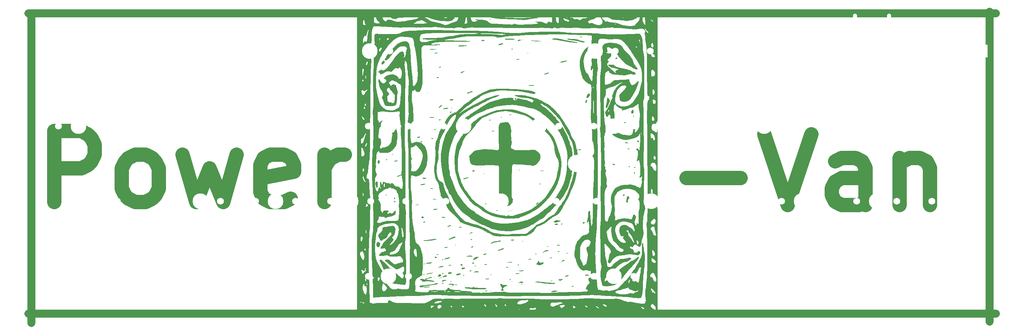
<source format=gbr>
%TF.GenerationSoftware,KiCad,Pcbnew,8.0.8*%
%TF.CreationDate,2025-03-08T13:22:03+01:00*%
%TF.ProjectId,PowerVan,506f7765-7256-4616-9e2e-6b696361645f,rev?*%
%TF.SameCoordinates,Original*%
%TF.FileFunction,Legend,Top*%
%TF.FilePolarity,Positive*%
%FSLAX46Y46*%
G04 Gerber Fmt 4.6, Leading zero omitted, Abs format (unit mm)*
G04 Created by KiCad (PCBNEW 8.0.8) date 2025-03-08 13:22:03*
%MOMM*%
%LPD*%
G01*
G04 APERTURE LIST*
%ADD10C,2.000000*%
%ADD11C,3.600000*%
%ADD12C,0.000000*%
%ADD13C,1.750000*%
%ADD14C,3.987800*%
%ADD15R,2.000000X2.000000*%
%ADD16C,2.000000*%
%ADD17R,2.000000X3.200000*%
%ADD18C,4.400000*%
%ADD19C,3.048000*%
%ADD20C,0.650000*%
%ADD21O,1.000000X1.600000*%
%ADD22O,1.000000X2.100000*%
G04 APERTURE END LIST*
D10*
X417513000Y-235744000D02*
X172244250Y-235744000D01*
X417513000Y-159544000D02*
X172244250Y-159544000D01*
X415925500Y-159147125D02*
X415925500Y-237728375D01*
X173038000Y-159544000D02*
X173038000Y-238125250D01*
D11*
X339030858Y-201308050D02*
X352745144Y-201308050D01*
X358745143Y-190165192D02*
X364745143Y-208165192D01*
X364745143Y-208165192D02*
X370745143Y-190165192D01*
X384459429Y-208165192D02*
X384459429Y-198736621D01*
X384459429Y-198736621D02*
X383602286Y-197022335D01*
X383602286Y-197022335D02*
X381888000Y-196165192D01*
X381888000Y-196165192D02*
X378459429Y-196165192D01*
X378459429Y-196165192D02*
X376745143Y-197022335D01*
X384459429Y-207308050D02*
X382745143Y-208165192D01*
X382745143Y-208165192D02*
X378459429Y-208165192D01*
X378459429Y-208165192D02*
X376745143Y-207308050D01*
X376745143Y-207308050D02*
X375888000Y-205593764D01*
X375888000Y-205593764D02*
X375888000Y-203879478D01*
X375888000Y-203879478D02*
X376745143Y-202165192D01*
X376745143Y-202165192D02*
X378459429Y-201308050D01*
X378459429Y-201308050D02*
X382745143Y-201308050D01*
X382745143Y-201308050D02*
X384459429Y-200450907D01*
X393030857Y-196165192D02*
X393030857Y-208165192D01*
X393030857Y-197879478D02*
X393888000Y-197022335D01*
X393888000Y-197022335D02*
X395602285Y-196165192D01*
X395602285Y-196165192D02*
X398173714Y-196165192D01*
X398173714Y-196165192D02*
X399888000Y-197022335D01*
X399888000Y-197022335D02*
X400745143Y-198736621D01*
X400745143Y-198736621D02*
X400745143Y-208165192D01*
X178741572Y-207371442D02*
X178741572Y-189371442D01*
X178741572Y-189371442D02*
X185598715Y-189371442D01*
X185598715Y-189371442D02*
X187313000Y-190228585D01*
X187313000Y-190228585D02*
X188170143Y-191085728D01*
X188170143Y-191085728D02*
X189027286Y-192800014D01*
X189027286Y-192800014D02*
X189027286Y-195371442D01*
X189027286Y-195371442D02*
X188170143Y-197085728D01*
X188170143Y-197085728D02*
X187313000Y-197942871D01*
X187313000Y-197942871D02*
X185598715Y-198800014D01*
X185598715Y-198800014D02*
X178741572Y-198800014D01*
X199313000Y-207371442D02*
X197598715Y-206514300D01*
X197598715Y-206514300D02*
X196741572Y-205657157D01*
X196741572Y-205657157D02*
X195884429Y-203942871D01*
X195884429Y-203942871D02*
X195884429Y-198800014D01*
X195884429Y-198800014D02*
X196741572Y-197085728D01*
X196741572Y-197085728D02*
X197598715Y-196228585D01*
X197598715Y-196228585D02*
X199313000Y-195371442D01*
X199313000Y-195371442D02*
X201884429Y-195371442D01*
X201884429Y-195371442D02*
X203598715Y-196228585D01*
X203598715Y-196228585D02*
X204455858Y-197085728D01*
X204455858Y-197085728D02*
X205313000Y-198800014D01*
X205313000Y-198800014D02*
X205313000Y-203942871D01*
X205313000Y-203942871D02*
X204455858Y-205657157D01*
X204455858Y-205657157D02*
X203598715Y-206514300D01*
X203598715Y-206514300D02*
X201884429Y-207371442D01*
X201884429Y-207371442D02*
X199313000Y-207371442D01*
X211313000Y-195371442D02*
X214741572Y-207371442D01*
X214741572Y-207371442D02*
X218170143Y-198800014D01*
X218170143Y-198800014D02*
X221598714Y-207371442D01*
X221598714Y-207371442D02*
X225027286Y-195371442D01*
X238741572Y-206514300D02*
X237027286Y-207371442D01*
X237027286Y-207371442D02*
X233598715Y-207371442D01*
X233598715Y-207371442D02*
X231884429Y-206514300D01*
X231884429Y-206514300D02*
X231027286Y-204800014D01*
X231027286Y-204800014D02*
X231027286Y-197942871D01*
X231027286Y-197942871D02*
X231884429Y-196228585D01*
X231884429Y-196228585D02*
X233598715Y-195371442D01*
X233598715Y-195371442D02*
X237027286Y-195371442D01*
X237027286Y-195371442D02*
X238741572Y-196228585D01*
X238741572Y-196228585D02*
X239598715Y-197942871D01*
X239598715Y-197942871D02*
X239598715Y-199657157D01*
X239598715Y-199657157D02*
X231027286Y-201371442D01*
X247313000Y-207371442D02*
X247313000Y-195371442D01*
X247313000Y-198800014D02*
X248170143Y-197085728D01*
X248170143Y-197085728D02*
X249027286Y-196228585D01*
X249027286Y-196228585D02*
X250741571Y-195371442D01*
X250741571Y-195371442D02*
X252455857Y-195371442D01*
D12*
%TO.C,G\u002A\u002A\u002A*%
G36*
X264418468Y-201166265D02*
G01*
X264368859Y-201215875D01*
X264319250Y-201166265D01*
X264368859Y-201116656D01*
X264418468Y-201166265D01*
G37*
G36*
X275630187Y-226467046D02*
G01*
X275580578Y-226516656D01*
X275530968Y-226467046D01*
X275580578Y-226417437D01*
X275630187Y-226467046D01*
G37*
G36*
X278011437Y-229642046D02*
G01*
X277961828Y-229691656D01*
X277912218Y-229642046D01*
X277961828Y-229592437D01*
X278011437Y-229642046D01*
G37*
G36*
X282873156Y-228451421D02*
G01*
X282823546Y-228501031D01*
X282773937Y-228451421D01*
X282823546Y-228401812D01*
X282873156Y-228451421D01*
G37*
G36*
X284262218Y-228749078D02*
G01*
X284212609Y-228798687D01*
X284163000Y-228749078D01*
X284212609Y-228699468D01*
X284262218Y-228749078D01*
G37*
G36*
X286841906Y-230038921D02*
G01*
X286792296Y-230088531D01*
X286742687Y-230038921D01*
X286792296Y-229989312D01*
X286841906Y-230038921D01*
G37*
G36*
X287734875Y-200174078D02*
G01*
X287685265Y-200223687D01*
X287635656Y-200174078D01*
X287685265Y-200124468D01*
X287734875Y-200174078D01*
G37*
G36*
X288230968Y-200074859D02*
G01*
X288181359Y-200124468D01*
X288131750Y-200074859D01*
X288181359Y-200025250D01*
X288230968Y-200074859D01*
G37*
G36*
X294084875Y-228848296D02*
G01*
X294035265Y-228897906D01*
X293985656Y-228848296D01*
X294035265Y-228798687D01*
X294084875Y-228848296D01*
G37*
G36*
X301228625Y-220712359D02*
G01*
X301179015Y-220761968D01*
X301129406Y-220712359D01*
X301179015Y-220662750D01*
X301228625Y-220712359D01*
G37*
G36*
X304304406Y-221605328D02*
G01*
X304254796Y-221654937D01*
X304205187Y-221605328D01*
X304254796Y-221555718D01*
X304304406Y-221605328D01*
G37*
G36*
X325537218Y-210095953D02*
G01*
X325487609Y-210145562D01*
X325438000Y-210095953D01*
X325487609Y-210046343D01*
X325537218Y-210095953D01*
G37*
G36*
X265681440Y-231913742D02*
G01*
X265651849Y-231958838D01*
X265551216Y-231965854D01*
X265445346Y-231941623D01*
X265491271Y-231905909D01*
X265646338Y-231894081D01*
X265681440Y-231913742D01*
G37*
G36*
X273414302Y-179718479D02*
G01*
X273400682Y-179777464D01*
X273348156Y-179784625D01*
X273266487Y-179748322D01*
X273282010Y-179718479D01*
X273399759Y-179706604D01*
X273414302Y-179718479D01*
G37*
G36*
X275299458Y-226450510D02*
G01*
X275285838Y-226509495D01*
X275233312Y-226516656D01*
X275151644Y-226480353D01*
X275167166Y-226450510D01*
X275284916Y-226438635D01*
X275299458Y-226450510D01*
G37*
G36*
X281252583Y-228335666D02*
G01*
X281238963Y-228394652D01*
X281186437Y-228401812D01*
X281104769Y-228365509D01*
X281120291Y-228335666D01*
X281238041Y-228323792D01*
X281252583Y-228335666D01*
G37*
G36*
X282302648Y-217620476D02*
G01*
X282315112Y-217656690D01*
X282178625Y-217670521D01*
X282037771Y-217654929D01*
X282054601Y-217620476D01*
X282257736Y-217607372D01*
X282302648Y-217620476D01*
G37*
G36*
X282740864Y-217520822D02*
G01*
X282727244Y-217579808D01*
X282674718Y-217586968D01*
X282593050Y-217550666D01*
X282608572Y-217520822D01*
X282726322Y-217508948D01*
X282740864Y-217520822D01*
G37*
G36*
X286511177Y-224168479D02*
G01*
X286497557Y-224227464D01*
X286445031Y-224234625D01*
X286363362Y-224198322D01*
X286378885Y-224168479D01*
X286496634Y-224156604D01*
X286511177Y-224168479D01*
G37*
G36*
X287007270Y-198669260D02*
G01*
X286993651Y-198728245D01*
X286941125Y-198735406D01*
X286859456Y-198699103D01*
X286874979Y-198669260D01*
X286992728Y-198657385D01*
X287007270Y-198669260D01*
G37*
G36*
X287999458Y-200157541D02*
G01*
X287985838Y-200216527D01*
X287933312Y-200223687D01*
X287851644Y-200187384D01*
X287867166Y-200157541D01*
X287984916Y-200145667D01*
X287999458Y-200157541D01*
G37*
G36*
X289190083Y-225855197D02*
G01*
X289176463Y-225914183D01*
X289123937Y-225921343D01*
X289042269Y-225885041D01*
X289057791Y-225855197D01*
X289175541Y-225843323D01*
X289190083Y-225855197D01*
G37*
G36*
X289289302Y-230022385D02*
G01*
X289301176Y-230140134D01*
X289289302Y-230154677D01*
X289230316Y-230141057D01*
X289223156Y-230088531D01*
X289259458Y-230006862D01*
X289289302Y-230022385D01*
G37*
G36*
X289586958Y-229923166D02*
G01*
X289573338Y-229982152D01*
X289520812Y-229989312D01*
X289439144Y-229953009D01*
X289454666Y-229923166D01*
X289572416Y-229911292D01*
X289586958Y-229923166D01*
G37*
G36*
X290287690Y-201850461D02*
G01*
X290258099Y-201895557D01*
X290157466Y-201902573D01*
X290051596Y-201878341D01*
X290097521Y-201842628D01*
X290252588Y-201830800D01*
X290287690Y-201850461D01*
G37*
G36*
X290982222Y-226059836D02*
G01*
X290952631Y-226104932D01*
X290851997Y-226111948D01*
X290746127Y-226087716D01*
X290792052Y-226052003D01*
X290947119Y-226040175D01*
X290982222Y-226059836D01*
G37*
G36*
X292960395Y-226053635D02*
G01*
X292946776Y-226112620D01*
X292894250Y-226119781D01*
X292812581Y-226083478D01*
X292828104Y-226053635D01*
X292945853Y-226041760D01*
X292960395Y-226053635D01*
G37*
G36*
X294051802Y-209682541D02*
G01*
X294038182Y-209741527D01*
X293985656Y-209748687D01*
X293903987Y-209712384D01*
X293919510Y-209682541D01*
X294037259Y-209670667D01*
X294051802Y-209682541D01*
G37*
G36*
X294704992Y-209583758D02*
G01*
X294717456Y-209619972D01*
X294580968Y-209633802D01*
X294440114Y-209618210D01*
X294456945Y-209583758D01*
X294660080Y-209570653D01*
X294704992Y-209583758D01*
G37*
G36*
X294944770Y-227641135D02*
G01*
X294931151Y-227700120D01*
X294878625Y-227707281D01*
X294796956Y-227670978D01*
X294812479Y-227641135D01*
X294930228Y-227629260D01*
X294944770Y-227641135D01*
G37*
G36*
X296135395Y-199264572D02*
G01*
X296121776Y-199323558D01*
X296069250Y-199330718D01*
X295987581Y-199294416D01*
X296003104Y-199264572D01*
X296120853Y-199252698D01*
X296135395Y-199264572D01*
G37*
G36*
X297431440Y-209589524D02*
G01*
X297401849Y-209634620D01*
X297301216Y-209641635D01*
X297195346Y-209617404D01*
X297241271Y-209581691D01*
X297396338Y-209569862D01*
X297431440Y-209589524D01*
G37*
G36*
X297524458Y-166224729D02*
G01*
X297510838Y-166283714D01*
X297458312Y-166290875D01*
X297376644Y-166254572D01*
X297392166Y-166224729D01*
X297509916Y-166212854D01*
X297524458Y-166224729D01*
G37*
G36*
X299211177Y-176444260D02*
G01*
X299197557Y-176503245D01*
X299145031Y-176510406D01*
X299063362Y-176474103D01*
X299078885Y-176444260D01*
X299196634Y-176432385D01*
X299211177Y-176444260D01*
G37*
G36*
X304575190Y-229631711D02*
G01*
X304545599Y-229676807D01*
X304444966Y-229683823D01*
X304339096Y-229659591D01*
X304385021Y-229623878D01*
X304540088Y-229612050D01*
X304575190Y-229631711D01*
G37*
G36*
X306751802Y-211270041D02*
G01*
X306763676Y-211387791D01*
X306751802Y-211402333D01*
X306692816Y-211388713D01*
X306685656Y-211336187D01*
X306721958Y-211254519D01*
X306751802Y-211270041D01*
G37*
G36*
X307148677Y-222680197D02*
G01*
X307135057Y-222739183D01*
X307082531Y-222746343D01*
X307000862Y-222710041D01*
X307016385Y-222680197D01*
X307134134Y-222668323D01*
X307148677Y-222680197D01*
G37*
G36*
X309232270Y-208293479D02*
G01*
X309244145Y-208411228D01*
X309232270Y-208425770D01*
X309173285Y-208412151D01*
X309166125Y-208359625D01*
X309202427Y-208277956D01*
X309232270Y-208293479D01*
G37*
G36*
X326496333Y-235578635D02*
G01*
X326508207Y-235696384D01*
X326496333Y-235710927D01*
X326437347Y-235697307D01*
X326430187Y-235644781D01*
X326466490Y-235563112D01*
X326496333Y-235578635D01*
G37*
G36*
X263088014Y-205507816D02*
G01*
X263061279Y-205597661D01*
X262982194Y-205678728D01*
X262857438Y-205742713D01*
X262830968Y-205698723D01*
X262892964Y-205568739D01*
X263016143Y-205492303D01*
X263088014Y-205507816D01*
G37*
G36*
X276638660Y-186451249D02*
G01*
X276870421Y-186486252D01*
X276653201Y-186608363D01*
X276454905Y-186676015D01*
X276370414Y-186624385D01*
X276346929Y-186486855D01*
X276495873Y-186439197D01*
X276638660Y-186451249D01*
G37*
G36*
X324622653Y-198288543D02*
G01*
X324720731Y-198419146D01*
X324677548Y-198520357D01*
X324602908Y-198536968D01*
X324466230Y-198457082D01*
X324445812Y-198379872D01*
X324503648Y-198271218D01*
X324622653Y-198288543D01*
G37*
G36*
X263253680Y-196584089D02*
G01*
X263277453Y-196651812D01*
X263137508Y-196735162D01*
X263023550Y-196751031D01*
X262865530Y-196708352D01*
X262830968Y-196651812D01*
X262916053Y-196577859D01*
X263084871Y-196552593D01*
X263253680Y-196584089D01*
G37*
G36*
X264840148Y-195291946D02*
G01*
X264887166Y-195316483D01*
X264762509Y-195332050D01*
X264616906Y-195334945D01*
X264402311Y-195327204D01*
X264343401Y-195307416D01*
X264393664Y-195291946D01*
X264682785Y-195275531D01*
X264840148Y-195291946D01*
G37*
G36*
X265190240Y-206261783D02*
G01*
X265212218Y-206424859D01*
X265168772Y-206621375D01*
X265067006Y-206671298D01*
X264969705Y-206582641D01*
X264952427Y-206423444D01*
X265018830Y-206252487D01*
X265123615Y-206176812D01*
X265190240Y-206261783D01*
G37*
G36*
X265274606Y-207231038D02*
G01*
X265311437Y-207317828D01*
X265237732Y-207442760D01*
X265081026Y-207459179D01*
X264980708Y-207400510D01*
X264917141Y-207258916D01*
X265029075Y-207176724D01*
X265113000Y-207169000D01*
X265274606Y-207231038D01*
G37*
G36*
X272619518Y-205443847D02*
G01*
X272604015Y-205482281D01*
X272514856Y-205576934D01*
X272498941Y-205581500D01*
X272456325Y-205504735D01*
X272455187Y-205482281D01*
X272531462Y-205386875D01*
X272560261Y-205383062D01*
X272619518Y-205443847D01*
G37*
G36*
X272736394Y-223065227D02*
G01*
X272752843Y-223082994D01*
X272675258Y-223146970D01*
X272604015Y-223179098D01*
X272476255Y-223181161D01*
X272455187Y-223140104D01*
X272535597Y-223054826D01*
X272604015Y-223044000D01*
X272736394Y-223065227D01*
G37*
G36*
X276689102Y-226579017D02*
G01*
X276702576Y-226608433D01*
X276654681Y-226698905D01*
X276572765Y-226715093D01*
X276449280Y-226664750D01*
X276442954Y-226608433D01*
X276545386Y-226505924D01*
X276572765Y-226501773D01*
X276689102Y-226579017D01*
G37*
G36*
X276806818Y-173098005D02*
G01*
X276831338Y-173189058D01*
X276741976Y-173267590D01*
X276551045Y-173312847D01*
X276364665Y-173323957D01*
X276356181Y-173282382D01*
X276469534Y-173187487D01*
X276676225Y-173074583D01*
X276806818Y-173098005D01*
G37*
G36*
X277078193Y-226465537D02*
G01*
X277068859Y-226516656D01*
X276942012Y-226612090D01*
X276914175Y-226615875D01*
X276823484Y-226540196D01*
X276820812Y-226516656D01*
X276901572Y-226429580D01*
X276975496Y-226417437D01*
X277078193Y-226465537D01*
G37*
G36*
X277399334Y-222006169D02*
G01*
X277416125Y-222051812D01*
X277335762Y-222139837D01*
X277267296Y-222151031D01*
X277135259Y-222097455D01*
X277118468Y-222051812D01*
X277198831Y-221963787D01*
X277267296Y-221952593D01*
X277399334Y-222006169D01*
G37*
G36*
X279510450Y-227531073D02*
G01*
X279514601Y-227558453D01*
X279437357Y-227674790D01*
X279407941Y-227688264D01*
X279317469Y-227640369D01*
X279301281Y-227558453D01*
X279351624Y-227434968D01*
X279407941Y-227428641D01*
X279510450Y-227531073D01*
G37*
G36*
X279564831Y-228859472D02*
G01*
X279549328Y-228897906D01*
X279460169Y-228992559D01*
X279444253Y-228997125D01*
X279401637Y-228920360D01*
X279400500Y-228897906D01*
X279476774Y-228802500D01*
X279505574Y-228798687D01*
X279564831Y-228859472D01*
G37*
G36*
X279681706Y-183576165D02*
G01*
X279698156Y-183593931D01*
X279620571Y-183657908D01*
X279549328Y-183690036D01*
X279421568Y-183692098D01*
X279400500Y-183651042D01*
X279480910Y-183565764D01*
X279549328Y-183554937D01*
X279681706Y-183576165D01*
G37*
G36*
X280697548Y-228211989D02*
G01*
X280702589Y-228219792D01*
X280783083Y-228413920D01*
X280703516Y-228496711D01*
X280650023Y-228501031D01*
X280552885Y-228428311D01*
X280564569Y-228294206D01*
X280623364Y-228161271D01*
X280697548Y-228211989D01*
G37*
G36*
X280854219Y-218224959D02*
G01*
X280888781Y-218281500D01*
X280803696Y-218355452D01*
X280634878Y-218380718D01*
X280466069Y-218349223D01*
X280442296Y-218281500D01*
X280582241Y-218198149D01*
X280696199Y-218182281D01*
X280854219Y-218224959D01*
G37*
G36*
X281979049Y-226394983D02*
G01*
X281980187Y-226417437D01*
X281903912Y-226512843D01*
X281875113Y-226516656D01*
X281815856Y-226455871D01*
X281831359Y-226417437D01*
X281920518Y-226322784D01*
X281936433Y-226318218D01*
X281979049Y-226394983D01*
G37*
G36*
X282819896Y-225960488D02*
G01*
X282823546Y-226020562D01*
X282684006Y-226103066D01*
X282563788Y-226119781D01*
X282430322Y-226080636D01*
X282426671Y-226020562D01*
X282566212Y-225938058D01*
X282686429Y-225921343D01*
X282819896Y-225960488D01*
G37*
G36*
X285281099Y-159578137D02*
G01*
X285284397Y-159610709D01*
X285129074Y-159624012D01*
X285105578Y-159623876D01*
X284951694Y-159609569D01*
X284966383Y-159579370D01*
X284983443Y-159574461D01*
X285199572Y-159559935D01*
X285281099Y-159578137D01*
G37*
G36*
X285736144Y-223576239D02*
G01*
X285750500Y-223639312D01*
X285665076Y-223709069D01*
X285477648Y-223731557D01*
X285301163Y-223719498D01*
X285307396Y-223684318D01*
X285403234Y-223639312D01*
X285635064Y-223556854D01*
X285736144Y-223576239D01*
G37*
G36*
X288313477Y-207812248D02*
G01*
X288330187Y-207852915D01*
X288251228Y-207961380D01*
X288181359Y-207998630D01*
X288053357Y-207983385D01*
X288032531Y-207910026D01*
X288112021Y-207781201D01*
X288181359Y-207764312D01*
X288313477Y-207812248D01*
G37*
G36*
X289450999Y-161021999D02*
G01*
X289477627Y-161100092D01*
X289331989Y-161128065D01*
X289267804Y-161128482D01*
X289079673Y-161117671D01*
X289069042Y-161077263D01*
X289158304Y-161018982D01*
X289352579Y-160965188D01*
X289450999Y-161021999D01*
G37*
G36*
X289671508Y-225825187D02*
G01*
X289672318Y-225826458D01*
X289639656Y-225901223D01*
X289526668Y-225921343D01*
X289362014Y-225905363D01*
X289322375Y-225882349D01*
X289400649Y-225807257D01*
X289556508Y-225781897D01*
X289671508Y-225825187D01*
G37*
G36*
X291192793Y-209506506D02*
G01*
X291207531Y-209550250D01*
X291124180Y-209630084D01*
X291003238Y-209649468D01*
X290866046Y-209611273D01*
X290860265Y-209550250D01*
X291003822Y-209458956D01*
X291064558Y-209451031D01*
X291192793Y-209506506D01*
G37*
G36*
X292328343Y-185826687D02*
G01*
X292354971Y-185904780D01*
X292209333Y-185932753D01*
X292145148Y-185933170D01*
X291957017Y-185922359D01*
X291946386Y-185881950D01*
X292035648Y-185823670D01*
X292229923Y-185769875D01*
X292328343Y-185826687D01*
G37*
G36*
X294557924Y-226950381D02*
G01*
X294559368Y-227028078D01*
X294434140Y-227159797D01*
X294338077Y-227195858D01*
X294207138Y-227174337D01*
X294205693Y-227096639D01*
X294330921Y-226964921D01*
X294426984Y-226928860D01*
X294557924Y-226950381D01*
G37*
G36*
X294655382Y-186959199D02*
G01*
X294686262Y-186987958D01*
X294549068Y-187003615D01*
X294481750Y-187004574D01*
X294301239Y-186994230D01*
X294279965Y-186968475D01*
X294308117Y-186959199D01*
X294559758Y-186943769D01*
X294655382Y-186959199D01*
G37*
G36*
X295969171Y-181119363D02*
G01*
X296013380Y-181241408D01*
X295957021Y-181338191D01*
X295788459Y-181464752D01*
X295639302Y-181405197D01*
X295571351Y-181239604D01*
X295648573Y-181104172D01*
X295755057Y-181074468D01*
X295969171Y-181119363D01*
G37*
G36*
X296646188Y-223323469D02*
G01*
X296664562Y-223362770D01*
X296579366Y-223421016D01*
X296410660Y-223440875D01*
X296243187Y-223411094D01*
X296214176Y-223347969D01*
X296335367Y-223282501D01*
X296513097Y-223275442D01*
X296646188Y-223323469D01*
G37*
G36*
X296889693Y-199265637D02*
G01*
X296892991Y-199298209D01*
X296737668Y-199311512D01*
X296714171Y-199311376D01*
X296560288Y-199297069D01*
X296574977Y-199266870D01*
X296592036Y-199261961D01*
X296808165Y-199247435D01*
X296889693Y-199265637D01*
G37*
G36*
X297425821Y-228265735D02*
G01*
X297439295Y-228295152D01*
X297391400Y-228385623D01*
X297309484Y-228401812D01*
X297185999Y-228351468D01*
X297179673Y-228295152D01*
X297282104Y-228192643D01*
X297309484Y-228188492D01*
X297425821Y-228265735D01*
G37*
G36*
X297722254Y-217350444D02*
G01*
X297706359Y-217388531D01*
X297574922Y-217484045D01*
X297545820Y-217487750D01*
X297492027Y-217426618D01*
X297507921Y-217388531D01*
X297639358Y-217293016D01*
X297668461Y-217289312D01*
X297722254Y-217350444D01*
G37*
G36*
X299469380Y-201845325D02*
G01*
X299472678Y-201877897D01*
X299317356Y-201891199D01*
X299293859Y-201891063D01*
X299139975Y-201876756D01*
X299154664Y-201846558D01*
X299171724Y-201841648D01*
X299387853Y-201827123D01*
X299469380Y-201845325D01*
G37*
G36*
X301013396Y-220517887D02*
G01*
X301030187Y-220563531D01*
X300949824Y-220651556D01*
X300881359Y-220662750D01*
X300749322Y-220609174D01*
X300732531Y-220563531D01*
X300812894Y-220475506D01*
X300881359Y-220464312D01*
X301013396Y-220517887D01*
G37*
G36*
X301997570Y-216923262D02*
G01*
X302028449Y-216952020D01*
X301891255Y-216967677D01*
X301823937Y-216968637D01*
X301643427Y-216958292D01*
X301622153Y-216932538D01*
X301650304Y-216923262D01*
X301901946Y-216907831D01*
X301997570Y-216923262D01*
G37*
G36*
X304923316Y-221487360D02*
G01*
X304949328Y-221555718D01*
X304805355Y-221648015D01*
X304750890Y-221654937D01*
X304584462Y-221592034D01*
X304552453Y-221555718D01*
X304588039Y-221482572D01*
X304750890Y-221456500D01*
X304923316Y-221487360D01*
G37*
G36*
X305042828Y-227418878D02*
G01*
X304934285Y-227486913D01*
X304784681Y-227511547D01*
X304701802Y-227476392D01*
X304701281Y-227470806D01*
X304783094Y-227418693D01*
X304899855Y-227380840D01*
X305034136Y-227374306D01*
X305042828Y-227418878D01*
G37*
G36*
X310409040Y-228679423D02*
G01*
X310455968Y-228762836D01*
X310370117Y-228867297D01*
X310207921Y-228897906D01*
X310021400Y-228867878D01*
X309959875Y-228810254D01*
X310044600Y-228728224D01*
X310207921Y-228675184D01*
X310409040Y-228679423D01*
G37*
G36*
X323353546Y-205527175D02*
G01*
X323397755Y-205649221D01*
X323341396Y-205746003D01*
X323166357Y-205868106D01*
X323017276Y-205839537D01*
X322957531Y-205680718D01*
X323028639Y-205513408D01*
X323139432Y-205482281D01*
X323353546Y-205527175D01*
G37*
G36*
X323640749Y-187105690D02*
G01*
X323634532Y-187193004D01*
X323541152Y-187360685D01*
X323397617Y-187396808D01*
X323301177Y-187319394D01*
X323307680Y-187176261D01*
X323366499Y-187117238D01*
X323563161Y-187033994D01*
X323640749Y-187105690D01*
G37*
G36*
X325721378Y-185512195D02*
G01*
X325735656Y-185583066D01*
X325683854Y-185718818D01*
X325636437Y-185737750D01*
X325540058Y-185666537D01*
X325537218Y-185644386D01*
X325609340Y-185510011D01*
X325636437Y-185489703D01*
X325721378Y-185512195D01*
G37*
G36*
X326042095Y-198512618D02*
G01*
X326133437Y-198587670D01*
X326196200Y-198700894D01*
X326092144Y-198734632D01*
X326045461Y-198735406D01*
X325877713Y-198698318D01*
X325834875Y-198642043D01*
X325899474Y-198508256D01*
X326042095Y-198512618D01*
G37*
G36*
X263188308Y-186213691D02*
G01*
X263292366Y-186294768D01*
X263217941Y-186353601D01*
X263204901Y-186358709D01*
X263000076Y-186363355D01*
X262935401Y-186336285D01*
X262868306Y-186244314D01*
X262938984Y-186181082D01*
X263086772Y-186175995D01*
X263188308Y-186213691D01*
G37*
G36*
X272763415Y-212384518D02*
G01*
X272810973Y-212503794D01*
X272798215Y-212533668D01*
X272675203Y-212607510D01*
X272500026Y-212621812D01*
X272371895Y-212575732D01*
X272355968Y-212537427D01*
X272437344Y-212428722D01*
X272610237Y-212365335D01*
X272763415Y-212384518D01*
G37*
G36*
X272792930Y-225734397D02*
G01*
X272818977Y-225769572D01*
X272648765Y-225829485D01*
X272529601Y-225859666D01*
X272325311Y-225877876D01*
X272256750Y-225824015D01*
X272343322Y-225754496D01*
X272553465Y-225723062D01*
X272570942Y-225722906D01*
X272792930Y-225734397D01*
G37*
G36*
X277464702Y-225397855D02*
G01*
X277416125Y-225524468D01*
X277293076Y-225676072D01*
X277173412Y-225724782D01*
X277118486Y-225646059D01*
X277118468Y-225643531D01*
X277190532Y-225499272D01*
X277340699Y-225363528D01*
X277439459Y-225326031D01*
X277464702Y-225397855D01*
G37*
G36*
X280738861Y-178733124D02*
G01*
X280765254Y-178817242D01*
X280642105Y-178930401D01*
X280439484Y-178979031D01*
X280272673Y-178936657D01*
X280267278Y-178931611D01*
X280234913Y-178810991D01*
X280360992Y-178720989D01*
X280555639Y-178693218D01*
X280738861Y-178733124D01*
G37*
G36*
X282189657Y-223198915D02*
G01*
X282328777Y-223282042D01*
X282349497Y-223374880D01*
X282220318Y-223498209D01*
X282007214Y-223500808D01*
X281881798Y-223444882D01*
X281790144Y-223333263D01*
X281847005Y-223236712D01*
X282001384Y-223176194D01*
X282189657Y-223198915D01*
G37*
G36*
X284543499Y-224818913D02*
G01*
X284535686Y-224854742D01*
X284417598Y-224953638D01*
X284204957Y-225010684D01*
X284011092Y-225025532D01*
X283994035Y-224988840D01*
X284113390Y-224889816D01*
X284326330Y-224766371D01*
X284486572Y-224741336D01*
X284543499Y-224818913D01*
G37*
G36*
X284973831Y-218639322D02*
G01*
X285008192Y-218737145D01*
X284903207Y-218842348D01*
X284689253Y-218963154D01*
X284555410Y-218934975D01*
X284513342Y-218881790D01*
X284537222Y-218773267D01*
X284677839Y-218671827D01*
X284856488Y-218618912D01*
X284973831Y-218639322D01*
G37*
G36*
X294700629Y-185163049D02*
G01*
X294779406Y-185241656D01*
X294691868Y-185303769D01*
X294474778Y-185333520D01*
X294407335Y-185333901D01*
X294186649Y-185321559D01*
X294145437Y-185289768D01*
X294233703Y-185241656D01*
X294498878Y-185162482D01*
X294700629Y-185163049D01*
G37*
G36*
X302156570Y-202786036D02*
G01*
X302267009Y-202851118D01*
X302226530Y-202882256D01*
X302012822Y-202892419D01*
X301972765Y-202892861D01*
X301736162Y-202887171D01*
X301673735Y-202856247D01*
X301759695Y-202789734D01*
X302008800Y-202737226D01*
X302156570Y-202786036D01*
G37*
G36*
X303064171Y-199453415D02*
G01*
X302766515Y-199529156D01*
X302436878Y-199587210D01*
X302171203Y-199606745D01*
X301974687Y-199604401D01*
X301966000Y-199582675D01*
X302121593Y-199529156D01*
X302399441Y-199473510D01*
X302716906Y-199451566D01*
X303064171Y-199453415D01*
G37*
G36*
X304254796Y-218598936D02*
G01*
X304006750Y-218678375D01*
X303759306Y-218743070D01*
X303609875Y-218766184D01*
X303511120Y-218759472D01*
X303584578Y-218694878D01*
X303609875Y-218678375D01*
X303823687Y-218605678D01*
X304006750Y-218590565D01*
X304254796Y-218598936D01*
G37*
G36*
X307657642Y-212870413D02*
G01*
X307643927Y-212967268D01*
X307575751Y-213026781D01*
X307375429Y-213115032D01*
X307252789Y-213055015D01*
X307235774Y-213030049D01*
X307266944Y-212940670D01*
X307408464Y-212866370D01*
X307573058Y-212840174D01*
X307657642Y-212870413D01*
G37*
G36*
X309045990Y-220307717D02*
G01*
X309066906Y-220365093D01*
X308980293Y-220430707D01*
X308769281Y-220457582D01*
X308744445Y-220457338D01*
X308545854Y-220445081D01*
X308527198Y-220411946D01*
X308620421Y-220365093D01*
X308894917Y-220280426D01*
X309045990Y-220307717D01*
G37*
G36*
X312364416Y-165369967D02*
G01*
X312501652Y-165518501D01*
X312539562Y-165616187D01*
X312486232Y-165697239D01*
X312367144Y-165650449D01*
X312243650Y-165500357D01*
X312241906Y-165497125D01*
X312190284Y-165344625D01*
X312218571Y-165298687D01*
X312364416Y-165369967D01*
G37*
G36*
X324615797Y-193812162D02*
G01*
X324646464Y-193886878D01*
X324540990Y-193949970D01*
X324321789Y-194010448D01*
X324119505Y-194028810D01*
X324048937Y-193976686D01*
X324132300Y-193884826D01*
X324319388Y-193811216D01*
X324515702Y-193783284D01*
X324615797Y-193812162D01*
G37*
G36*
X326015519Y-199904813D02*
G01*
X326028818Y-200072127D01*
X325981772Y-200228721D01*
X325944490Y-200266871D01*
X325837368Y-200244788D01*
X325810277Y-200198312D01*
X325797106Y-200001958D01*
X325873964Y-199853616D01*
X325942361Y-199826812D01*
X326015519Y-199904813D01*
G37*
G36*
X326827062Y-191813119D02*
G01*
X326987555Y-191974066D01*
X327017983Y-192132042D01*
X326929099Y-192228996D01*
X326752648Y-192214920D01*
X326657050Y-192092869D01*
X326628625Y-191929812D01*
X326647442Y-191763141D01*
X326739463Y-191762536D01*
X326827062Y-191813119D01*
G37*
G36*
X272155736Y-192071489D02*
G01*
X272157531Y-192087750D01*
X272070808Y-192154864D01*
X271859565Y-192185279D01*
X271835070Y-192185449D01*
X271635021Y-192171398D01*
X271613412Y-192124979D01*
X271661437Y-192087750D01*
X271866778Y-192005708D01*
X272057810Y-192000288D01*
X272155736Y-192071489D01*
G37*
G36*
X274654731Y-203924851D02*
G01*
X274836437Y-203994000D01*
X274879587Y-204055390D01*
X274753597Y-204085733D01*
X274563585Y-204091699D01*
X274306067Y-204071839D01*
X274156862Y-204020095D01*
X274141906Y-203994000D01*
X274225011Y-203922115D01*
X274422077Y-203899065D01*
X274654731Y-203924851D01*
G37*
G36*
X275611192Y-188932134D02*
G01*
X275558046Y-188994022D01*
X275530968Y-189011968D01*
X275316930Y-189085840D01*
X275134093Y-189102694D01*
X274968738Y-189091875D01*
X274989099Y-189055467D01*
X275084484Y-189011968D01*
X275345788Y-188937188D01*
X275481359Y-188921242D01*
X275611192Y-188932134D01*
G37*
G36*
X275671399Y-221296698D02*
G01*
X275883140Y-221381819D01*
X275911475Y-221467938D01*
X275770103Y-221533111D01*
X275509707Y-221555718D01*
X275255587Y-221549032D01*
X275167661Y-221515467D01*
X275213793Y-221434761D01*
X275253263Y-221394026D01*
X275492709Y-221279464D01*
X275671399Y-221296698D01*
G37*
G36*
X276057722Y-220664269D02*
G01*
X276254672Y-220678406D01*
X276273239Y-220725331D01*
X276225500Y-220761968D01*
X276044771Y-220833832D01*
X275846838Y-220857339D01*
X275702241Y-220832489D01*
X275679796Y-220761968D01*
X275812742Y-220693220D01*
X276049136Y-220664264D01*
X276057722Y-220664269D01*
G37*
G36*
X276281471Y-175737310D02*
G01*
X276380053Y-175793253D01*
X276374328Y-175815875D01*
X276239913Y-175887932D01*
X276027062Y-175915093D01*
X275800119Y-175883906D01*
X275679796Y-175815875D01*
X275724755Y-175750995D01*
X275935146Y-175718660D01*
X276027062Y-175716656D01*
X276281471Y-175737310D01*
G37*
G36*
X277293802Y-227907068D02*
G01*
X277440929Y-227912692D01*
X277595505Y-227924348D01*
X277559573Y-227963170D01*
X277465734Y-228004937D01*
X277206751Y-228086899D01*
X277055886Y-228074864D01*
X277038266Y-227997496D01*
X277123397Y-227900708D01*
X277145753Y-227898277D01*
X277293802Y-227907068D01*
G37*
G36*
X279469774Y-223362545D02*
G01*
X279532223Y-223385795D01*
X279432171Y-223430533D01*
X279400500Y-223440875D01*
X279071450Y-223519302D01*
X278863340Y-223511864D01*
X278805187Y-223440875D01*
X278893429Y-223382384D01*
X279115384Y-223352473D01*
X279226867Y-223351546D01*
X279469774Y-223362545D01*
G37*
G36*
X279563884Y-184478998D02*
G01*
X279572739Y-184599402D01*
X279553407Y-184639742D01*
X279425913Y-184717736D01*
X279231952Y-184743230D01*
X279061892Y-184714827D01*
X279003625Y-184648234D01*
X279086764Y-184559092D01*
X279272855Y-184484627D01*
X279466907Y-184453532D01*
X279563884Y-184478998D01*
G37*
G36*
X282922765Y-174229391D02*
G01*
X282525890Y-174473833D01*
X282201899Y-174642960D01*
X281948929Y-174717261D01*
X281803166Y-174689101D01*
X281781750Y-174630876D01*
X281869551Y-174480470D01*
X282089505Y-174342241D01*
X282376433Y-174249312D01*
X282572772Y-174228883D01*
X282922765Y-174229391D01*
G37*
G36*
X285264137Y-199352295D02*
G01*
X285338431Y-199466725D01*
X285334956Y-199503212D01*
X285222848Y-199668454D01*
X285017835Y-199696719D01*
X284857531Y-199628250D01*
X284758605Y-199533850D01*
X284837129Y-199445064D01*
X284857531Y-199431456D01*
X285084143Y-199337578D01*
X285264137Y-199352295D01*
G37*
G36*
X287412414Y-206402191D02*
G01*
X287499680Y-206419937D01*
X287409226Y-206433442D01*
X287161755Y-206440540D01*
X287040343Y-206441110D01*
X286742224Y-206436801D01*
X286593787Y-206425318D01*
X286615738Y-206408825D01*
X286668273Y-206402191D01*
X287040833Y-206386136D01*
X287412414Y-206402191D01*
G37*
G36*
X288244781Y-220660492D02*
G01*
X287987011Y-220816948D01*
X287748368Y-220856753D01*
X287590799Y-220769653D01*
X287590284Y-220768824D01*
X287572166Y-220679390D01*
X287671325Y-220612798D01*
X287920874Y-220552613D01*
X288082140Y-220524696D01*
X288479015Y-220459798D01*
X288244781Y-220660492D01*
G37*
G36*
X288469467Y-223229305D02*
G01*
X288479015Y-223242437D01*
X288433186Y-223306248D01*
X288220146Y-223338039D01*
X288112800Y-223340136D01*
X287859836Y-223327481D01*
X287787552Y-223288101D01*
X287834093Y-223242437D01*
X288061170Y-223160099D01*
X288304290Y-223155722D01*
X288469467Y-223229305D01*
G37*
G36*
X289353035Y-186538473D02*
G01*
X289549014Y-186550714D01*
X289564882Y-186584044D01*
X289471203Y-186630718D01*
X289233288Y-186704679D01*
X289044930Y-186717321D01*
X288963818Y-186668645D01*
X288975109Y-186630718D01*
X289107899Y-186563563D01*
X289344050Y-186538315D01*
X289353035Y-186538473D01*
G37*
G36*
X290349347Y-189330678D02*
G01*
X290432646Y-189353865D01*
X290353152Y-189396011D01*
X290314562Y-189408843D01*
X289939196Y-189492159D01*
X289714368Y-189454517D01*
X289669640Y-189408843D01*
X289717386Y-189348218D01*
X289937104Y-189320132D01*
X290085464Y-189319515D01*
X290349347Y-189330678D01*
G37*
G36*
X293827888Y-223872460D02*
G01*
X293886437Y-223936968D01*
X293800087Y-224006112D01*
X293591471Y-224036148D01*
X293582925Y-224036187D01*
X293384577Y-224009316D01*
X293338777Y-223940372D01*
X293340734Y-223936968D01*
X293477500Y-223860165D01*
X293644246Y-223837750D01*
X293827888Y-223872460D01*
G37*
G36*
X294991637Y-216944074D02*
G01*
X295374718Y-216985967D01*
X295443287Y-217020808D01*
X295325109Y-217090875D01*
X295044977Y-217168685D01*
X294789719Y-217172492D01*
X294637294Y-217101522D01*
X294634815Y-217097730D01*
X294612812Y-216992946D01*
X294724948Y-216942755D01*
X294991637Y-216944074D01*
G37*
G36*
X295378706Y-168568422D02*
G01*
X295501902Y-168602265D01*
X296019640Y-168754499D01*
X295349914Y-168752068D01*
X295014468Y-168738467D01*
X294774204Y-168705095D01*
X294680224Y-168659118D01*
X294680187Y-168658158D01*
X294764918Y-168535772D01*
X295004875Y-168505376D01*
X295378706Y-168568422D01*
G37*
G36*
X297557531Y-207012000D02*
G01*
X297265718Y-207109730D01*
X297013730Y-207158300D01*
X296845749Y-207154864D01*
X296805960Y-207096577D01*
X296834527Y-207058566D01*
X296993494Y-206985617D01*
X297270476Y-206926698D01*
X297424879Y-206909115D01*
X297904796Y-206870098D01*
X297557531Y-207012000D01*
G37*
G36*
X300582929Y-218811733D02*
G01*
X300764604Y-218919865D01*
X300830975Y-219000835D01*
X300824716Y-219057091D01*
X300764769Y-219050238D01*
X300592013Y-218970133D01*
X300558898Y-218954154D01*
X300389092Y-218845911D01*
X300335656Y-218771766D01*
X300411647Y-218753245D01*
X300582929Y-218811733D01*
G37*
G36*
X306908284Y-218312715D02*
G01*
X307032921Y-218380718D01*
X306982803Y-218440825D01*
X306759163Y-218473726D01*
X306567488Y-218478418D01*
X306268615Y-218466854D01*
X306153103Y-218432013D01*
X306189562Y-218380718D01*
X306398071Y-218308633D01*
X306666443Y-218285965D01*
X306908284Y-218312715D01*
G37*
G36*
X307032202Y-219889676D02*
G01*
X307042264Y-219913542D01*
X306884093Y-219968218D01*
X306611946Y-220034060D01*
X306437609Y-220056028D01*
X306307966Y-220047321D01*
X306361067Y-219986059D01*
X306388000Y-219968218D01*
X306592953Y-219900381D01*
X306834484Y-219880409D01*
X307032202Y-219889676D01*
G37*
G36*
X311955805Y-159572214D02*
G01*
X312021944Y-159658239D01*
X312019280Y-159668023D01*
X311899121Y-159770330D01*
X311686013Y-159825850D01*
X311483538Y-159815231D01*
X311419638Y-159780065D01*
X311351001Y-159643940D01*
X311469803Y-159564607D01*
X311704471Y-159544000D01*
X311955805Y-159572214D01*
G37*
G36*
X271512609Y-208084788D02*
G01*
X271115734Y-208166879D01*
X270792775Y-208220604D01*
X270509048Y-208247096D01*
X270470812Y-208247714D01*
X270305848Y-208239852D01*
X270326623Y-208204249D01*
X270421203Y-208161187D01*
X270642493Y-208109067D01*
X270956435Y-208081677D01*
X271066125Y-208080352D01*
X271512609Y-208084788D01*
G37*
G36*
X274914476Y-191212432D02*
G01*
X274993243Y-191267363D01*
X274985265Y-191294000D01*
X274854318Y-191358799D01*
X274610533Y-191390904D01*
X274557730Y-191391699D01*
X274335047Y-191378263D01*
X274291541Y-191335176D01*
X274340343Y-191294000D01*
X274518796Y-191225751D01*
X274733250Y-191198562D01*
X274914476Y-191212432D01*
G37*
G36*
X275883046Y-209171563D02*
G01*
X275975309Y-209218222D01*
X275897372Y-209281493D01*
X275661284Y-209349517D01*
X275357335Y-209400629D01*
X275032684Y-209426450D01*
X274858373Y-209401513D01*
X274836437Y-209371738D01*
X274931880Y-209245346D01*
X275217867Y-209172723D01*
X275608536Y-209153375D01*
X275883046Y-209171563D01*
G37*
G36*
X277322932Y-211184462D02*
G01*
X277372511Y-211193447D01*
X277756117Y-211274673D01*
X277965462Y-211343265D01*
X277994139Y-211394627D01*
X277835738Y-211424163D01*
X277701125Y-211429117D01*
X277316563Y-211392126D01*
X277111809Y-211278553D01*
X277050327Y-211183007D01*
X277109434Y-211155321D01*
X277322932Y-211184462D01*
G37*
G36*
X284745006Y-216842045D02*
G01*
X284759106Y-216922183D01*
X284742809Y-216941013D01*
X284587363Y-217013411D01*
X284354066Y-217053084D01*
X284134563Y-217051667D01*
X284023447Y-217006665D01*
X284063602Y-216920157D01*
X284264982Y-216845962D01*
X284313697Y-216835931D01*
X284583175Y-216810022D01*
X284745006Y-216842045D01*
G37*
G36*
X284848462Y-215103195D02*
G01*
X284731191Y-215230071D01*
X284701460Y-215253197D01*
X284460547Y-215360484D01*
X284212609Y-215397377D01*
X284045960Y-215391974D01*
X284021583Y-215362158D01*
X284153650Y-215286418D01*
X284345994Y-215194920D01*
X284632226Y-215081744D01*
X284807595Y-215052460D01*
X284848462Y-215103195D01*
G37*
G36*
X285200342Y-222766445D02*
G01*
X285295048Y-222831053D01*
X285269109Y-222931552D01*
X285120803Y-223018759D01*
X284925646Y-223064500D01*
X284759150Y-223040598D01*
X284749175Y-223034734D01*
X284661536Y-222944819D01*
X284751664Y-222851472D01*
X284758312Y-222847081D01*
X284985742Y-222759835D01*
X285200342Y-222766445D01*
G37*
G36*
X287677146Y-166286401D02*
G01*
X287868578Y-166375533D01*
X287933312Y-166480637D01*
X287847972Y-166537711D01*
X287643223Y-166565659D01*
X287395970Y-166564305D01*
X287183116Y-166533474D01*
X287085789Y-166482575D01*
X287119583Y-166378623D01*
X287229505Y-166295838D01*
X287437357Y-166252808D01*
X287677146Y-166286401D01*
G37*
G36*
X288604527Y-229897893D02*
G01*
X288601867Y-229920295D01*
X288486267Y-230008667D01*
X288255421Y-230067280D01*
X288223327Y-230070800D01*
X288002603Y-230072400D01*
X287969817Y-230017495D01*
X287982921Y-230002321D01*
X288139427Y-229908337D01*
X288343055Y-229853262D01*
X288522017Y-229846609D01*
X288604527Y-229897893D01*
G37*
G36*
X288818349Y-226826740D02*
G01*
X288989316Y-226868933D01*
X289024718Y-226913531D01*
X288935248Y-226968699D01*
X288705429Y-227004041D01*
X288503820Y-227011230D01*
X288207560Y-226999607D01*
X288094507Y-226964535D01*
X288131750Y-226913531D01*
X288317074Y-226849039D01*
X288570105Y-226820108D01*
X288818349Y-226826740D01*
G37*
G36*
X296706403Y-171160278D02*
G01*
X296831647Y-171183071D01*
X296759285Y-171220583D01*
X296489433Y-171272423D01*
X296342101Y-171294788D01*
X296021256Y-171320702D01*
X295878038Y-171280672D01*
X295870812Y-171257891D01*
X295961527Y-171195977D01*
X296200733Y-171158813D01*
X296383442Y-171152593D01*
X296706403Y-171160278D01*
G37*
G36*
X299694658Y-221867109D02*
G01*
X299783876Y-221904586D01*
X299740343Y-221952593D01*
X299566613Y-222014870D01*
X299330347Y-222045690D01*
X299096821Y-222045054D01*
X298931312Y-222012961D01*
X298896984Y-221952593D01*
X299024777Y-221894017D01*
X299278310Y-221859212D01*
X299423738Y-221854894D01*
X299694658Y-221867109D01*
G37*
G36*
X307640009Y-226968396D02*
G01*
X307641410Y-227061709D01*
X307477923Y-227215767D01*
X307247340Y-227364709D01*
X307054665Y-227383463D01*
X306809679Y-227288529D01*
X306627631Y-227175472D01*
X306622275Y-227088920D01*
X306801299Y-227020293D01*
X307094113Y-226970969D01*
X307459364Y-226939289D01*
X307640009Y-226968396D01*
G37*
G36*
X312321784Y-194080996D02*
G01*
X312318507Y-194092217D01*
X312196380Y-194200570D01*
X311983511Y-194252400D01*
X311780029Y-194233986D01*
X311699717Y-194177029D01*
X311688782Y-194075733D01*
X311715152Y-194063966D01*
X311864108Y-194043259D01*
X312078112Y-194009644D01*
X312280173Y-194002572D01*
X312321784Y-194080996D01*
G37*
G36*
X313162236Y-212480967D02*
G01*
X313227713Y-212520769D01*
X313318418Y-212620331D01*
X313249418Y-212756278D01*
X313240369Y-212767297D01*
X313046423Y-212908699D01*
X312874636Y-212876144D01*
X312794864Y-212757987D01*
X312801262Y-212578655D01*
X312858662Y-212511459D01*
X313016984Y-212437436D01*
X313162236Y-212480967D01*
G37*
G36*
X321464699Y-170721675D02*
G01*
X321552205Y-170863266D01*
X321549983Y-170929051D01*
X321459032Y-171059710D01*
X321297041Y-171132873D01*
X321142497Y-171130996D01*
X321073886Y-171036535D01*
X321073894Y-171035471D01*
X321125744Y-170837280D01*
X321163099Y-170766065D01*
X321306103Y-170677103D01*
X321464699Y-170721675D01*
G37*
G36*
X324030650Y-192255753D02*
G01*
X324098546Y-192284858D01*
X324495421Y-192456965D01*
X324016763Y-192496900D01*
X323716731Y-192509178D01*
X323498577Y-192495008D01*
X323443910Y-192478621D01*
X323434185Y-192380376D01*
X323525694Y-192266578D01*
X323656229Y-192177941D01*
X323799854Y-192173545D01*
X324030650Y-192255753D01*
G37*
G36*
X271536881Y-190839227D02*
G01*
X271541226Y-190843059D01*
X271538271Y-190936946D01*
X271394694Y-191027374D01*
X271166714Y-191085780D01*
X271047175Y-191094043D01*
X270829668Y-191064941D01*
X270724293Y-191005136D01*
X270773399Y-190939766D01*
X270949897Y-190876467D01*
X271183100Y-190829261D01*
X271402324Y-190812173D01*
X271536881Y-190839227D01*
G37*
G36*
X272275552Y-211097856D02*
G01*
X272425863Y-211214610D01*
X272534726Y-211330320D01*
X272546959Y-211376706D01*
X272428726Y-211430112D01*
X272245189Y-211484331D01*
X272030326Y-211498011D01*
X271921711Y-211381769D01*
X271919571Y-211376305D01*
X271934436Y-211188106D01*
X272074874Y-211057545D01*
X272157531Y-211043206D01*
X272275552Y-211097856D01*
G37*
G36*
X272787982Y-201240575D02*
G01*
X273018138Y-201303073D01*
X273125541Y-201389507D01*
X273067022Y-201461812D01*
X272880172Y-201504687D01*
X272633164Y-201516345D01*
X272394168Y-201494996D01*
X272231358Y-201438853D01*
X272206707Y-201413611D01*
X272226444Y-201298881D01*
X272290625Y-201257792D01*
X272518298Y-201221194D01*
X272787982Y-201240575D01*
G37*
G36*
X279471123Y-225253215D02*
G01*
X279583611Y-225329036D01*
X279504433Y-225449198D01*
X279306208Y-225571530D01*
X279028217Y-225694820D01*
X278857858Y-225700632D01*
X278740588Y-225585839D01*
X278712950Y-225537514D01*
X278656068Y-225368460D01*
X278729043Y-225272473D01*
X278957775Y-225231904D01*
X279168989Y-225226812D01*
X279471123Y-225253215D01*
G37*
G36*
X280144640Y-181277318D02*
G01*
X279896593Y-181471343D01*
X279666071Y-181601316D01*
X279425567Y-181665041D01*
X279230014Y-181659498D01*
X279134345Y-181581666D01*
X279141837Y-181512838D01*
X279194370Y-181354672D01*
X279202062Y-181314400D01*
X279291098Y-181290619D01*
X279517591Y-181276726D01*
X279673351Y-181275112D01*
X280144640Y-181277318D01*
G37*
G36*
X282065689Y-213741289D02*
G01*
X282134540Y-213804197D01*
X282129015Y-213816656D01*
X281997313Y-213883288D01*
X281756027Y-213915362D01*
X281720429Y-213915875D01*
X281497810Y-213892022D01*
X281428959Y-213829115D01*
X281434484Y-213816656D01*
X281566186Y-213750024D01*
X281807472Y-213717949D01*
X281843070Y-213717437D01*
X282065689Y-213741289D01*
G37*
G36*
X298864040Y-169578593D02*
G01*
X298974743Y-169609650D01*
X298946593Y-169664312D01*
X298759782Y-169721723D01*
X298468391Y-169751125D01*
X298351281Y-169752121D01*
X298099267Y-169741892D01*
X298027750Y-169718985D01*
X298118847Y-169675487D01*
X298152843Y-169664312D01*
X298401604Y-169605924D01*
X298655832Y-169577351D01*
X298864040Y-169578593D01*
G37*
G36*
X301606038Y-207513340D02*
G01*
X301574500Y-207601728D01*
X301438588Y-207752182D01*
X301256033Y-207912313D01*
X301084565Y-208029736D01*
X301005382Y-208058400D01*
X300939058Y-207981431D01*
X300930968Y-207915688D01*
X301006759Y-207787065D01*
X301185852Y-207645501D01*
X301395828Y-207534160D01*
X301564268Y-207496204D01*
X301606038Y-207513340D01*
G37*
G36*
X314174467Y-225846689D02*
G01*
X314315620Y-225909954D01*
X314289638Y-225996277D01*
X314168557Y-226059556D01*
X313940924Y-226107573D01*
X313673571Y-226116352D01*
X313460015Y-226086284D01*
X313402155Y-226056332D01*
X313368654Y-225941342D01*
X313510834Y-225860207D01*
X313807338Y-225823290D01*
X313884871Y-225822125D01*
X314174467Y-225846689D01*
G37*
G36*
X320704798Y-197682661D02*
G01*
X320866882Y-197784084D01*
X320929822Y-197913014D01*
X320916598Y-197952898D01*
X320810242Y-198028163D01*
X320793667Y-198027363D01*
X320650901Y-197999759D01*
X320496148Y-197970103D01*
X320330807Y-197882447D01*
X320331872Y-197758771D01*
X320495370Y-197664784D01*
X320514855Y-197660611D01*
X320704798Y-197682661D01*
G37*
G36*
X261155233Y-196824373D02*
G01*
X261303978Y-196948048D01*
X261352824Y-197168364D01*
X261314221Y-197418391D01*
X261200620Y-197631202D01*
X261024471Y-197739868D01*
X260984299Y-197743218D01*
X260895200Y-197655343D01*
X260815684Y-197434979D01*
X260794910Y-197334066D01*
X260778397Y-197003964D01*
X260873236Y-196832499D01*
X261086736Y-196809333D01*
X261155233Y-196824373D01*
G37*
G36*
X265835522Y-196883815D02*
G01*
X265906750Y-196940218D01*
X265827980Y-197045661D01*
X265782726Y-197055760D01*
X265609336Y-197071569D01*
X265335028Y-197101894D01*
X265261828Y-197110572D01*
X265018836Y-197128496D01*
X264944644Y-197097425D01*
X264981257Y-197041765D01*
X265141689Y-196955624D01*
X265383854Y-196895504D01*
X265638286Y-196869027D01*
X265835522Y-196883815D01*
G37*
G36*
X276797343Y-225787344D02*
G01*
X276904627Y-225937512D01*
X276868410Y-226108689D01*
X276846117Y-226134163D01*
X276693033Y-226223032D01*
X276464492Y-226296498D01*
X276231621Y-226339786D01*
X276065548Y-226338125D01*
X276027062Y-226304279D01*
X276105806Y-226076777D01*
X276293411Y-225861139D01*
X276516934Y-225733059D01*
X276587290Y-225722906D01*
X276797343Y-225787344D01*
G37*
G36*
X277107298Y-182807514D02*
G01*
X277058549Y-182948814D01*
X276840753Y-183188567D01*
X276840188Y-183189108D01*
X276608633Y-183374261D01*
X276424704Y-183456243D01*
X276329741Y-183419204D01*
X276324718Y-183386733D01*
X276395082Y-183254744D01*
X276563529Y-183068530D01*
X276766095Y-182888401D01*
X276938814Y-182774664D01*
X276988203Y-182761187D01*
X277107298Y-182807514D01*
G37*
G36*
X278569378Y-218809554D02*
G01*
X278579994Y-218816984D01*
X278546851Y-218884772D01*
X278381670Y-218965168D01*
X278147708Y-219035601D01*
X277908222Y-219073501D01*
X277856150Y-219075250D01*
X277672741Y-219044385D01*
X277614562Y-218987296D01*
X277701414Y-218925586D01*
X277913309Y-218864080D01*
X278177261Y-218815656D01*
X278420280Y-218793189D01*
X278569378Y-218809554D01*
G37*
G36*
X279188442Y-221418829D02*
G01*
X279223309Y-221438059D01*
X279197953Y-221518191D01*
X279019561Y-221618262D01*
X278730502Y-221723640D01*
X278373141Y-221819689D01*
X277989847Y-221891776D01*
X277862609Y-221908064D01*
X277465734Y-221952000D01*
X277763390Y-221819199D01*
X278231446Y-221628666D01*
X278650754Y-221491696D01*
X278982643Y-221418385D01*
X279188442Y-221418829D01*
G37*
G36*
X279396687Y-213381702D02*
G01*
X279336066Y-213480558D01*
X279112204Y-213570348D01*
X279078039Y-213578765D01*
X278759402Y-213650428D01*
X278582837Y-213677424D01*
X278497945Y-213663394D01*
X278461088Y-213623342D01*
X278509709Y-213545140D01*
X278683873Y-213446792D01*
X278916346Y-213355208D01*
X279139892Y-213297303D01*
X279278113Y-213296303D01*
X279396687Y-213381702D01*
G37*
G36*
X281874143Y-225552995D02*
G01*
X281861375Y-225654502D01*
X281661710Y-225800157D01*
X281543512Y-225860429D01*
X281265651Y-225961305D01*
X280990759Y-226013900D01*
X280779348Y-226012123D01*
X280691927Y-225949882D01*
X280691863Y-225946148D01*
X280776793Y-225751621D01*
X281031441Y-225612760D01*
X281367969Y-225535979D01*
X281707260Y-225509025D01*
X281874143Y-225552995D01*
G37*
G36*
X297817096Y-224766807D02*
G01*
X297805578Y-224805114D01*
X297607027Y-224902484D01*
X297293795Y-224958381D01*
X296946997Y-224963608D01*
X296714171Y-224928871D01*
X296546906Y-224874249D01*
X296575630Y-224844536D01*
X296614953Y-224840814D01*
X296823944Y-224822783D01*
X297143273Y-224790317D01*
X297359093Y-224766676D01*
X297683406Y-224742980D01*
X297817096Y-224766807D01*
G37*
G36*
X306386060Y-212872879D02*
G01*
X306479172Y-213017671D01*
X306487218Y-213078371D01*
X306421627Y-213173995D01*
X306205117Y-213216786D01*
X306040734Y-213221343D01*
X305774441Y-213203162D01*
X305614721Y-213157161D01*
X305594250Y-213129819D01*
X305679354Y-213039144D01*
X305882098Y-212946341D01*
X306123630Y-212876998D01*
X306325096Y-212856702D01*
X306386060Y-212872879D01*
G37*
G36*
X313872081Y-181527670D02*
G01*
X313867787Y-181743175D01*
X313842240Y-181916760D01*
X313751189Y-182220577D01*
X313604388Y-182345658D01*
X313598156Y-182346966D01*
X313482744Y-182339025D01*
X313442359Y-182222207D01*
X313450838Y-182010817D01*
X313518020Y-181722656D01*
X313642547Y-181540185D01*
X313651014Y-181534511D01*
X313803913Y-181466290D01*
X313872081Y-181527670D01*
G37*
G36*
X325556062Y-184030262D02*
G01*
X325646482Y-184248641D01*
X325674111Y-184515345D01*
X325665839Y-184766462D01*
X325595575Y-184882359D01*
X325434286Y-184923750D01*
X325217556Y-184921103D01*
X325111825Y-184882409D01*
X325041913Y-184688715D01*
X325081697Y-184419336D01*
X325218190Y-184154553D01*
X325232519Y-184136437D01*
X325414531Y-183989820D01*
X325556062Y-184030262D01*
G37*
G36*
X262328790Y-171547990D02*
G01*
X262474148Y-171664415D01*
X262577485Y-171809264D01*
X262578825Y-171942014D01*
X262475634Y-172147774D01*
X262458910Y-172176601D01*
X262262850Y-172414943D01*
X262054134Y-172521695D01*
X261877580Y-172484928D01*
X261792581Y-172353961D01*
X261795964Y-172118572D01*
X261895527Y-171839422D01*
X262050694Y-171606630D01*
X262167786Y-171520595D01*
X262328790Y-171547990D01*
G37*
G36*
X272786822Y-202778115D02*
G01*
X272793587Y-202873386D01*
X272699301Y-202967348D01*
X272527621Y-203037361D01*
X272275485Y-203082499D01*
X272001510Y-203100904D01*
X271764311Y-203090717D01*
X271622507Y-203050082D01*
X271611828Y-203001812D01*
X271748976Y-202924232D01*
X271908880Y-202902593D01*
X272186055Y-202866232D01*
X272407445Y-202802665D01*
X272645928Y-202747668D01*
X272786822Y-202778115D01*
G37*
G36*
X277462491Y-223634066D02*
G01*
X277441060Y-223751829D01*
X277243081Y-223859145D01*
X276890441Y-223946919D01*
X276614732Y-223986307D01*
X276314559Y-224017263D01*
X276186109Y-224015884D01*
X276204189Y-223974351D01*
X276324718Y-223896298D01*
X276590657Y-223781533D01*
X276802530Y-223742047D01*
X277074180Y-223695433D01*
X277218188Y-223639044D01*
X277402276Y-223593552D01*
X277462491Y-223634066D01*
G37*
G36*
X278226419Y-226008539D02*
G01*
X278312623Y-226074425D01*
X278364932Y-226193260D01*
X278253194Y-226279908D01*
X278195854Y-226302687D01*
X277879403Y-226399385D01*
X277574265Y-226459164D01*
X277336225Y-226474960D01*
X277221070Y-226439705D01*
X277217687Y-226426588D01*
X277304117Y-226324802D01*
X277530143Y-226191112D01*
X277845869Y-226052526D01*
X278028987Y-225987473D01*
X278226419Y-226008539D01*
G37*
G36*
X286045222Y-224978362D02*
G01*
X286379094Y-225045584D01*
X286522847Y-225118934D01*
X286475789Y-225182820D01*
X286237226Y-225221651D01*
X286056271Y-225226812D01*
X285736184Y-225238618D01*
X285483281Y-225268531D01*
X285411349Y-225287037D01*
X285278740Y-225292323D01*
X285254406Y-225249576D01*
X285341607Y-225066255D01*
X285589336Y-224970654D01*
X285976783Y-224969911D01*
X286045222Y-224978362D01*
G37*
G36*
X296823778Y-225493558D02*
G01*
X296809382Y-225510018D01*
X296643002Y-225600272D01*
X296377488Y-225665718D01*
X296086754Y-225697778D01*
X295844712Y-225687874D01*
X295729211Y-225635380D01*
X295760708Y-225556171D01*
X295983387Y-225523952D01*
X296038589Y-225523113D01*
X296362639Y-225505570D01*
X296644817Y-225464659D01*
X296664562Y-225460006D01*
X296827661Y-225436072D01*
X296823778Y-225493558D01*
G37*
G36*
X297159414Y-166266107D02*
G01*
X297160656Y-166277810D01*
X297077953Y-166369887D01*
X296968074Y-166390093D01*
X296778135Y-166435654D01*
X296714171Y-166489312D01*
X296599219Y-166580807D01*
X296421013Y-166524112D01*
X296369779Y-166493188D01*
X296273995Y-166388514D01*
X296360643Y-166304884D01*
X296636588Y-166237434D01*
X296755587Y-166219859D01*
X297046901Y-166206127D01*
X297159414Y-166266107D01*
G37*
G36*
X297450666Y-227624651D02*
G01*
X297634017Y-227727662D01*
X297633833Y-227823211D01*
X297465008Y-227901895D01*
X297142436Y-227954316D01*
X296905864Y-227968515D01*
X296591316Y-227972294D01*
X296396497Y-227961641D01*
X296358189Y-227938842D01*
X296366906Y-227934999D01*
X296551009Y-227857419D01*
X296815474Y-227737205D01*
X296871849Y-227710712D01*
X297236314Y-227599260D01*
X297450666Y-227624651D01*
G37*
G36*
X300276251Y-177736540D02*
G01*
X300503550Y-177784819D01*
X300534093Y-177800250D01*
X300532114Y-177848214D01*
X300345639Y-177878186D01*
X299969241Y-177890785D01*
X299740343Y-177890975D01*
X299291953Y-177880824D01*
X299032474Y-177856944D01*
X298965675Y-177819794D01*
X298996203Y-177800250D01*
X299229291Y-177745799D01*
X299567846Y-177717031D01*
X299940591Y-177713945D01*
X300276251Y-177736540D01*
G37*
G36*
X274966316Y-168587493D02*
G01*
X275386990Y-168594964D01*
X275622108Y-168603208D01*
X275684530Y-168615818D01*
X275587118Y-168636387D01*
X275342733Y-168668508D01*
X275282921Y-168675943D01*
X274702128Y-168737484D01*
X274286807Y-168758246D01*
X274046336Y-168738258D01*
X273990092Y-168677547D01*
X273993078Y-168672125D01*
X274115463Y-168628402D01*
X274392573Y-168598576D01*
X274780957Y-168586425D01*
X274966316Y-168587493D01*
G37*
G36*
X275226178Y-185835223D02*
G01*
X275233312Y-185844089D01*
X275154465Y-185935753D01*
X275076369Y-185975181D01*
X274913142Y-186006552D01*
X274655725Y-186026366D01*
X274363162Y-186034210D01*
X274094500Y-186029668D01*
X273908783Y-186012328D01*
X273862889Y-185983693D01*
X273985072Y-185940444D01*
X274229770Y-185896396D01*
X274536607Y-185857700D01*
X274845206Y-185830505D01*
X275095188Y-185820962D01*
X275226178Y-185835223D01*
G37*
G36*
X276523403Y-169446188D02*
G01*
X276490890Y-169534860D01*
X276466932Y-169559946D01*
X276315171Y-169620632D01*
X276034272Y-169672724D01*
X275693520Y-169709741D01*
X275362204Y-169725197D01*
X275109611Y-169712611D01*
X275034875Y-169693944D01*
X275053884Y-169649845D01*
X275233840Y-169588191D01*
X275539317Y-169519996D01*
X275669897Y-169496525D01*
X276127269Y-169428163D01*
X276406983Y-169411004D01*
X276523403Y-169446188D01*
G37*
G36*
X282820003Y-224049059D02*
G01*
X282958453Y-224101086D01*
X282972375Y-224135406D01*
X282943335Y-224232064D01*
X282934882Y-224234625D01*
X282827985Y-224269139D01*
X282610952Y-224354525D01*
X282552942Y-224378544D01*
X282284065Y-224463006D01*
X282124624Y-224434276D01*
X282097793Y-224411762D01*
X282052668Y-224288083D01*
X282157272Y-224171779D01*
X282346554Y-224087657D01*
X282591751Y-224045667D01*
X282820003Y-224049059D01*
G37*
G36*
X284447123Y-221032583D02*
G01*
X284734623Y-221058563D01*
X284907010Y-221108736D01*
X284929893Y-221134039D01*
X284899394Y-221196739D01*
X284738144Y-221235698D01*
X284421097Y-221254667D01*
X284101815Y-221258062D01*
X283656359Y-221249258D01*
X283399301Y-221222013D01*
X283321346Y-221175083D01*
X283333401Y-221155005D01*
X283487649Y-221092008D01*
X283764266Y-221050085D01*
X284103881Y-221030017D01*
X284447123Y-221032583D01*
G37*
G36*
X292602554Y-167162589D02*
G01*
X292668716Y-167215001D01*
X292667695Y-167218586D01*
X292556614Y-167304560D01*
X292315311Y-167403806D01*
X292009133Y-167495991D01*
X291703429Y-167560781D01*
X291508731Y-167579212D01*
X291340271Y-167568145D01*
X291348912Y-167500989D01*
X291432423Y-167412522D01*
X291589672Y-167323894D01*
X291841916Y-167245699D01*
X292132548Y-167186826D01*
X292404963Y-167156160D01*
X292602554Y-167162589D01*
G37*
G36*
X295019400Y-222589181D02*
G01*
X295046443Y-222619893D01*
X294993606Y-222647874D01*
X294799596Y-222703232D01*
X294519955Y-222751700D01*
X294201992Y-222789609D01*
X293893017Y-222813293D01*
X293640338Y-222819083D01*
X293491263Y-222803313D01*
X293489562Y-222764470D01*
X293655035Y-222712834D01*
X293959348Y-222660513D01*
X294343178Y-222617234D01*
X294432140Y-222609913D01*
X294818430Y-222586111D01*
X295019400Y-222589181D01*
G37*
G36*
X304181125Y-174568115D02*
G01*
X304184045Y-174673690D01*
X303996294Y-174786063D01*
X303625325Y-174900923D01*
X303590743Y-174909416D01*
X303271351Y-174984690D01*
X303099174Y-175013770D01*
X303028755Y-174997938D01*
X303014634Y-174938478D01*
X303014562Y-174925677D01*
X303101059Y-174849949D01*
X303317401Y-174755066D01*
X303598865Y-174660865D01*
X303880727Y-174587186D01*
X304098263Y-174553868D01*
X304181125Y-174568115D01*
G37*
G36*
X309417470Y-225967975D02*
G01*
X309324365Y-226111969D01*
X309164072Y-226188438D01*
X308917642Y-226250718D01*
X308642555Y-226292272D01*
X308396294Y-226306564D01*
X308236340Y-226287061D01*
X308211493Y-226238503D01*
X308347119Y-226149403D01*
X308593612Y-226071974D01*
X308648707Y-226060955D01*
X308939790Y-225993797D01*
X309165821Y-225917210D01*
X309184908Y-225908015D01*
X309357576Y-225878169D01*
X309417470Y-225967975D01*
G37*
G36*
X314549343Y-179916010D02*
G01*
X314619595Y-180045107D01*
X314623156Y-180118510D01*
X314565043Y-180349852D01*
X314417879Y-180600516D01*
X314222420Y-180826993D01*
X314019427Y-180985774D01*
X313849658Y-181033353D01*
X313792842Y-181004832D01*
X313733721Y-180820535D01*
X313802395Y-180504831D01*
X313898110Y-180264448D01*
X314036051Y-180011868D01*
X314188423Y-179902354D01*
X314344594Y-179883843D01*
X314549343Y-179916010D01*
G37*
G36*
X274573309Y-222735722D02*
G01*
X274515934Y-222802414D01*
X274444385Y-222861608D01*
X274260063Y-222966083D01*
X273997946Y-223021493D01*
X273603699Y-223038087D01*
X273510797Y-223037710D01*
X273155831Y-223028703D01*
X272981560Y-223007292D01*
X272970434Y-222969876D01*
X273031808Y-222939427D01*
X273244950Y-222881320D01*
X273582134Y-222817821D01*
X273965397Y-222763325D01*
X274326733Y-222722065D01*
X274519806Y-222710901D01*
X274573309Y-222735722D01*
G37*
G36*
X278280066Y-227153430D02*
G01*
X278259484Y-227174416D01*
X278049920Y-227262388D01*
X277966789Y-227320036D01*
X277787497Y-227403192D01*
X277726554Y-227409625D01*
X277539974Y-227472146D01*
X277411391Y-227562736D01*
X277276304Y-227661950D01*
X277204590Y-227610929D01*
X277177084Y-227546145D01*
X277151283Y-227388404D01*
X277238205Y-227283330D01*
X277466405Y-227215219D01*
X277863945Y-227168411D01*
X278139262Y-227150773D01*
X278280066Y-227153430D01*
G37*
G36*
X278700703Y-183537967D02*
G01*
X278705968Y-183556878D01*
X278678633Y-183637410D01*
X278570930Y-183695980D01*
X278344311Y-183744698D01*
X277960228Y-183795671D01*
X277937023Y-183798399D01*
X277608681Y-183819054D01*
X277436205Y-183789061D01*
X277416125Y-183758682D01*
X277453067Y-183688943D01*
X277586309Y-183630909D01*
X277849470Y-183574967D01*
X278276169Y-183511503D01*
X278284289Y-183510403D01*
X278569650Y-183493968D01*
X278700703Y-183537967D01*
G37*
G36*
X292795031Y-219162319D02*
G01*
X292697356Y-219327274D01*
X292410504Y-219487378D01*
X291982072Y-219627279D01*
X291571804Y-219727613D01*
X291329992Y-219762917D01*
X291238066Y-219734479D01*
X291252666Y-219677801D01*
X291377227Y-219588752D01*
X291611618Y-219486927D01*
X291664988Y-219468503D01*
X291984876Y-219348790D01*
X292272513Y-219219620D01*
X292283724Y-219213829D01*
X292567221Y-219097752D01*
X292747407Y-219090004D01*
X292795031Y-219162319D01*
G37*
G36*
X306071242Y-229898405D02*
G01*
X306283054Y-229946028D01*
X306338823Y-229990013D01*
X306353385Y-230068140D01*
X306265701Y-230125573D01*
X306047479Y-230169954D01*
X305670424Y-230208924D01*
X305470226Y-230224603D01*
X305095745Y-230242760D01*
X304884551Y-230225259D01*
X304804056Y-230168217D01*
X304800500Y-230144816D01*
X304889920Y-230050348D01*
X305119590Y-229972647D01*
X305431624Y-229917539D01*
X305768136Y-229890850D01*
X306071242Y-229898405D01*
G37*
G36*
X308865282Y-171563760D02*
G01*
X308926058Y-171603878D01*
X308798431Y-171668981D01*
X308486352Y-171757048D01*
X307996876Y-171865422D01*
X307525502Y-171960343D01*
X307220164Y-172016073D01*
X307052838Y-172034852D01*
X306995495Y-172018920D01*
X307020108Y-171970517D01*
X307047931Y-171941255D01*
X307226504Y-171842333D01*
X307537825Y-171737709D01*
X307917404Y-171643486D01*
X308300755Y-171575769D01*
X308612153Y-171550646D01*
X308865282Y-171563760D01*
G37*
G36*
X260745017Y-202218256D02*
G01*
X260816133Y-202278158D01*
X260843939Y-202431749D01*
X260843031Y-202723010D01*
X260838231Y-202877789D01*
X260820640Y-203237012D01*
X260796103Y-203524050D01*
X260771168Y-203671539D01*
X260669690Y-203793996D01*
X260540734Y-203745640D01*
X260414184Y-203545626D01*
X260366205Y-203411980D01*
X260259008Y-202915325D01*
X260265257Y-202538169D01*
X260381536Y-202296976D01*
X260604428Y-202208210D01*
X260616000Y-202208062D01*
X260745017Y-202218256D01*
G37*
G36*
X260983888Y-217472260D02*
G01*
X261011241Y-217512790D01*
X261171591Y-217663969D01*
X261281095Y-217720280D01*
X261399261Y-217801564D01*
X261433851Y-217964317D01*
X261414038Y-218187978D01*
X261313284Y-218574321D01*
X261149775Y-218809283D01*
X260947419Y-218880208D01*
X260730126Y-218774442D01*
X260600864Y-218618378D01*
X260486553Y-218280123D01*
X260521047Y-217909300D01*
X260693312Y-217590936D01*
X260740330Y-217543734D01*
X260891737Y-217435153D01*
X260983888Y-217472260D01*
G37*
G36*
X274818356Y-225368660D02*
G01*
X274781867Y-225413990D01*
X274646903Y-225476041D01*
X274396501Y-225542679D01*
X274077890Y-225606810D01*
X273738300Y-225661339D01*
X273424959Y-225699170D01*
X273185098Y-225713210D01*
X273065944Y-225696362D01*
X273069035Y-225671297D01*
X273181320Y-225632284D01*
X273432492Y-225570858D01*
X273765923Y-225498543D01*
X274124986Y-225426861D01*
X274453052Y-225367335D01*
X274693494Y-225331489D01*
X274765790Y-225326031D01*
X274818356Y-225368660D01*
G37*
G36*
X283864625Y-201179498D02*
G01*
X283778182Y-201252219D01*
X283560145Y-201352683D01*
X283271156Y-201459413D01*
X282971856Y-201550931D01*
X282722888Y-201605761D01*
X282641325Y-201612750D01*
X282499182Y-201564729D01*
X282476281Y-201515421D01*
X282496600Y-201457791D01*
X282585066Y-201409867D01*
X282782945Y-201357635D01*
X283131499Y-201287078D01*
X283170812Y-201279514D01*
X283464785Y-201212119D01*
X283642101Y-201162703D01*
X283811879Y-201140426D01*
X283864625Y-201179498D01*
G37*
G36*
X284840282Y-179375049D02*
G01*
X284852356Y-179382452D01*
X284912344Y-179455444D01*
X284803010Y-179514045D01*
X284703528Y-179539069D01*
X284395411Y-179629785D01*
X284098395Y-179744324D01*
X283751926Y-179864249D01*
X283538401Y-179858782D01*
X283468468Y-179735015D01*
X283543060Y-179625395D01*
X283781814Y-179586549D01*
X283818848Y-179586187D01*
X284100213Y-179543561D01*
X284226338Y-179437359D01*
X284363894Y-179319760D01*
X284596347Y-179296552D01*
X284840282Y-179375049D01*
G37*
G36*
X279673288Y-228171922D02*
G01*
X280119835Y-228260910D01*
X280250946Y-228290191D01*
X280250186Y-228350117D01*
X280147274Y-228460043D01*
X280006767Y-228562329D01*
X279903680Y-228600250D01*
X279801675Y-228528917D01*
X279797375Y-228501031D01*
X279708993Y-228440110D01*
X279486729Y-228404205D01*
X279375695Y-228400293D01*
X279049370Y-228379023D01*
X278842074Y-228327249D01*
X278776537Y-228258933D01*
X278875487Y-228188038D01*
X278982096Y-228158494D01*
X279279129Y-228132137D01*
X279673288Y-228171922D01*
G37*
G36*
X286360049Y-221337956D02*
G01*
X286289292Y-221461395D01*
X286093623Y-221628820D01*
X285786508Y-221818303D01*
X285749049Y-221838216D01*
X285363657Y-222031497D01*
X285120812Y-222128253D01*
X284994015Y-222135886D01*
X284956763Y-222061793D01*
X284956750Y-222059425D01*
X285027332Y-221893232D01*
X285197457Y-221683156D01*
X285404691Y-221492442D01*
X285586600Y-221384333D01*
X285629891Y-221377539D01*
X285852355Y-221357533D01*
X286072960Y-221310750D01*
X286292427Y-221280431D01*
X286360049Y-221337956D01*
G37*
G36*
X308270210Y-222164947D02*
G01*
X308184557Y-222252752D01*
X308029179Y-222307703D01*
X307793387Y-222409031D01*
X307669764Y-222508031D01*
X307487204Y-222627261D01*
X307392843Y-222643609D01*
X307327996Y-222611447D01*
X307445779Y-222517958D01*
X307479406Y-222498296D01*
X307611617Y-222399183D01*
X307590652Y-222353342D01*
X307583585Y-222352984D01*
X307490559Y-222322417D01*
X307547927Y-222256099D01*
X307717110Y-222178826D01*
X307950695Y-222117022D01*
X308186928Y-222106759D01*
X308270210Y-222164947D01*
G37*
G36*
X311804141Y-225975040D02*
G01*
X312054905Y-226008474D01*
X312093811Y-226020841D01*
X312267181Y-226112283D01*
X312305413Y-226188452D01*
X312303910Y-226190068D01*
X312177464Y-226226797D01*
X311918718Y-226250446D01*
X311578210Y-226261563D01*
X311206478Y-226260692D01*
X310854061Y-226248379D01*
X310571496Y-226225171D01*
X310409321Y-226191614D01*
X310389594Y-226169390D01*
X310503874Y-226098884D01*
X310759486Y-226039225D01*
X311099414Y-225995385D01*
X311466638Y-225972333D01*
X311804141Y-225975040D01*
G37*
G36*
X274470222Y-206579405D02*
G01*
X274780400Y-206591232D01*
X275098264Y-206617411D01*
X275387475Y-206652209D01*
X275611693Y-206689892D01*
X275734581Y-206724725D01*
X275719798Y-206750975D01*
X275619230Y-206760714D01*
X275353108Y-206776743D01*
X275013655Y-206802396D01*
X274924699Y-206809905D01*
X274547223Y-206823856D01*
X274174738Y-206809832D01*
X274115024Y-206803791D01*
X273863753Y-206754177D01*
X273790480Y-206694772D01*
X273875982Y-206637720D01*
X274101036Y-206595165D01*
X274446417Y-206579251D01*
X274470222Y-206579405D01*
G37*
G36*
X280479126Y-216140398D02*
G01*
X280556066Y-216261899D01*
X280460509Y-216401070D01*
X280214419Y-216536053D01*
X280014267Y-216603004D01*
X279678262Y-216709233D01*
X279383004Y-216823053D01*
X279301281Y-216861557D01*
X279019470Y-216973698D01*
X278846382Y-216969605D01*
X278805187Y-216891147D01*
X278888333Y-216797459D01*
X279101342Y-216666608D01*
X279276476Y-216581744D01*
X279623379Y-216426167D01*
X279951810Y-216276010D01*
X280061780Y-216224693D01*
X280299955Y-216141764D01*
X280467343Y-216134796D01*
X280479126Y-216140398D01*
G37*
G36*
X282195640Y-167652355D02*
G01*
X282797727Y-167668249D01*
X282823546Y-167669077D01*
X283232610Y-167686590D01*
X283459198Y-167708554D01*
X283519263Y-167737958D01*
X283428762Y-167777792D01*
X283418859Y-167780588D01*
X283171944Y-167826032D01*
X282822370Y-167861966D01*
X282420981Y-167886782D01*
X282018626Y-167898875D01*
X281666152Y-167896640D01*
X281414405Y-167878471D01*
X281315878Y-167847006D01*
X281286567Y-167762223D01*
X281336240Y-167703158D01*
X281488545Y-167667019D01*
X281767129Y-167651015D01*
X282195640Y-167652355D01*
G37*
G36*
X294240892Y-165983124D02*
G01*
X294680033Y-165993039D01*
X295074996Y-166007654D01*
X295379514Y-166025495D01*
X295547317Y-166045088D01*
X295564888Y-166051767D01*
X295569542Y-166139073D01*
X295386974Y-166200685D01*
X295026847Y-166235665D01*
X294498826Y-166243076D01*
X293812575Y-166221978D01*
X293812023Y-166221952D01*
X293418851Y-166189478D01*
X293143588Y-166140575D01*
X293002967Y-166085306D01*
X293013721Y-166033734D01*
X293192584Y-165995922D01*
X293415148Y-165983288D01*
X293803841Y-165979382D01*
X294240892Y-165983124D01*
G37*
G36*
X300534675Y-166437411D02*
G01*
X300975544Y-166456553D01*
X301414464Y-166486749D01*
X301801596Y-166525729D01*
X302087099Y-166571222D01*
X302121593Y-166579352D01*
X302282129Y-166625394D01*
X302296074Y-166650949D01*
X302146058Y-166660688D01*
X301823937Y-166659399D01*
X301387013Y-166647523D01*
X300866497Y-166624198D01*
X300385265Y-166595141D01*
X300033680Y-166561574D01*
X299789640Y-166521212D01*
X299691925Y-166481183D01*
X299698786Y-166469005D01*
X299846456Y-166441367D01*
X300141700Y-166431592D01*
X300534675Y-166437411D01*
G37*
G36*
X304098369Y-219624152D02*
G01*
X304105968Y-219645039D01*
X304020557Y-219755038D01*
X303815397Y-219863050D01*
X303567101Y-219938453D01*
X303352281Y-219950625D01*
X303344871Y-219949244D01*
X303151117Y-219986832D01*
X302928744Y-220127798D01*
X302916357Y-220138895D01*
X302721730Y-220293514D01*
X302581445Y-220364583D01*
X302574507Y-220365093D01*
X302586368Y-220306287D01*
X302717269Y-220154844D01*
X302863447Y-220013585D01*
X303264322Y-219728106D01*
X303676586Y-219603224D01*
X303960549Y-219585366D01*
X304098369Y-219624152D01*
G37*
G36*
X306496163Y-212050576D02*
G01*
X306918988Y-212099004D01*
X307147735Y-212168808D01*
X307180893Y-212259467D01*
X307163695Y-212280283D01*
X307054857Y-212325891D01*
X306823149Y-212399089D01*
X306533233Y-212481981D01*
X306249769Y-212556675D01*
X306037419Y-212605277D01*
X305961479Y-212612969D01*
X305861109Y-212588121D01*
X305642100Y-212544640D01*
X305609408Y-212538555D01*
X305277301Y-212477203D01*
X305595636Y-212242833D01*
X305816132Y-212106509D01*
X306043545Y-212045287D01*
X306358717Y-212041909D01*
X306496163Y-212050576D01*
G37*
G36*
X275702132Y-216750304D02*
G01*
X275726101Y-216821273D01*
X275673182Y-216888531D01*
X275524057Y-216954920D01*
X275231821Y-217023458D01*
X274835881Y-217090248D01*
X274375649Y-217151392D01*
X273890532Y-217202992D01*
X273419940Y-217241150D01*
X273003282Y-217261970D01*
X272679969Y-217261553D01*
X272489409Y-217236002D01*
X272455187Y-217206793D01*
X272537334Y-217115821D01*
X272628820Y-217096788D01*
X272965806Y-217069157D01*
X273479441Y-217005787D01*
X274151630Y-216909055D01*
X274669351Y-216828725D01*
X275187789Y-216754866D01*
X275527372Y-216728447D01*
X275702132Y-216750304D01*
G37*
G36*
X292096955Y-217251916D02*
G01*
X292100500Y-217268791D01*
X292004838Y-217348210D01*
X291731211Y-217435889D01*
X291299655Y-217526936D01*
X290730204Y-217616462D01*
X290609581Y-217632698D01*
X290261420Y-217703215D01*
X289946937Y-217806250D01*
X289878904Y-217837770D01*
X289651190Y-217950060D01*
X289548356Y-217973403D01*
X289521425Y-217914520D01*
X289520812Y-217886912D01*
X289613466Y-217735251D01*
X289866103Y-217587277D01*
X290240740Y-217460307D01*
X290629482Y-217381424D01*
X291045024Y-217319645D01*
X291453604Y-217258974D01*
X291678820Y-217225580D01*
X291971504Y-217204998D01*
X292096955Y-217251916D01*
G37*
G36*
X319198732Y-180948268D02*
G01*
X319367726Y-181129851D01*
X319438970Y-181219334D01*
X319577531Y-181435452D01*
X319640870Y-181652560D01*
X319624664Y-181911042D01*
X319524590Y-182251285D01*
X319336326Y-182713675D01*
X319260684Y-182885210D01*
X319050499Y-183297774D01*
X318872944Y-183517080D01*
X318725799Y-183545223D01*
X318647106Y-183464765D01*
X318639339Y-183326714D01*
X318676076Y-183060722D01*
X318732876Y-182795038D01*
X318821401Y-182365705D01*
X318900585Y-181869324D01*
X318939475Y-181545757D01*
X318983710Y-181210606D01*
X319037656Y-180970397D01*
X319089797Y-180876080D01*
X319090847Y-180876031D01*
X319198732Y-180948268D01*
G37*
G36*
X301606525Y-222376458D02*
G01*
X301751177Y-222494908D01*
X301852865Y-222671929D01*
X301996340Y-222822778D01*
X302243279Y-222818240D01*
X302433525Y-222738703D01*
X302653473Y-222675479D01*
X302778547Y-222687622D01*
X302865855Y-222794957D01*
X302809630Y-222959736D01*
X302638138Y-223140087D01*
X302379644Y-223294142D01*
X302364841Y-223300446D01*
X302113225Y-223394202D01*
X301908743Y-223422951D01*
X301660294Y-223390917D01*
X301446832Y-223343001D01*
X301168860Y-223262273D01*
X301066331Y-223168943D01*
X301118361Y-223021526D01*
X301217313Y-222887016D01*
X301361322Y-222666744D01*
X301426704Y-222493295D01*
X301427062Y-222484916D01*
X301480781Y-222365351D01*
X301606525Y-222376458D01*
G37*
G36*
X301665573Y-227619955D02*
G01*
X302203634Y-227655000D01*
X302810790Y-227721005D01*
X303064171Y-227755673D01*
X303588884Y-227820879D01*
X304137116Y-227871438D01*
X304617324Y-227899455D01*
X304767580Y-227902572D01*
X305143356Y-227912220D01*
X305453511Y-227934565D01*
X305632751Y-227964839D01*
X305635744Y-227965943D01*
X305785318Y-228050104D01*
X305761550Y-228114897D01*
X305588617Y-228160028D01*
X305290693Y-228185207D01*
X304891957Y-228190140D01*
X304416583Y-228174536D01*
X303888749Y-228138101D01*
X303332630Y-228080545D01*
X302772403Y-228001575D01*
X302766515Y-228000620D01*
X302266191Y-227925707D01*
X301784898Y-227864700D01*
X301388180Y-227825359D01*
X301197964Y-227814904D01*
X300911874Y-227791644D01*
X300781712Y-227739273D01*
X300782140Y-227707281D01*
X300923209Y-227645425D01*
X301228226Y-227616539D01*
X301665573Y-227619955D01*
G37*
G36*
X309807053Y-166012258D02*
G01*
X310274542Y-166039175D01*
X310732722Y-166077188D01*
X311140292Y-166124082D01*
X311455952Y-166177645D01*
X311596984Y-166216730D01*
X311968694Y-166351093D01*
X312351180Y-166481456D01*
X312390734Y-166494327D01*
X312731559Y-166594012D01*
X313043310Y-166652851D01*
X313258898Y-166679481D01*
X313331483Y-166764922D01*
X313333312Y-166786968D01*
X313245965Y-166851558D01*
X313020764Y-166873412D01*
X312712971Y-166855445D01*
X312377847Y-166800572D01*
X312097888Y-166721804D01*
X311861148Y-166657981D01*
X311473716Y-166577467D01*
X310981717Y-166488874D01*
X310431276Y-166400812D01*
X310187927Y-166365228D01*
X309666538Y-166285757D01*
X309222432Y-166207561D01*
X308889154Y-166137388D01*
X308700251Y-166081989D01*
X308670031Y-166059829D01*
X308761745Y-166020223D01*
X309009354Y-166000568D01*
X309371557Y-165998651D01*
X309807053Y-166012258D01*
G37*
G36*
X324399628Y-205997987D02*
G01*
X324403732Y-205999859D01*
X324577790Y-206117123D01*
X324608715Y-206290822D01*
X324589844Y-206397087D01*
X324561247Y-206593273D01*
X324630212Y-206645731D01*
X324794944Y-206613962D01*
X325049166Y-206605770D01*
X325149473Y-206684281D01*
X325209070Y-206864898D01*
X325234612Y-207115304D01*
X325226570Y-207362043D01*
X325185415Y-207531659D01*
X325143834Y-207565875D01*
X325037231Y-207489056D01*
X324915722Y-207318637D01*
X324835950Y-207144676D01*
X324833362Y-207072261D01*
X324784649Y-207002781D01*
X324759737Y-206992521D01*
X324634944Y-207036343D01*
X324462842Y-207176800D01*
X324311103Y-207348795D01*
X324247375Y-207485365D01*
X324178645Y-207562026D01*
X324025110Y-207540394D01*
X323865756Y-207434207D01*
X323849808Y-207416213D01*
X323790010Y-207292803D01*
X323791434Y-207103888D01*
X323857288Y-206798504D01*
X323898213Y-206647267D01*
X324006962Y-206264465D01*
X324086357Y-206040306D01*
X324161520Y-205942621D01*
X324257570Y-205939238D01*
X324399628Y-205997987D01*
G37*
G36*
X291871056Y-227975827D02*
G01*
X292043877Y-228092195D01*
X292150591Y-228174340D01*
X292404995Y-228345246D01*
X292666486Y-228428308D01*
X293026247Y-228451339D01*
X293058946Y-228451421D01*
X293369851Y-228467751D01*
X293588004Y-228509924D01*
X293654229Y-228551996D01*
X293589417Y-228638419D01*
X293385744Y-228751714D01*
X293203938Y-228824815D01*
X292914542Y-228955274D01*
X292710631Y-229098364D01*
X292657719Y-229170724D01*
X292573136Y-229389427D01*
X292538652Y-229468414D01*
X292562315Y-229574771D01*
X292637934Y-229592437D01*
X292777516Y-229642007D01*
X292761680Y-229757751D01*
X292603116Y-229886602D01*
X292432096Y-229970807D01*
X292328767Y-229968063D01*
X292214058Y-229901055D01*
X292137469Y-229809905D01*
X292182698Y-229664638D01*
X292245914Y-229561962D01*
X292352944Y-229333698D01*
X292319919Y-229137630D01*
X292302498Y-229102997D01*
X292185231Y-228942943D01*
X292108787Y-228897906D01*
X292046803Y-228812805D01*
X291962820Y-228603826D01*
X291879426Y-228340455D01*
X291819209Y-228092176D01*
X291802843Y-227956771D01*
X291871056Y-227975827D01*
G37*
G36*
X306174644Y-165915270D02*
G01*
X306603231Y-165972605D01*
X307116955Y-166056293D01*
X307661844Y-166156622D01*
X308183925Y-166263880D01*
X308629223Y-166368353D01*
X308833195Y-166424488D01*
X309167657Y-166507817D01*
X309612382Y-166596286D01*
X310080434Y-166672882D01*
X310158312Y-166683805D01*
X310687551Y-166757826D01*
X311050261Y-166815117D01*
X311276906Y-166862844D01*
X311397950Y-166908177D01*
X311443858Y-166958284D01*
X311448156Y-166987296D01*
X311372445Y-167070110D01*
X311219966Y-167076921D01*
X311128380Y-167029432D01*
X311009115Y-166997305D01*
X310745532Y-166963625D01*
X310391577Y-166935073D01*
X310342898Y-166932153D01*
X309641329Y-166866302D01*
X308756693Y-166739424D01*
X307694463Y-166552377D01*
X306811410Y-166378612D01*
X306359526Y-166294416D01*
X305936497Y-166229524D01*
X305610754Y-166193935D01*
X305521566Y-166190136D01*
X305212336Y-166167757D01*
X305027936Y-166114160D01*
X304990188Y-166045213D01*
X305120917Y-165976783D01*
X305201774Y-165957612D01*
X305533084Y-165912745D01*
X305884135Y-165894000D01*
X305885170Y-165894000D01*
X306174644Y-165915270D01*
G37*
G36*
X285322980Y-228914988D02*
G01*
X285291990Y-228972948D01*
X285254406Y-228999125D01*
X285191328Y-229066999D01*
X285297219Y-229092658D01*
X285403234Y-229093737D01*
X285667593Y-229107994D01*
X286031195Y-229148469D01*
X286288724Y-229186267D01*
X286733048Y-229232567D01*
X287232272Y-229246716D01*
X287508834Y-229236653D01*
X287918621Y-229225515D01*
X288213380Y-229253973D01*
X288370271Y-229315136D01*
X288366450Y-229402110D01*
X288271638Y-229466852D01*
X288121950Y-229497177D01*
X287822175Y-229525195D01*
X287413532Y-229549823D01*
X286937237Y-229569979D01*
X286434506Y-229584580D01*
X285946556Y-229592545D01*
X285514604Y-229592790D01*
X285179866Y-229584233D01*
X284983560Y-229565793D01*
X284951429Y-229554043D01*
X284834489Y-229520192D01*
X284577107Y-229479883D01*
X284259815Y-229444370D01*
X283892424Y-229407759D01*
X283582208Y-229373381D01*
X283418859Y-229351949D01*
X283159154Y-229317938D01*
X283046789Y-229307443D01*
X282899508Y-229225623D01*
X282873156Y-229144191D01*
X282897584Y-229079413D01*
X282992478Y-229041396D01*
X283190246Y-229027701D01*
X283523302Y-229035888D01*
X283980225Y-229060841D01*
X284483084Y-229086175D01*
X284809963Y-229088891D01*
X284982137Y-229068006D01*
X285020879Y-229022536D01*
X285016166Y-229012993D01*
X285031714Y-228921844D01*
X285174136Y-228899425D01*
X285322980Y-228914988D01*
G37*
G36*
X275906278Y-228016038D02*
G01*
X276083079Y-228056768D01*
X276126281Y-228104156D01*
X276068323Y-228206826D01*
X276051867Y-228210966D01*
X275896381Y-228238343D01*
X275828625Y-228253285D01*
X275422413Y-228338843D01*
X274885842Y-228439102D01*
X274285269Y-228542692D01*
X273687053Y-228638243D01*
X273157551Y-228714384D01*
X273075304Y-228725068D01*
X272677256Y-228781421D01*
X272366286Y-228836329D01*
X272185652Y-228881582D01*
X272157531Y-228899250D01*
X272249474Y-228919733D01*
X272496845Y-228928209D01*
X272856957Y-228923980D01*
X273113645Y-228914869D01*
X273581021Y-228901414D01*
X273869377Y-228911248D01*
X273996923Y-228945803D01*
X274000758Y-228984698D01*
X273878583Y-229029305D01*
X273607183Y-229061600D01*
X273235416Y-229081105D01*
X272812139Y-229087341D01*
X272386213Y-229079833D01*
X272006494Y-229058101D01*
X271721841Y-229021669D01*
X271661437Y-229007566D01*
X271462903Y-228886938D01*
X271413390Y-228757107D01*
X271434593Y-228669687D01*
X271522861Y-228613043D01*
X271715181Y-228578535D01*
X272048540Y-228557526D01*
X272306359Y-228548566D01*
X272759888Y-228522500D01*
X273272545Y-228473411D01*
X273802674Y-228407658D01*
X274308617Y-228331600D01*
X274748720Y-228251595D01*
X275081325Y-228174001D01*
X275264777Y-228105177D01*
X275277960Y-228094973D01*
X275427714Y-228034317D01*
X275662488Y-228008280D01*
X275906278Y-228016038D01*
G37*
G36*
X274538781Y-226493685D02*
G01*
X274450160Y-226566102D01*
X274215996Y-226664782D01*
X273883833Y-226770226D01*
X273825263Y-226786289D01*
X273394610Y-226918853D01*
X273145304Y-227033679D01*
X273080539Y-227125482D01*
X273203512Y-227188977D01*
X273517418Y-227218878D01*
X273563130Y-227219879D01*
X274236313Y-227250169D01*
X274717764Y-227316241D01*
X275011071Y-227418852D01*
X275118220Y-227548125D01*
X275107229Y-227683405D01*
X274998240Y-227676379D01*
X274765442Y-227625771D01*
X274393435Y-227585510D01*
X273941276Y-227557736D01*
X273468023Y-227544592D01*
X273032732Y-227548217D01*
X272694464Y-227570752D01*
X272584101Y-227588868D01*
X272317126Y-227635657D01*
X272141020Y-227640319D01*
X272112812Y-227629489D01*
X272065125Y-227494110D01*
X272058312Y-227405490D01*
X271981123Y-227268249D01*
X271806131Y-227235992D01*
X271561876Y-227204461D01*
X271543162Y-227187466D01*
X272200564Y-227187466D01*
X272298091Y-227203354D01*
X272426779Y-227185112D01*
X272428315Y-227151242D01*
X272295522Y-227127557D01*
X272238146Y-227143409D01*
X272200564Y-227187466D01*
X271543162Y-227187466D01*
X271472488Y-227123283D01*
X271559321Y-227012580D01*
X271565092Y-227008874D01*
X271766351Y-226942824D01*
X272041107Y-226917989D01*
X272307440Y-226934032D01*
X272483427Y-226990613D01*
X272504796Y-227012750D01*
X272643001Y-227092011D01*
X272783504Y-227110449D01*
X272919645Y-227089582D01*
X272871112Y-227026623D01*
X272867789Y-226950599D01*
X273051105Y-226841249D01*
X273325092Y-226731467D01*
X273848265Y-226555391D01*
X274234411Y-226457014D01*
X274469067Y-226439172D01*
X274538781Y-226493685D01*
G37*
G36*
X287640617Y-159557511D02*
G01*
X288082165Y-159565747D01*
X288415175Y-159578707D01*
X288611468Y-159594738D01*
X288642863Y-159612182D01*
X288627843Y-159615522D01*
X288398135Y-159686803D01*
X288280578Y-159758567D01*
X288311203Y-159808413D01*
X288535572Y-159824990D01*
X288925500Y-159809843D01*
X289217725Y-159796055D01*
X289675346Y-159780476D01*
X290265338Y-159763950D01*
X290954675Y-159747321D01*
X291710333Y-159731434D01*
X292499288Y-159717132D01*
X292646203Y-159714728D01*
X293543355Y-159698959D01*
X294508804Y-159679647D01*
X295487160Y-159658059D01*
X296423035Y-159635465D01*
X297261040Y-159613131D01*
X297833426Y-159595994D01*
X298484200Y-159578680D01*
X299074640Y-159569698D01*
X299573674Y-159568977D01*
X299950229Y-159576445D01*
X300173234Y-159592033D01*
X300214676Y-159601432D01*
X300392432Y-159634863D01*
X300705546Y-159653151D01*
X301091290Y-159652983D01*
X301154210Y-159651068D01*
X301560297Y-159652624D01*
X301820918Y-159683961D01*
X301924158Y-159735634D01*
X301858102Y-159798198D01*
X301610835Y-159862210D01*
X301451867Y-159887013D01*
X300721442Y-159977607D01*
X300099391Y-160037496D01*
X299608341Y-160065305D01*
X299270920Y-160059664D01*
X299123247Y-160028329D01*
X298902522Y-159995204D01*
X298519790Y-160036686D01*
X298279888Y-160083752D01*
X297887554Y-160143785D01*
X297297966Y-160195965D01*
X296512152Y-160240227D01*
X295531141Y-160276509D01*
X294878625Y-160293744D01*
X293855450Y-160318417D01*
X293026093Y-160340952D01*
X292385955Y-160362266D01*
X291930442Y-160383275D01*
X291654955Y-160404897D01*
X291554897Y-160428047D01*
X291625672Y-160453642D01*
X291862684Y-160482599D01*
X292261334Y-160515835D01*
X292817027Y-160554266D01*
X293390343Y-160590527D01*
X294702443Y-160660787D01*
X295911909Y-160704097D01*
X296999309Y-160720364D01*
X297945211Y-160709493D01*
X298730184Y-160671390D01*
X299246852Y-160618840D01*
X300128505Y-160535772D01*
X300912006Y-160539086D01*
X301526281Y-160621865D01*
X301675903Y-160661915D01*
X301696487Y-160693305D01*
X301568042Y-160722967D01*
X301270580Y-160757836D01*
X301079796Y-160776731D01*
X300637307Y-160826843D01*
X300082917Y-160900215D01*
X299500108Y-160985409D01*
X299145031Y-161041799D01*
X298698672Y-161114203D01*
X298334161Y-161170900D01*
X298089856Y-161206093D01*
X298004015Y-161214216D01*
X297910520Y-161204151D01*
X297652490Y-161186783D01*
X297263610Y-161164123D01*
X296777564Y-161138178D01*
X296466125Y-161122500D01*
X295809799Y-161092159D01*
X295034627Y-161059465D01*
X294220120Y-161027594D01*
X293445791Y-160999723D01*
X293132510Y-160989359D01*
X292132777Y-160948666D01*
X291278993Y-160895657D01*
X290583006Y-160831519D01*
X290056662Y-160757441D01*
X289711809Y-160674611D01*
X289623969Y-160637514D01*
X289379862Y-160560419D01*
X289155264Y-160536994D01*
X288966944Y-160504540D01*
X288644739Y-160417150D01*
X288235059Y-160290695D01*
X287784310Y-160141047D01*
X287338901Y-159984078D01*
X286945238Y-159835661D01*
X286649730Y-159711668D01*
X286499601Y-159628714D01*
X286554981Y-159597334D01*
X286776370Y-159573577D01*
X287131418Y-159559461D01*
X287587776Y-159557006D01*
X287640617Y-159557511D01*
G37*
G36*
X293766751Y-187145000D02*
G01*
X293912714Y-187207610D01*
X294050230Y-187343225D01*
X294115544Y-187420054D01*
X294300986Y-187690032D01*
X294420854Y-187955099D01*
X294432591Y-188002623D01*
X294482484Y-188244656D01*
X294558844Y-188591360D01*
X294620265Y-188860109D01*
X294683977Y-189220291D01*
X294701097Y-189518870D01*
X294681187Y-189654259D01*
X294643159Y-189865969D01*
X294625990Y-190207209D01*
X294627366Y-190625585D01*
X294644975Y-191068706D01*
X294676505Y-191484177D01*
X294719642Y-191819606D01*
X294772073Y-192022601D01*
X294786815Y-192047068D01*
X294857619Y-192228870D01*
X294800942Y-192413593D01*
X294729428Y-192635392D01*
X294662672Y-192965752D01*
X294631676Y-193190695D01*
X294570004Y-193747938D01*
X295076966Y-194013021D01*
X295583929Y-194278105D01*
X298143782Y-194228657D01*
X300703636Y-194179208D01*
X301305172Y-194616914D01*
X301634118Y-194866686D01*
X301838108Y-195068592D01*
X301957139Y-195285072D01*
X302031209Y-195578568D01*
X302069572Y-195810260D01*
X302086613Y-196051545D01*
X302046037Y-196292418D01*
X301931768Y-196593389D01*
X301773753Y-196923568D01*
X301498035Y-197411920D01*
X301218557Y-197749371D01*
X300889166Y-197978876D01*
X300463707Y-198143391D01*
X300462828Y-198143654D01*
X300151017Y-198213483D01*
X299961265Y-198190406D01*
X299911306Y-198158464D01*
X299749661Y-198103785D01*
X299453940Y-198066675D01*
X299089603Y-198055181D01*
X298632454Y-198042741D01*
X298158763Y-198003232D01*
X297855187Y-197959597D01*
X297517345Y-197914863D01*
X297054371Y-197878385D01*
X296539545Y-197855152D01*
X296241424Y-197849680D01*
X295173364Y-197842437D01*
X294974218Y-198164898D01*
X294831174Y-198517050D01*
X294841007Y-198735406D01*
X294878910Y-198901817D01*
X294897362Y-199074430D01*
X294895050Y-199295919D01*
X294870663Y-199608960D01*
X294822891Y-200056227D01*
X294792223Y-200322906D01*
X294739364Y-200997412D01*
X294742143Y-201591833D01*
X294768046Y-201860796D01*
X294803536Y-202215077D01*
X294806744Y-202513588D01*
X294786424Y-202654546D01*
X294765948Y-202815933D01*
X294751168Y-203138862D01*
X294742848Y-203586500D01*
X294741750Y-204122013D01*
X294746501Y-204583735D01*
X294759264Y-205227876D01*
X294776190Y-205700256D01*
X294799905Y-206027546D01*
X294833035Y-206236418D01*
X294878209Y-206353543D01*
X294925317Y-206399408D01*
X295026974Y-206554724D01*
X295073756Y-206828569D01*
X295062980Y-207148019D01*
X294991965Y-207440154D01*
X294965720Y-207497983D01*
X294690498Y-207888505D01*
X294333538Y-208194204D01*
X293990381Y-208351257D01*
X293571636Y-208450335D01*
X293297888Y-208498411D01*
X293123680Y-208500206D01*
X293003556Y-208460439D01*
X292993468Y-208454765D01*
X292817409Y-208367033D01*
X292538291Y-208241644D01*
X292380395Y-208174310D01*
X292195686Y-208097188D01*
X292040786Y-208022128D01*
X291913074Y-207932029D01*
X291809930Y-207809790D01*
X291728733Y-207638310D01*
X291666862Y-207400486D01*
X291621696Y-207079218D01*
X291590615Y-206657405D01*
X291570998Y-206117945D01*
X291560224Y-205443737D01*
X291555672Y-204617679D01*
X291554722Y-203622671D01*
X291554796Y-202787020D01*
X291553624Y-201857806D01*
X291550269Y-200990356D01*
X291544970Y-200204648D01*
X291537968Y-199520662D01*
X291529504Y-198958375D01*
X291519818Y-198537767D01*
X291509151Y-198278816D01*
X291499597Y-198200831D01*
X291374860Y-198167289D01*
X291093967Y-198133331D01*
X290699183Y-198100931D01*
X290232775Y-198072063D01*
X289737009Y-198048701D01*
X289254152Y-198032817D01*
X288826470Y-198026385D01*
X288496230Y-198031379D01*
X288305697Y-198049773D01*
X288299412Y-198051407D01*
X288098386Y-198081862D01*
X287745333Y-198109884D01*
X287286663Y-198132699D01*
X286768787Y-198147531D01*
X286662303Y-198149294D01*
X285898897Y-198143973D01*
X285308135Y-198093001D01*
X284866551Y-197981040D01*
X284550681Y-197792755D01*
X284337058Y-197512806D01*
X284202219Y-197125858D01*
X284122697Y-196616573D01*
X284109801Y-196480932D01*
X284039175Y-195671289D01*
X284572376Y-195138208D01*
X284868974Y-194853011D01*
X285146041Y-194605818D01*
X285346349Y-194447552D01*
X285354996Y-194441787D01*
X285635427Y-194320904D01*
X286064121Y-194211160D01*
X286590952Y-194119443D01*
X287165793Y-194052637D01*
X287738515Y-194017627D01*
X288258991Y-194021300D01*
X288365320Y-194028284D01*
X288847494Y-194063096D01*
X289346172Y-194093684D01*
X289756282Y-194113624D01*
X289768859Y-194114091D01*
X290188968Y-194140030D01*
X290610006Y-194182484D01*
X290810656Y-194210969D01*
X291062088Y-194248387D01*
X291251149Y-194249486D01*
X291385336Y-194191459D01*
X291472144Y-194051496D01*
X291519068Y-193806790D01*
X291533604Y-193434530D01*
X291523249Y-192911908D01*
X291495497Y-192216115D01*
X291492107Y-192137359D01*
X291449646Y-190929191D01*
X291434933Y-189912558D01*
X291448133Y-189082480D01*
X291489413Y-188433982D01*
X291558938Y-187962085D01*
X291639824Y-187697320D01*
X291771430Y-187459956D01*
X291897480Y-187322081D01*
X291928198Y-187309749D01*
X292242879Y-187272515D01*
X292703291Y-187222228D01*
X293197741Y-187170283D01*
X293549406Y-187138266D01*
X293766751Y-187145000D01*
G37*
G36*
X294853018Y-183943180D02*
G01*
X295463113Y-184040247D01*
X296121109Y-184196862D01*
X296877837Y-184420324D01*
X297437666Y-184601868D01*
X298058444Y-184817654D01*
X298552166Y-185017306D01*
X298984459Y-185232139D01*
X299420949Y-185493465D01*
X299719697Y-185690698D01*
X300279322Y-186070688D01*
X300698726Y-186360389D01*
X301003240Y-186578921D01*
X301218194Y-186745406D01*
X301368918Y-186878963D01*
X301480742Y-186998714D01*
X301525803Y-187054060D01*
X301710288Y-187223935D01*
X302005887Y-187431221D01*
X302307962Y-187608468D01*
X302631594Y-187807623D01*
X302961951Y-188072220D01*
X303334292Y-188433852D01*
X303783876Y-188924114D01*
X303812890Y-188956964D01*
X304183546Y-189386425D01*
X304539184Y-189814635D01*
X304841676Y-190194665D01*
X305052894Y-190479587D01*
X305068117Y-190501915D01*
X305485131Y-191205599D01*
X305876342Y-192020072D01*
X306203013Y-192858109D01*
X306389307Y-193476812D01*
X306515179Y-193938138D01*
X306654870Y-194394997D01*
X306781834Y-194761504D01*
X306803308Y-194816265D01*
X306932777Y-195137744D01*
X307041573Y-195409786D01*
X307081537Y-195510796D01*
X307163265Y-195795652D01*
X307246975Y-196211345D01*
X307322044Y-196690677D01*
X307377848Y-197166448D01*
X307403086Y-197544781D01*
X307393810Y-197908788D01*
X307353645Y-198402788D01*
X307289064Y-198982553D01*
X307206535Y-199603858D01*
X307112530Y-200222475D01*
X307013518Y-200794178D01*
X306915969Y-201274740D01*
X306826353Y-201619935D01*
X306793447Y-201711968D01*
X306662873Y-202062456D01*
X306558605Y-202403930D01*
X306535735Y-202499112D01*
X306406598Y-202879001D01*
X306148410Y-203409621D01*
X305761169Y-204090975D01*
X305244873Y-204923063D01*
X305011536Y-205283843D01*
X304405252Y-206123685D01*
X303688384Y-206970509D01*
X302901910Y-207783665D01*
X302086808Y-208522508D01*
X301284056Y-209146389D01*
X300793563Y-209467853D01*
X300121372Y-209854992D01*
X299440740Y-210217711D01*
X298811454Y-210525249D01*
X298351281Y-210724373D01*
X297881511Y-210912252D01*
X297376421Y-211118216D01*
X296962218Y-211290603D01*
X296689116Y-211399652D01*
X296442131Y-211476194D01*
X296175219Y-211526776D01*
X295842341Y-211557946D01*
X295397454Y-211576250D01*
X294878625Y-211586883D01*
X294279693Y-211590737D01*
X293672091Y-211584390D01*
X293121638Y-211569152D01*
X292694152Y-211546332D01*
X292646203Y-211542464D01*
X291575309Y-211386487D01*
X290485512Y-211109679D01*
X289418712Y-210729475D01*
X288416807Y-210263308D01*
X287521700Y-209728612D01*
X286775290Y-209142822D01*
X286693078Y-209065476D01*
X286517061Y-208927918D01*
X286222559Y-208729219D01*
X285864006Y-208505585D01*
X285744733Y-208434728D01*
X285129910Y-208014618D01*
X284546896Y-207507822D01*
X284055252Y-206969925D01*
X283815734Y-206634501D01*
X283653555Y-206394172D01*
X283418564Y-206068677D01*
X283161427Y-205728185D01*
X283159641Y-205725878D01*
X282589320Y-204940515D01*
X282080547Y-204143518D01*
X281651257Y-203368521D01*
X281319386Y-202649162D01*
X281102870Y-202019076D01*
X281045756Y-201761578D01*
X280992492Y-201516961D01*
X280899916Y-201150049D01*
X280785342Y-200723712D01*
X280666086Y-200300822D01*
X280559463Y-199944249D01*
X280482788Y-199716864D01*
X280482234Y-199715463D01*
X280442172Y-199524123D01*
X280403339Y-199178430D01*
X280369481Y-198722452D01*
X280344344Y-198200257D01*
X280338822Y-198028744D01*
X280333097Y-197842437D01*
X281136828Y-197842437D01*
X281139182Y-198443358D01*
X281151313Y-198904110D01*
X281180822Y-199282953D01*
X281235311Y-199638142D01*
X281322379Y-200027936D01*
X281449629Y-200510593D01*
X281516819Y-200754777D01*
X281706524Y-201398942D01*
X281906918Y-202006391D01*
X282105802Y-202545960D01*
X282290978Y-202986485D01*
X282450247Y-203296801D01*
X282569747Y-203444741D01*
X282653711Y-203573369D01*
X282723110Y-203790020D01*
X282824160Y-204028618D01*
X283014239Y-204326317D01*
X283158193Y-204508218D01*
X283417282Y-204828153D01*
X283659476Y-205161227D01*
X283755227Y-205308722D01*
X283934275Y-205570650D01*
X284105144Y-205769140D01*
X284146333Y-205804816D01*
X284311463Y-205982211D01*
X284456722Y-206209287D01*
X284650461Y-206483573D01*
X284970900Y-206829432D01*
X285377913Y-207210989D01*
X285831371Y-207592368D01*
X286291146Y-207937692D01*
X286655938Y-208175472D01*
X287065897Y-208440493D01*
X287473000Y-208738927D01*
X287795387Y-209010396D01*
X287820506Y-209034407D01*
X288328671Y-209446034D01*
X288962723Y-209808702D01*
X289741212Y-210130239D01*
X290682690Y-210418473D01*
X291640654Y-210646500D01*
X292078639Y-210730856D01*
X292462274Y-210787823D01*
X292738394Y-210810360D01*
X292831279Y-210804202D01*
X293076370Y-210819690D01*
X293234942Y-210895002D01*
X293398588Y-210982992D01*
X293556916Y-210946629D01*
X293668900Y-210878836D01*
X293900332Y-210776126D01*
X294125169Y-210818183D01*
X294151430Y-210829761D01*
X294417506Y-210904880D01*
X294738527Y-210939109D01*
X294761547Y-210939312D01*
X294974642Y-210907585D01*
X295338564Y-210819943D01*
X295817434Y-210687695D01*
X296375376Y-210522150D01*
X296976511Y-210334616D01*
X297584962Y-210136403D01*
X298164850Y-209938819D01*
X298680299Y-209753173D01*
X299095431Y-209590774D01*
X299244250Y-209526344D01*
X299774981Y-209243178D01*
X300368105Y-208843821D01*
X301039786Y-208315995D01*
X301806193Y-207647423D01*
X302217476Y-207268218D01*
X302666896Y-206837550D01*
X303039437Y-206451793D01*
X303373578Y-206064589D01*
X303707794Y-205629585D01*
X304080564Y-205100424D01*
X304358751Y-204688531D01*
X305012552Y-203648655D01*
X305543991Y-202671665D01*
X305945440Y-201774346D01*
X306209272Y-200973482D01*
X306320596Y-200371563D01*
X306383072Y-199951841D01*
X306477825Y-199531445D01*
X306539584Y-199329766D01*
X306639882Y-198900398D01*
X306687190Y-198310591D01*
X306691392Y-197907949D01*
X306681481Y-197432412D01*
X306653924Y-197098851D01*
X306598422Y-196850940D01*
X306504679Y-196632356D01*
X306435528Y-196508384D01*
X306143389Y-195917413D01*
X305898176Y-195246212D01*
X305724331Y-194573455D01*
X305646297Y-193977816D01*
X305645859Y-193966631D01*
X305616732Y-193538810D01*
X305553427Y-193155410D01*
X305440457Y-192765893D01*
X305262336Y-192319724D01*
X305003579Y-191766366D01*
X304918714Y-191593712D01*
X304639003Y-191070572D01*
X304341997Y-190616869D01*
X303978366Y-190163417D01*
X303609943Y-189758165D01*
X302915434Y-189049872D01*
X302298460Y-188480146D01*
X301769327Y-188057867D01*
X301338341Y-187791915D01*
X301315005Y-187780736D01*
X301064639Y-187623884D01*
X300748743Y-187372323D01*
X300433990Y-187079331D01*
X300422036Y-187067165D01*
X299700934Y-186400894D01*
X298969472Y-185881721D01*
X298172616Y-185478262D01*
X297255334Y-185159136D01*
X296912609Y-185065899D01*
X295966357Y-184828528D01*
X295179353Y-184645499D01*
X294521261Y-184512553D01*
X293961741Y-184425430D01*
X293470456Y-184379871D01*
X293017067Y-184371616D01*
X292571237Y-184396406D01*
X292325055Y-184421787D01*
X291826548Y-184501501D01*
X291246206Y-184628371D01*
X290628868Y-184788945D01*
X290019373Y-184969772D01*
X289462559Y-185157403D01*
X289003265Y-185338387D01*
X288686329Y-185499273D01*
X288648347Y-185524712D01*
X288373474Y-185674217D01*
X288022250Y-185808394D01*
X287897979Y-185843724D01*
X287614204Y-185944373D01*
X287321360Y-186118047D01*
X286975009Y-186394467D01*
X286694384Y-186648686D01*
X286351446Y-186984808D01*
X286041314Y-187316976D01*
X285809844Y-187594821D01*
X285734863Y-187702626D01*
X285504775Y-188034129D01*
X285164624Y-188464873D01*
X284747244Y-188956414D01*
X284285470Y-189470305D01*
X283812137Y-189968101D01*
X283722832Y-190058468D01*
X283413555Y-190392251D01*
X283141244Y-190726965D01*
X282953370Y-191003091D01*
X282921962Y-191062644D01*
X282761157Y-191373291D01*
X282595788Y-191650956D01*
X282568815Y-191690875D01*
X282436394Y-191956790D01*
X282337182Y-192286091D01*
X282327726Y-192335796D01*
X282253455Y-192609782D01*
X282115199Y-192991605D01*
X281938699Y-193412108D01*
X281877619Y-193545087D01*
X281587838Y-194263425D01*
X281375014Y-195037880D01*
X281233078Y-195903666D01*
X281155960Y-196896000D01*
X281136828Y-197842437D01*
X280333097Y-197842437D01*
X280322787Y-197506909D01*
X280306294Y-197049070D01*
X280290968Y-196695280D01*
X280278433Y-196485592D01*
X280274960Y-196453375D01*
X280269975Y-196214693D01*
X280297772Y-195829815D01*
X280351446Y-195346971D01*
X280424092Y-194814395D01*
X280508803Y-194280316D01*
X280598675Y-193792968D01*
X280686801Y-193400581D01*
X280736647Y-193228765D01*
X280991663Y-192565600D01*
X281296322Y-191922014D01*
X281622121Y-191351628D01*
X281940554Y-190908063D01*
X282015069Y-190823915D01*
X282309929Y-190466446D01*
X282609040Y-190037477D01*
X282791245Y-189731255D01*
X283289466Y-188928363D01*
X283898383Y-188148948D01*
X284569057Y-187449344D01*
X285252548Y-186885885D01*
X285279629Y-186866859D01*
X285671358Y-186588331D01*
X286038949Y-186317767D01*
X286326585Y-186096633D01*
X286423679Y-186016961D01*
X286648680Y-185844491D01*
X286822628Y-185746346D01*
X286859752Y-185737750D01*
X286996500Y-185697073D01*
X287259412Y-185589309D01*
X287597036Y-185435856D01*
X287674854Y-185398752D01*
X288358450Y-185083182D01*
X289025063Y-184806379D01*
X289751920Y-184537615D01*
X290358400Y-184331008D01*
X290763590Y-184206499D01*
X291151191Y-184113732D01*
X291574060Y-184044169D01*
X292085055Y-183989271D01*
X292737032Y-183940499D01*
X292801789Y-183936289D01*
X293573189Y-183898499D01*
X294239988Y-183898364D01*
X294853018Y-183943180D01*
G37*
G36*
X293740367Y-178682938D02*
G01*
X294737369Y-178712782D01*
X295732395Y-178757784D01*
X296696988Y-178816962D01*
X297602695Y-178889332D01*
X298421058Y-178973915D01*
X299123624Y-179069726D01*
X299681937Y-179175784D01*
X299935847Y-179243929D01*
X300366064Y-179386381D01*
X300634081Y-179498152D01*
X300769414Y-179599770D01*
X300801579Y-179711759D01*
X300771847Y-179825280D01*
X300633710Y-179933418D01*
X300363508Y-179980761D01*
X300018070Y-179967310D01*
X299654226Y-179893068D01*
X299464305Y-179825234D01*
X299237284Y-179755347D01*
X298858392Y-179668263D01*
X298372446Y-179573091D01*
X297824260Y-179478945D01*
X297557531Y-179437592D01*
X296959162Y-179360725D01*
X296259991Y-179291469D01*
X295493687Y-179231214D01*
X294693921Y-179181352D01*
X293894362Y-179143272D01*
X293128679Y-179118366D01*
X292430543Y-179108026D01*
X291833623Y-179113641D01*
X291371588Y-179136603D01*
X291108312Y-179171173D01*
X290419924Y-179320334D01*
X289892823Y-179437890D01*
X289493907Y-179532124D01*
X289190075Y-179611316D01*
X288948225Y-179683750D01*
X288735257Y-179757707D01*
X288677453Y-179779375D01*
X288273786Y-179929640D01*
X287847742Y-180083856D01*
X287708227Y-180133139D01*
X287369909Y-180289411D01*
X286983973Y-180522635D01*
X286716040Y-180718277D01*
X286347846Y-181003504D01*
X285917064Y-181319350D01*
X285585052Y-181550865D01*
X285191311Y-181828159D01*
X284782216Y-182134462D01*
X284493646Y-182364705D01*
X284172725Y-182632475D01*
X283959811Y-182805476D01*
X283810509Y-182916036D01*
X283680430Y-182996477D01*
X283525180Y-183079126D01*
X283481542Y-183101692D01*
X283284216Y-183236071D01*
X282989656Y-183476107D01*
X282639910Y-183786109D01*
X282325036Y-184083413D01*
X281949748Y-184457271D01*
X281679344Y-184744232D01*
X281521648Y-184933763D01*
X281484479Y-185015336D01*
X281575660Y-184978419D01*
X281756945Y-184848303D01*
X282399940Y-184375413D01*
X283079889Y-183922178D01*
X283833622Y-183466363D01*
X284697970Y-182985730D01*
X285709765Y-182458046D01*
X285750500Y-182437335D01*
X286350994Y-182131019D01*
X286894351Y-181851486D01*
X287354888Y-181612143D01*
X287706918Y-181426394D01*
X287924758Y-181307645D01*
X287982921Y-181272182D01*
X288153651Y-181183594D01*
X288474396Y-181060055D01*
X288902538Y-180914270D01*
X289395463Y-180758946D01*
X289910554Y-180606788D01*
X290405196Y-180470500D01*
X290836773Y-180362789D01*
X291162669Y-180296359D01*
X291306750Y-180281222D01*
X291753234Y-180281460D01*
X291427488Y-180480066D01*
X291188058Y-180599930D01*
X290821820Y-180753325D01*
X290391420Y-180914734D01*
X290187254Y-180985279D01*
X289738704Y-181148192D01*
X289316469Y-181323243D01*
X288987730Y-181481770D01*
X288890985Y-181538276D01*
X288712500Y-181641904D01*
X288407860Y-181806912D01*
X288011103Y-182015966D01*
X287556266Y-182251731D01*
X287077386Y-182496870D01*
X286608500Y-182734049D01*
X286183646Y-182945932D01*
X285836861Y-183115185D01*
X285602182Y-183224471D01*
X285515778Y-183257281D01*
X285411936Y-183305485D01*
X285174719Y-183435935D01*
X284840067Y-183627391D01*
X284443920Y-183858610D01*
X284022219Y-184108351D01*
X283610905Y-184355373D01*
X283245916Y-184578433D01*
X282963194Y-184756291D01*
X282832869Y-184842949D01*
X282281369Y-185271632D01*
X281790546Y-185735247D01*
X281389296Y-186200577D01*
X281106514Y-186634403D01*
X280975658Y-186977984D01*
X280906178Y-187422176D01*
X280911805Y-187698625D01*
X281001037Y-187808937D01*
X281182371Y-187754717D01*
X281464305Y-187537572D01*
X281855336Y-187159106D01*
X281867600Y-187146549D01*
X282263039Y-186752441D01*
X282654333Y-186382230D01*
X283012610Y-186061243D01*
X283309000Y-185814805D01*
X283514632Y-185668246D01*
X283586622Y-185638531D01*
X283716693Y-185579293D01*
X283840539Y-185484716D01*
X284091478Y-185287357D01*
X284461572Y-185026736D01*
X284897871Y-184738373D01*
X285347429Y-184457791D01*
X285552062Y-184336489D01*
X285925570Y-184105604D01*
X286299091Y-183852687D01*
X286494640Y-183707694D01*
X286880264Y-183429108D01*
X287355102Y-183123506D01*
X287883878Y-182809628D01*
X288431315Y-182506214D01*
X288962135Y-182232005D01*
X289441061Y-182005740D01*
X289832816Y-181846160D01*
X290102122Y-181772004D01*
X290144119Y-181768999D01*
X290310023Y-181736703D01*
X290602807Y-181651373D01*
X290963811Y-181530349D01*
X291022708Y-181509291D01*
X291514208Y-181352562D01*
X292068356Y-181206151D01*
X292492098Y-181115878D01*
X292913688Y-181057070D01*
X293406169Y-181013444D01*
X293918896Y-180986549D01*
X294401226Y-180977936D01*
X294802517Y-180989155D01*
X295072124Y-181021757D01*
X295118557Y-181035474D01*
X295262997Y-181143762D01*
X295217332Y-181254731D01*
X295101867Y-181303730D01*
X294991456Y-181340670D01*
X295072406Y-181357547D01*
X295118859Y-181360615D01*
X295348379Y-181435173D01*
X295472981Y-181520088D01*
X295629204Y-181613367D01*
X295815293Y-181582300D01*
X295901699Y-181544892D01*
X296093238Y-181402389D01*
X296167694Y-181248101D01*
X296174044Y-181139354D01*
X296220619Y-181090447D01*
X296350574Y-181099191D01*
X296607064Y-181163398D01*
X296798120Y-181216136D01*
X297193273Y-181305915D01*
X297658712Y-181384289D01*
X297941656Y-181418707D01*
X298349828Y-181483865D01*
X298740537Y-181588168D01*
X298954695Y-181673914D01*
X299215126Y-181794543D01*
X299408617Y-181862623D01*
X299445821Y-181868218D01*
X299600272Y-181932211D01*
X299704908Y-182017046D01*
X299920450Y-182153603D01*
X300101336Y-182094992D01*
X300163260Y-182000510D01*
X301360916Y-182000510D01*
X301374536Y-182059495D01*
X301427062Y-182066656D01*
X301508730Y-182030353D01*
X301493208Y-182000510D01*
X301375458Y-181988635D01*
X301360916Y-182000510D01*
X300163260Y-182000510D01*
X300220511Y-181913159D01*
X300304347Y-181719230D01*
X300335656Y-181629053D01*
X300252576Y-181576011D01*
X300034640Y-181466939D01*
X299728798Y-181325321D01*
X299724883Y-181323563D01*
X299344572Y-181175748D01*
X298940542Y-181073406D01*
X298446256Y-181002278D01*
X298062969Y-180967420D01*
X297586583Y-180915854D01*
X297077210Y-180837080D01*
X296579638Y-180740793D01*
X296138654Y-180636689D01*
X295799048Y-180534463D01*
X295605607Y-180443809D01*
X295592877Y-180432731D01*
X295572552Y-180346030D01*
X295723138Y-180290703D01*
X296053308Y-180265252D01*
X296548500Y-180267566D01*
X297309581Y-180295613D01*
X297884326Y-180336515D01*
X298284495Y-180391449D01*
X298521846Y-180461589D01*
X298529574Y-180465477D01*
X298725177Y-180531155D01*
X299028253Y-180597780D01*
X299188802Y-180624225D01*
X299595255Y-180709024D01*
X300026970Y-180836309D01*
X300159858Y-180884954D01*
X300489398Y-180996050D01*
X300783571Y-181064245D01*
X300890172Y-181074468D01*
X301058070Y-181118722D01*
X301366617Y-181241330D01*
X301781477Y-181427067D01*
X302268313Y-181660706D01*
X302675950Y-181866414D01*
X303278468Y-182182363D01*
X303745186Y-182443560D01*
X304119989Y-182679458D01*
X304446761Y-182919508D01*
X304769389Y-183193164D01*
X305076865Y-183477718D01*
X305656390Y-184030204D01*
X306112210Y-184474764D01*
X306467281Y-184837148D01*
X306744554Y-185143107D01*
X306966984Y-185418391D01*
X307157525Y-185688748D01*
X307339130Y-185979929D01*
X307401033Y-186085015D01*
X307641107Y-186487090D01*
X307946313Y-186984238D01*
X308287701Y-187530716D01*
X308636324Y-188080783D01*
X308963234Y-188588697D01*
X309239484Y-189008715D01*
X309403280Y-189248892D01*
X309533700Y-189500497D01*
X309660160Y-189849147D01*
X309717106Y-190058937D01*
X309862553Y-190519520D01*
X310098898Y-191002618D01*
X310450374Y-191555031D01*
X310604198Y-191772201D01*
X310724073Y-191977769D01*
X310836543Y-192264486D01*
X310950098Y-192661773D01*
X311073232Y-193199054D01*
X311203542Y-193848882D01*
X311300065Y-194099821D01*
X311431235Y-194172863D01*
X311531182Y-194196572D01*
X311474885Y-194251943D01*
X311412132Y-194343911D01*
X311405553Y-194533311D01*
X311454503Y-194863913D01*
X311465026Y-194920150D01*
X311524622Y-195431494D01*
X311545520Y-196098451D01*
X311530744Y-196882631D01*
X311483318Y-197745646D01*
X311406265Y-198649106D01*
X311302610Y-199554623D01*
X311175377Y-200423808D01*
X311027589Y-201218271D01*
X310937833Y-201612750D01*
X310753041Y-202259091D01*
X310497869Y-203007663D01*
X310198990Y-203787611D01*
X309883080Y-204528082D01*
X309674921Y-204967339D01*
X309512210Y-205316675D01*
X309381607Y-205638796D01*
X309324154Y-205817448D01*
X309234151Y-206050954D01*
X309069217Y-206371858D01*
X308896239Y-206660808D01*
X308720543Y-206949903D01*
X308480393Y-207367265D01*
X308202717Y-207865019D01*
X307914444Y-208395289D01*
X307801196Y-208607671D01*
X307528611Y-209108327D01*
X307265687Y-209566652D01*
X307035424Y-209944273D01*
X306860826Y-210202816D01*
X306801338Y-210275708D01*
X306598243Y-210443375D01*
X306271250Y-210662707D01*
X305874845Y-210898439D01*
X305651656Y-211019848D01*
X305200009Y-211276758D01*
X304750685Y-211565480D01*
X304377099Y-211837716D01*
X304262217Y-211933932D01*
X303934046Y-212217729D01*
X303600852Y-212492025D01*
X303389066Y-212656462D01*
X303100389Y-212835750D01*
X302691601Y-213047913D01*
X302230461Y-213261927D01*
X301784728Y-213446769D01*
X301422158Y-213571419D01*
X301349595Y-213590205D01*
X301162971Y-213710398D01*
X300918708Y-213983738D01*
X300694942Y-214300095D01*
X300430642Y-214693004D01*
X300208545Y-214972792D01*
X299975097Y-215187628D01*
X299676744Y-215385683D01*
X299259932Y-215615129D01*
X299194640Y-215649570D01*
X298500109Y-216015115D01*
X295424328Y-216056670D01*
X294648505Y-216068181D01*
X293925154Y-216080868D01*
X293281304Y-216094104D01*
X292743988Y-216107264D01*
X292340238Y-216119721D01*
X292097085Y-216130851D01*
X292050890Y-216134785D01*
X291807784Y-216141322D01*
X291441981Y-216124721D01*
X291027415Y-216088558D01*
X290975437Y-216082793D01*
X290487262Y-216007928D01*
X290111805Y-215895584D01*
X289763605Y-215718424D01*
X289685593Y-215670202D01*
X289286716Y-215440482D01*
X288842479Y-215217178D01*
X288627843Y-215122440D01*
X288245016Y-214943289D01*
X287808085Y-214706566D01*
X287486828Y-214511186D01*
X286718710Y-214124116D01*
X286097765Y-213933155D01*
X284979210Y-213653080D01*
X284055951Y-213396570D01*
X283326310Y-213163122D01*
X282788610Y-212952235D01*
X282724328Y-212922479D01*
X282368677Y-212757525D01*
X282045369Y-212614219D01*
X281856164Y-212536144D01*
X281635230Y-212383361D01*
X281583312Y-212230827D01*
X281512808Y-212085848D01*
X281320329Y-211840494D01*
X281034427Y-211523695D01*
X280683655Y-211164379D01*
X280296564Y-210791475D01*
X279901705Y-210433912D01*
X279527630Y-210120619D01*
X279411274Y-210030099D01*
X279148183Y-209778622D01*
X278866509Y-209427826D01*
X278599186Y-209029729D01*
X278379150Y-208636350D01*
X278239334Y-208299709D01*
X278206855Y-208127786D01*
X278151194Y-207878385D01*
X278010408Y-207528930D01*
X277816228Y-207139747D01*
X277600381Y-206771165D01*
X277394598Y-206483512D01*
X277281781Y-206368917D01*
X277027299Y-206110697D01*
X276845195Y-205817151D01*
X276768555Y-205550057D01*
X276783005Y-205437693D01*
X276777399Y-205234330D01*
X276726488Y-205140913D01*
X276647299Y-204961794D01*
X276582233Y-204671920D01*
X276563778Y-204528874D01*
X276515127Y-204221473D01*
X276445454Y-203988873D01*
X276412379Y-203930464D01*
X276355509Y-203747735D01*
X276369677Y-203519078D01*
X276355745Y-203247262D01*
X276239966Y-202876497D01*
X276045809Y-202461696D01*
X275796743Y-202057773D01*
X275677690Y-201899970D01*
X275552645Y-201672600D01*
X275438902Y-201303339D01*
X275329487Y-200767789D01*
X275294766Y-200560517D01*
X275221118Y-200105503D01*
X275156768Y-199712664D01*
X275118547Y-199483505D01*
X275730725Y-199483505D01*
X275769208Y-200099418D01*
X275876511Y-200721546D01*
X276037080Y-201278989D01*
X276207058Y-201654565D01*
X276398294Y-201876194D01*
X276684853Y-202099481D01*
X276821789Y-202180639D01*
X277151673Y-202393077D01*
X277373139Y-202648332D01*
X277522134Y-203001671D01*
X277614749Y-203399672D01*
X277769393Y-203989103D01*
X278012585Y-204654006D01*
X278311618Y-205312775D01*
X278568710Y-205779937D01*
X278769291Y-206169514D01*
X278932279Y-206591889D01*
X278998448Y-206841948D01*
X279142754Y-207312602D01*
X279405800Y-207887063D01*
X279763614Y-208531259D01*
X280192224Y-209211116D01*
X280667659Y-209892562D01*
X281165947Y-210541522D01*
X281663118Y-211123924D01*
X282135199Y-211605695D01*
X282558219Y-211952762D01*
X282625119Y-211996921D01*
X282874875Y-212167527D01*
X283036852Y-212302772D01*
X283071416Y-212353179D01*
X283154524Y-212414548D01*
X283261805Y-212427593D01*
X283459225Y-212466681D01*
X283752420Y-212566422D01*
X283931532Y-212640694D01*
X284326807Y-212781800D01*
X284776281Y-212894082D01*
X284965681Y-212925663D01*
X285377047Y-213009226D01*
X285837818Y-213146634D01*
X286106697Y-213249105D01*
X286469075Y-213400516D01*
X286937015Y-213590430D01*
X287430686Y-213786593D01*
X287626044Y-213862912D01*
X288079275Y-214056539D01*
X288510214Y-214271140D01*
X288852208Y-214472314D01*
X288965497Y-214554248D01*
X289281924Y-214795447D01*
X289586421Y-214985399D01*
X289914000Y-215135032D01*
X290299672Y-215255276D01*
X290778448Y-215357060D01*
X291385340Y-215451311D01*
X292150109Y-215548332D01*
X292750465Y-215617911D01*
X293198521Y-215662365D01*
X293538670Y-215682833D01*
X293815303Y-215680454D01*
X294072814Y-215656368D01*
X294355593Y-215611712D01*
X294389113Y-215605777D01*
X295017153Y-215527588D01*
X295804020Y-215489960D01*
X296766082Y-215492199D01*
X296962218Y-215496865D01*
X297500192Y-215508581D01*
X297887915Y-215503505D01*
X298173456Y-215471653D01*
X298404885Y-215403041D01*
X298630271Y-215287687D01*
X298897684Y-215115607D01*
X298942417Y-215085612D01*
X299251124Y-214860383D01*
X299608032Y-214572530D01*
X299976869Y-214254831D01*
X300321364Y-213940065D01*
X300605248Y-213661010D01*
X300792248Y-213450444D01*
X300844302Y-213366850D01*
X300946835Y-213290310D01*
X301194955Y-213163773D01*
X301548325Y-213006594D01*
X301859225Y-212879825D01*
X302391159Y-212655026D01*
X302796116Y-212440173D01*
X303139488Y-212196529D01*
X303401943Y-211965981D01*
X303790087Y-211633183D01*
X304232617Y-211301968D01*
X304676362Y-211008127D01*
X305068149Y-210787449D01*
X305294999Y-210691771D01*
X305516623Y-210553118D01*
X305785349Y-210288264D01*
X306059525Y-209948492D01*
X306297499Y-209585085D01*
X306450434Y-209269191D01*
X306617434Y-208934643D01*
X306865148Y-208564519D01*
X307050818Y-208339070D01*
X307274631Y-208072529D01*
X307429720Y-207844544D01*
X307479406Y-207719183D01*
X307543852Y-207563488D01*
X307708389Y-207334761D01*
X307832578Y-207194034D01*
X308033735Y-206961451D01*
X308223771Y-206691899D01*
X308412193Y-206363919D01*
X308608506Y-205956050D01*
X308822217Y-205446832D01*
X309062832Y-204814803D01*
X309339856Y-204038504D01*
X309662797Y-203096474D01*
X309711519Y-202952203D01*
X309986931Y-202116429D01*
X310203075Y-201407570D01*
X310373917Y-200768110D01*
X310513425Y-200140533D01*
X310635565Y-199467325D01*
X310754305Y-198690970D01*
X310765774Y-198610756D01*
X310848227Y-198018873D01*
X310901439Y-197592642D01*
X310926605Y-197301625D01*
X310924921Y-197115383D01*
X310897585Y-197003480D01*
X310845791Y-196935477D01*
X310832061Y-196924037D01*
X310765614Y-196827132D01*
X310709829Y-196634632D01*
X310660563Y-196320492D01*
X310613672Y-195858665D01*
X310567787Y-195262750D01*
X310495032Y-194375395D01*
X310409905Y-193653937D01*
X310305296Y-193065906D01*
X310174097Y-192578829D01*
X310009198Y-192160237D01*
X309805497Y-191780958D01*
X309612715Y-191447839D01*
X309458966Y-191153484D01*
X309379687Y-190967430D01*
X309301657Y-190778716D01*
X309146330Y-190457754D01*
X308935014Y-190044502D01*
X308689015Y-189578919D01*
X308429641Y-189100964D01*
X308178199Y-188650593D01*
X307955995Y-188267766D01*
X307834362Y-188069390D01*
X307611529Y-187693633D01*
X307373415Y-187254618D01*
X307234810Y-186977984D01*
X307011310Y-186592396D01*
X306681061Y-186160499D01*
X306221150Y-185653525D01*
X305999450Y-185426989D01*
X305622495Y-185046837D01*
X305272927Y-184691948D01*
X304986658Y-184398938D01*
X304799601Y-184204424D01*
X304783019Y-184186755D01*
X304403486Y-183817452D01*
X303973417Y-183456798D01*
X303558932Y-183157591D01*
X303312218Y-183012342D01*
X303045154Y-182865164D01*
X302838485Y-182731172D01*
X302816125Y-182713663D01*
X302630054Y-182599591D01*
X302394748Y-182501622D01*
X302175961Y-182440690D01*
X302039446Y-182437727D01*
X302022375Y-182460961D01*
X302096942Y-182581571D01*
X302288451Y-182772119D01*
X302548608Y-182992654D01*
X302829124Y-183203225D01*
X303081705Y-183363882D01*
X303163390Y-183404905D01*
X303334088Y-183515726D01*
X303596309Y-183726516D01*
X303917692Y-184006696D01*
X304265872Y-184325683D01*
X304608488Y-184652895D01*
X304913176Y-184957753D01*
X305147574Y-185209673D01*
X305279317Y-185378075D01*
X305296593Y-185420682D01*
X305374533Y-185529003D01*
X305568955Y-185678074D01*
X305643859Y-185724603D01*
X305912312Y-185943058D01*
X305991802Y-186156083D01*
X306088727Y-186394809D01*
X306341501Y-186620370D01*
X306596573Y-186854445D01*
X306910946Y-187236020D01*
X307264285Y-187730837D01*
X307636256Y-188304637D01*
X308006525Y-188923163D01*
X308354759Y-189552158D01*
X308660622Y-190157363D01*
X308903781Y-190704520D01*
X309063901Y-191159372D01*
X309086143Y-191244390D01*
X309189437Y-191575354D01*
X309316191Y-191851042D01*
X309376135Y-191938921D01*
X309502754Y-192228693D01*
X309494893Y-192404885D01*
X309528592Y-192743116D01*
X309645193Y-192956808D01*
X309772750Y-193200204D01*
X309908121Y-193558270D01*
X310015653Y-193929516D01*
X310093158Y-194367325D01*
X310155889Y-194958055D01*
X310202691Y-195656657D01*
X310232407Y-196418083D01*
X310243881Y-197197282D01*
X310235959Y-197949208D01*
X310207483Y-198628811D01*
X310157298Y-199191041D01*
X310151750Y-199233796D01*
X310094813Y-199681011D01*
X310048509Y-200085717D01*
X310019770Y-200385467D01*
X310014325Y-200471734D01*
X309980430Y-200688360D01*
X309897902Y-201039623D01*
X309780232Y-201471695D01*
X309678654Y-201811187D01*
X309529116Y-202291702D01*
X309385707Y-202752377D01*
X309268257Y-203129522D01*
X309214366Y-203302469D01*
X308895867Y-204120983D01*
X308440081Y-205004335D01*
X307875256Y-205907926D01*
X307229641Y-206787161D01*
X306531481Y-207597442D01*
X306419696Y-207714703D01*
X306068030Y-208090821D01*
X305697156Y-208507239D01*
X305386712Y-208874514D01*
X305383762Y-208878155D01*
X305056248Y-209248158D01*
X304675469Y-209628994D01*
X304390822Y-209881645D01*
X304072391Y-210161112D01*
X303690621Y-210524448D01*
X303313238Y-210906528D01*
X303201763Y-211025028D01*
X302837001Y-211398065D01*
X302564839Y-211625836D01*
X302363655Y-211725343D01*
X302301332Y-211733062D01*
X302163934Y-211759504D01*
X301973307Y-211848535D01*
X301706892Y-212014715D01*
X301342129Y-212272604D01*
X300856457Y-212636762D01*
X300618481Y-212819137D01*
X300377503Y-212982479D01*
X300171996Y-213088213D01*
X300004713Y-213165665D01*
X299717278Y-213314538D01*
X299361716Y-213507602D01*
X299222886Y-213585020D01*
X298849643Y-213780416D01*
X298516575Y-213929414D01*
X298278508Y-214008367D01*
X298225738Y-214015093D01*
X298003758Y-214052581D01*
X297899682Y-214109505D01*
X297760953Y-214170781D01*
X297460527Y-214256499D01*
X297032530Y-214359002D01*
X296511092Y-214470637D01*
X295930338Y-214583747D01*
X295324396Y-214690679D01*
X295264060Y-214700684D01*
X294426606Y-214787099D01*
X293485489Y-214797201D01*
X292493086Y-214737022D01*
X291501779Y-214612596D01*
X290563945Y-214429956D01*
X289731963Y-214195135D01*
X289252377Y-214008265D01*
X288862442Y-213831136D01*
X288436458Y-213635476D01*
X288280578Y-213563238D01*
X287884776Y-213391557D01*
X287463542Y-213226999D01*
X287307758Y-213171903D01*
X286840503Y-212985139D01*
X286282244Y-212717165D01*
X285688016Y-212398861D01*
X285112852Y-212061110D01*
X284611785Y-211734791D01*
X284239850Y-211450787D01*
X284238653Y-211449740D01*
X283901607Y-211169732D01*
X283559966Y-210909771D01*
X283306662Y-210738280D01*
X282491071Y-210154064D01*
X281716797Y-209407345D01*
X280968749Y-208482870D01*
X280709931Y-208113889D01*
X280413889Y-207659544D01*
X280128555Y-207190255D01*
X279874240Y-206742954D01*
X279671255Y-206354575D01*
X279539911Y-206062050D01*
X279499718Y-205913274D01*
X279438610Y-205811928D01*
X279282020Y-205616965D01*
X279152453Y-205469216D01*
X278953691Y-205220754D01*
X278828027Y-205008959D01*
X278805187Y-204927813D01*
X278762862Y-204768588D01*
X278650701Y-204488053D01*
X278490926Y-204140689D01*
X278451206Y-204059934D01*
X278159912Y-203447245D01*
X277926120Y-202881664D01*
X277730927Y-202305837D01*
X277555429Y-201662405D01*
X277380722Y-200894013D01*
X277333508Y-200668683D01*
X277066403Y-199183016D01*
X276894081Y-197778122D01*
X276838094Y-196826819D01*
X278786693Y-196826819D01*
X278803974Y-197506458D01*
X278840337Y-198166705D01*
X278893351Y-198757676D01*
X278960582Y-199229483D01*
X279005426Y-199429937D01*
X279067480Y-199759053D01*
X279100613Y-200139784D01*
X279102290Y-200226415D01*
X279135519Y-200553097D01*
X279217987Y-200827634D01*
X279253008Y-200890017D01*
X279358498Y-201093117D01*
X279488464Y-201416002D01*
X279609753Y-201773237D01*
X279756112Y-202209279D01*
X279924313Y-202655813D01*
X280047177Y-202946742D01*
X280192854Y-203290679D01*
X280309753Y-203611230D01*
X280349702Y-203747512D01*
X280455148Y-204054892D01*
X280634970Y-204461692D01*
X280855340Y-204900995D01*
X281082425Y-205305883D01*
X281282395Y-205609437D01*
X281306791Y-205640646D01*
X281502121Y-205899894D01*
X281730158Y-206225949D01*
X281829297Y-206375250D01*
X282585623Y-207439259D01*
X283365479Y-208333154D01*
X284011355Y-208935370D01*
X284367538Y-209224449D01*
X284683268Y-209457661D01*
X284920332Y-209608150D01*
X285029580Y-209650988D01*
X285264621Y-209702622D01*
X285445200Y-209880526D01*
X285561550Y-210092839D01*
X285792018Y-210369080D01*
X286053804Y-210489714D01*
X286347809Y-210618025D01*
X286674387Y-210821200D01*
X286793772Y-210912880D01*
X287206196Y-211198533D01*
X287797939Y-211523308D01*
X288555318Y-211880212D01*
X289322375Y-212204948D01*
X289895875Y-212426325D01*
X290417281Y-212597117D01*
X290922155Y-212721335D01*
X291446057Y-212802991D01*
X292024549Y-212846097D01*
X292693192Y-212854662D01*
X293487546Y-212832699D01*
X294443173Y-212784219D01*
X294452825Y-212783662D01*
X295146036Y-212726340D01*
X295864378Y-212636812D01*
X296556428Y-212523832D01*
X297170766Y-212396154D01*
X297655970Y-212262532D01*
X297784446Y-212216497D01*
X298088412Y-212108819D01*
X298332893Y-212041767D01*
X298413294Y-212030718D01*
X298625157Y-211983552D01*
X298966346Y-211855232D01*
X299395331Y-211665525D01*
X299870582Y-211434200D01*
X300350568Y-211181024D01*
X300793758Y-210925766D01*
X300980499Y-210808777D01*
X301503156Y-210460549D01*
X302065260Y-210069932D01*
X302631590Y-209662983D01*
X303166924Y-209265759D01*
X303636041Y-208904318D01*
X304003720Y-208604717D01*
X304205187Y-208423102D01*
X304482787Y-208180416D01*
X304767274Y-207978963D01*
X304856779Y-207928865D01*
X305125003Y-207711009D01*
X305298028Y-207363091D01*
X305433886Y-207051147D01*
X305641151Y-206680464D01*
X305808065Y-206427161D01*
X306074870Y-206035792D01*
X306382764Y-205554029D01*
X306711280Y-205017278D01*
X307039950Y-204460941D01*
X307348310Y-203920421D01*
X307615892Y-203431122D01*
X307822229Y-203028448D01*
X307946855Y-202747801D01*
X307963513Y-202698640D01*
X308080937Y-202318600D01*
X308205294Y-201934602D01*
X308230112Y-201860796D01*
X308316452Y-201551276D01*
X308406960Y-201140483D01*
X308473406Y-200769390D01*
X308545387Y-200337682D01*
X308623786Y-199911935D01*
X308682118Y-199628375D01*
X308713717Y-199403608D01*
X308747602Y-199021953D01*
X308781690Y-198524911D01*
X308813900Y-197953984D01*
X308842148Y-197350673D01*
X308864352Y-196756479D01*
X308878427Y-196212904D01*
X308882293Y-195761449D01*
X308881299Y-195659625D01*
X308808790Y-194815069D01*
X308626511Y-193871468D01*
X308351914Y-192882063D01*
X308002454Y-191900094D01*
X307595584Y-190978804D01*
X307148756Y-190171435D01*
X307015569Y-189968218D01*
X306837823Y-189693249D01*
X306718048Y-189479136D01*
X306685656Y-189390872D01*
X306624641Y-189241445D01*
X306458638Y-188976094D01*
X306213215Y-188628339D01*
X305913935Y-188231701D01*
X305586363Y-187819699D01*
X305256066Y-187425854D01*
X304948608Y-187083686D01*
X304840517Y-186971593D01*
X304347612Y-186494973D01*
X303797688Y-185998616D01*
X303228424Y-185513548D01*
X302677501Y-185070794D01*
X302182600Y-184701379D01*
X301781399Y-184436328D01*
X301715224Y-184398296D01*
X301151440Y-184113769D01*
X300571231Y-183870177D01*
X300026057Y-183685862D01*
X299567377Y-183579163D01*
X299363346Y-183560092D01*
X299019580Y-183521966D01*
X298709017Y-183434177D01*
X298656467Y-183410003D01*
X298412862Y-183319843D01*
X298053847Y-183227638D01*
X297694012Y-183159606D01*
X297225753Y-183080250D01*
X296691116Y-182979472D01*
X296272535Y-182893266D01*
X295867598Y-182820066D01*
X295449453Y-182780437D01*
X294959616Y-182771567D01*
X294339604Y-182790641D01*
X294238551Y-182795407D01*
X293560647Y-182839655D01*
X292863877Y-182905033D01*
X292180162Y-182986549D01*
X291541421Y-183079210D01*
X290979575Y-183178026D01*
X290526545Y-183278005D01*
X290214250Y-183374155D01*
X290087631Y-183444525D01*
X289903777Y-183535115D01*
X289760357Y-183554937D01*
X289516329Y-183600680D01*
X289259302Y-183703154D01*
X288994766Y-183810072D01*
X288776671Y-183853177D01*
X288573349Y-183902110D01*
X288291600Y-184023467D01*
X288167352Y-184089949D01*
X287890712Y-184230536D01*
X287494339Y-184410034D01*
X287044756Y-184598897D01*
X286827899Y-184684857D01*
X285682246Y-185221412D01*
X284547623Y-185928175D01*
X283454078Y-186777834D01*
X282431664Y-187743074D01*
X281510428Y-188796580D01*
X280720422Y-189911039D01*
X280320919Y-190599468D01*
X279933570Y-191422024D01*
X279574808Y-192360295D01*
X279263458Y-193351496D01*
X279018341Y-194332841D01*
X278858281Y-195241547D01*
X278819108Y-195608914D01*
X278790927Y-196177676D01*
X278786693Y-196826819D01*
X276838094Y-196826819D01*
X276817337Y-196474122D01*
X276836968Y-195291137D01*
X276953769Y-194249288D01*
X277059672Y-193743896D01*
X277170352Y-193292754D01*
X277269616Y-192868149D01*
X277341566Y-192538830D01*
X277359426Y-192447605D01*
X277425681Y-192154795D01*
X277498390Y-191928350D01*
X277510410Y-191901902D01*
X277579837Y-191713485D01*
X277665167Y-191416874D01*
X277707193Y-191248580D01*
X277830967Y-190831284D01*
X278018249Y-190385891D01*
X278286497Y-189878232D01*
X278653170Y-189274134D01*
X278947032Y-188821911D01*
X279508617Y-187953202D01*
X279950613Y-187222140D01*
X280280743Y-186614160D01*
X280506730Y-186114694D01*
X280636297Y-185709178D01*
X280659385Y-185592425D01*
X280675611Y-185354311D01*
X280610462Y-185255501D01*
X280443384Y-185293799D01*
X280153821Y-185467010D01*
X280063298Y-185528772D01*
X279650116Y-185859744D01*
X279285386Y-186258069D01*
X278949207Y-186754034D01*
X278621673Y-187377929D01*
X278282882Y-188160044D01*
X278204270Y-188357857D01*
X278009774Y-188830197D01*
X277808120Y-189280859D01*
X277627450Y-189648748D01*
X277529390Y-189822944D01*
X277344560Y-190147912D01*
X277135810Y-190558360D01*
X276978908Y-190897125D01*
X276827597Y-191230224D01*
X276697965Y-191492472D01*
X276617218Y-191628937D01*
X276615457Y-191630930D01*
X276572992Y-191785255D01*
X276588118Y-191990879D01*
X276583250Y-192284664D01*
X276513917Y-192497308D01*
X276422673Y-192774379D01*
X276409326Y-192980718D01*
X276399363Y-193203024D01*
X276350038Y-193541732D01*
X276276947Y-193901083D01*
X276193804Y-194337715D01*
X276169358Y-194734803D01*
X276199719Y-195192404D01*
X276220029Y-195365208D01*
X276267614Y-195893213D01*
X276255282Y-196259944D01*
X276213465Y-196429219D01*
X276119484Y-196744905D01*
X276019338Y-197202201D01*
X275921916Y-197744849D01*
X275836110Y-198316593D01*
X275770813Y-198861178D01*
X275734914Y-199322346D01*
X275730725Y-199483505D01*
X275118547Y-199483505D01*
X275109603Y-199429882D01*
X275089632Y-199315515D01*
X275090154Y-199149258D01*
X275117542Y-198840416D01*
X275166519Y-198442221D01*
X275197777Y-198224109D01*
X275279602Y-197601853D01*
X275349604Y-196921072D01*
X275404972Y-196227208D01*
X275442894Y-195565704D01*
X275460561Y-194982004D01*
X275455161Y-194521550D01*
X275439264Y-194320009D01*
X275417968Y-193970052D01*
X275420881Y-193517586D01*
X275447246Y-193056961D01*
X275449630Y-193030328D01*
X275496055Y-192540665D01*
X275533187Y-192212327D01*
X275568111Y-192008878D01*
X275607915Y-191893883D01*
X275659684Y-191830906D01*
X275686741Y-191811176D01*
X275764465Y-191687879D01*
X275874303Y-191425281D01*
X275995075Y-191075226D01*
X276019575Y-190996343D01*
X276152751Y-190560349D01*
X276285522Y-190127658D01*
X276389517Y-189790724D01*
X276390954Y-189786093D01*
X276508365Y-189498274D01*
X276704646Y-189108735D01*
X276947182Y-188679917D01*
X277090578Y-188446640D01*
X277397949Y-187945652D01*
X277730681Y-187376106D01*
X278030518Y-186838429D01*
X278111438Y-186686776D01*
X278322834Y-186306375D01*
X278517040Y-185995609D01*
X278667261Y-185795430D01*
X278728126Y-185744198D01*
X278886000Y-185635254D01*
X279088429Y-185435428D01*
X279137393Y-185378882D01*
X279362721Y-185175030D01*
X279671286Y-184975383D01*
X280003899Y-184809333D01*
X280301367Y-184706278D01*
X280504499Y-184695611D01*
X280509599Y-184697435D01*
X280624720Y-184648440D01*
X280855273Y-184475807D01*
X281178675Y-184198476D01*
X281572345Y-183835391D01*
X281810263Y-183606366D01*
X282227706Y-183207755D01*
X282620649Y-182848713D01*
X282957081Y-182557309D01*
X283204989Y-182361610D01*
X283298441Y-182301542D01*
X283523270Y-182176841D01*
X283658752Y-182084079D01*
X283666906Y-182075468D01*
X283812354Y-181938022D01*
X284076952Y-181725972D01*
X284413794Y-181473354D01*
X284775977Y-181214208D01*
X285116595Y-180982571D01*
X285388743Y-180812482D01*
X285464263Y-180771161D01*
X285755634Y-180612897D01*
X286142623Y-180389777D01*
X286553412Y-180143443D01*
X286658554Y-180078687D01*
X287051751Y-179848004D01*
X287431504Y-179647388D01*
X287731993Y-179510981D01*
X287799569Y-179486813D01*
X288114400Y-179368068D01*
X288387368Y-179235273D01*
X288417373Y-179217208D01*
X288634282Y-179112842D01*
X288967508Y-178986910D01*
X289310341Y-178877184D01*
X289721642Y-178795457D01*
X290301698Y-178734780D01*
X291022053Y-178694172D01*
X291854254Y-178672651D01*
X292769843Y-178669233D01*
X293740367Y-178682938D01*
G37*
G36*
X258239532Y-159544910D02*
G01*
X258741389Y-159549356D01*
X259097710Y-159559909D01*
X259334944Y-159579142D01*
X259479540Y-159609627D01*
X259557947Y-159653934D01*
X259596615Y-159714637D01*
X259606359Y-159742437D01*
X259716970Y-159904408D01*
X259854092Y-159928204D01*
X259945667Y-159813825D01*
X259953625Y-159742437D01*
X259968737Y-159647599D01*
X260039429Y-159588921D01*
X260203730Y-159557828D01*
X260499668Y-159545745D01*
X260833699Y-159544000D01*
X261713773Y-159544000D01*
X261841282Y-160015289D01*
X261929692Y-160311308D01*
X262009768Y-160529188D01*
X262038933Y-160585796D01*
X262117215Y-160753134D01*
X262175070Y-160933062D01*
X262296167Y-161157887D01*
X262508324Y-161389080D01*
X262548819Y-161422500D01*
X262856574Y-161663892D01*
X263050484Y-161397696D01*
X263202799Y-161232056D01*
X263391564Y-161153233D01*
X263692891Y-161131649D01*
X263735511Y-161131500D01*
X264351336Y-161228807D01*
X264701875Y-161372325D01*
X265170086Y-161550093D01*
X265702654Y-161622964D01*
X265814787Y-161626740D01*
X266394998Y-161626130D01*
X266965132Y-161602591D01*
X267480952Y-161560035D01*
X267898223Y-161502372D01*
X268172706Y-161433513D01*
X268214638Y-161414576D01*
X268417801Y-161349061D01*
X268753057Y-161284639D01*
X269154370Y-161233535D01*
X269230578Y-161226516D01*
X269706386Y-161162448D01*
X270194674Y-161059863D01*
X270590715Y-160940814D01*
X270594835Y-160939239D01*
X270909679Y-160810669D01*
X271080624Y-160704742D01*
X271151301Y-160579216D01*
X271165340Y-160391850D01*
X271165343Y-160386916D01*
X271130889Y-160133852D01*
X271003815Y-160006191D01*
X270943128Y-159982937D01*
X270710047Y-159941585D01*
X270388648Y-159923641D01*
X270037743Y-159927054D01*
X269716145Y-159949773D01*
X269482665Y-159989748D01*
X269397024Y-160036849D01*
X269283623Y-160115553D01*
X269121744Y-160139312D01*
X268856456Y-160178374D01*
X268708333Y-160234400D01*
X268452756Y-160331420D01*
X268060599Y-160430837D01*
X267593249Y-160521406D01*
X267112092Y-160591880D01*
X266678516Y-160631013D01*
X266519429Y-160635406D01*
X266099365Y-160661594D01*
X265854709Y-160742432D01*
X265807531Y-160784234D01*
X265615169Y-160886521D01*
X265248898Y-160930715D01*
X265106885Y-160933062D01*
X264765740Y-160920862D01*
X264524922Y-160862118D01*
X264297753Y-160723615D01*
X264071203Y-160536187D01*
X263817615Y-160326605D01*
X263621717Y-160182774D01*
X263537335Y-160139312D01*
X263423886Y-160078602D01*
X263225539Y-159925451D01*
X263128624Y-159841656D01*
X263090139Y-159807297D01*
X264931192Y-159807297D01*
X264974742Y-159925405D01*
X265057705Y-159998596D01*
X265192170Y-160093704D01*
X265298342Y-160128011D01*
X265449193Y-160104351D01*
X265717694Y-160025560D01*
X265721605Y-160024388D01*
X265962155Y-159936096D01*
X266095614Y-159855603D01*
X266105187Y-159836566D01*
X266028673Y-159732267D01*
X265853145Y-159718882D01*
X265669460Y-159796450D01*
X265467166Y-159876375D01*
X265251517Y-159818905D01*
X265034645Y-159761417D01*
X264931192Y-159807297D01*
X263090139Y-159807297D01*
X262795228Y-159544000D01*
X271640546Y-159544000D01*
X280485863Y-159544000D01*
X280473182Y-159916070D01*
X280423922Y-160249144D01*
X280316978Y-160618741D01*
X280280234Y-160712288D01*
X280052678Y-161070635D01*
X279709894Y-161320805D01*
X279232411Y-161470859D01*
X278600759Y-161528856D01*
X278309093Y-161528278D01*
X277881808Y-161520219D01*
X277498960Y-161515519D01*
X277228650Y-161514947D01*
X277185151Y-161515571D01*
X276914847Y-161494104D01*
X276515247Y-161429502D01*
X276037251Y-161333626D01*
X275531755Y-161218337D01*
X275049659Y-161095496D01*
X274641861Y-160976965D01*
X274359258Y-160874605D01*
X274294493Y-160841944D01*
X273973913Y-160692740D01*
X273654098Y-160597989D01*
X273345242Y-160492425D01*
X273030948Y-160316474D01*
X272990991Y-160287317D01*
X272844834Y-160191035D01*
X277019250Y-160191035D01*
X277104299Y-160306675D01*
X277317516Y-160445959D01*
X277596003Y-160578943D01*
X277876862Y-160675683D01*
X278097196Y-160706237D01*
X278100843Y-160705942D01*
X278322510Y-160614571D01*
X278534596Y-160421666D01*
X278544565Y-160408588D01*
X278677770Y-160133173D01*
X278631748Y-159931116D01*
X278418610Y-159823182D01*
X278197275Y-159813263D01*
X277860009Y-159857547D01*
X277519760Y-159938309D01*
X277232004Y-160037759D01*
X277052218Y-160138106D01*
X277019250Y-160191035D01*
X272844834Y-160191035D01*
X272696056Y-160093026D01*
X272519489Y-160052498D01*
X272455604Y-160164614D01*
X272455187Y-160181834D01*
X272549550Y-160404734D01*
X272817084Y-160634664D01*
X273193098Y-160833397D01*
X273533546Y-161012617D01*
X273884881Y-161243375D01*
X273970604Y-161309012D01*
X274410576Y-161566142D01*
X274863572Y-161674606D01*
X275365689Y-161755305D01*
X275925952Y-161873621D01*
X276485550Y-162014369D01*
X276985671Y-162162369D01*
X277367505Y-162302436D01*
X277457236Y-162344182D01*
X277734613Y-162455976D01*
X278013020Y-162491998D01*
X278334869Y-162446140D01*
X278742569Y-162312292D01*
X279225871Y-162106744D01*
X282820073Y-162106744D01*
X282833741Y-162188830D01*
X282984641Y-162190198D01*
X283096495Y-162168693D01*
X283334066Y-162096102D01*
X283471909Y-162015126D01*
X283475339Y-162010361D01*
X283492218Y-161873340D01*
X283481927Y-161599688D01*
X283447292Y-161253881D01*
X283411279Y-160861684D01*
X283401777Y-160506462D01*
X283417477Y-160291241D01*
X283448524Y-160069764D01*
X283432646Y-160013670D01*
X283380370Y-160098401D01*
X283302223Y-160299401D01*
X283208730Y-160592112D01*
X283110418Y-160951978D01*
X283078567Y-161081890D01*
X282979920Y-161490000D01*
X282894507Y-161831894D01*
X282835275Y-162056245D01*
X282820073Y-162106744D01*
X279225871Y-162106744D01*
X279278533Y-162084347D01*
X279286624Y-162080695D01*
X279667140Y-161918763D01*
X279997786Y-161795777D01*
X280223393Y-161731661D01*
X280266479Y-161726812D01*
X280472656Y-161673235D01*
X280737129Y-161540476D01*
X280799694Y-161500552D01*
X281021796Y-161315787D01*
X281147279Y-161090801D01*
X281218118Y-160781216D01*
X281288666Y-160398523D01*
X281368834Y-160025765D01*
X281395733Y-159916070D01*
X281492059Y-159544000D01*
X282913700Y-159544000D01*
X284335341Y-159544000D01*
X284382000Y-160263335D01*
X284461063Y-160858611D01*
X284607420Y-161306481D01*
X284813903Y-161590157D01*
X284987149Y-161681247D01*
X285190582Y-161677057D01*
X285470680Y-161608466D01*
X285764292Y-161499909D01*
X286008265Y-161375820D01*
X286139446Y-161260631D01*
X286147375Y-161232354D01*
X286066297Y-161171873D01*
X285910152Y-161187258D01*
X285694445Y-161190804D01*
X285600210Y-161129134D01*
X285608080Y-161064734D01*
X285759365Y-161048089D01*
X286060674Y-161073808D01*
X286498253Y-161110367D01*
X286966656Y-161128431D01*
X287123155Y-161128637D01*
X287827098Y-161202216D01*
X288462949Y-161433278D01*
X288949250Y-161770738D01*
X289116260Y-161918530D01*
X289264338Y-162017569D01*
X289439081Y-162079694D01*
X289686080Y-162116744D01*
X290050931Y-162140558D01*
X290437531Y-162157189D01*
X290929138Y-162179269D01*
X291555102Y-162210412D01*
X292251730Y-162247285D01*
X292955328Y-162286557D01*
X293336479Y-162308822D01*
X293985744Y-162345397D01*
X294465791Y-162366200D01*
X294805261Y-162370641D01*
X295032792Y-162358129D01*
X295177023Y-162328074D01*
X295266593Y-162279883D01*
X295279678Y-162268733D01*
X295416842Y-162178584D01*
X295570802Y-162195008D01*
X295732733Y-162268001D01*
X295894036Y-162325514D01*
X296126889Y-162363679D01*
X296462470Y-162384352D01*
X296931955Y-162389390D01*
X297566523Y-162380650D01*
X297609455Y-162379750D01*
X298333326Y-162360498D01*
X299049157Y-162334429D01*
X299725612Y-162303333D01*
X300331356Y-162269000D01*
X300835053Y-162233221D01*
X301205368Y-162197785D01*
X301410965Y-162164483D01*
X301418848Y-162162128D01*
X301496510Y-162083748D01*
X301407713Y-161970390D01*
X301176461Y-161842768D01*
X300951650Y-161758912D01*
X300770995Y-161697590D01*
X300719960Y-161662910D01*
X300818338Y-161648203D01*
X301085921Y-161646801D01*
X301278234Y-161648872D01*
X301639120Y-161647708D01*
X301923806Y-161636674D01*
X302071951Y-161618142D01*
X302073366Y-161617609D01*
X302207281Y-161633779D01*
X302472279Y-161712169D01*
X302816955Y-161837060D01*
X302905703Y-161872158D01*
X303637438Y-162166333D01*
X303896848Y-161855601D01*
X304072887Y-161663831D01*
X304194745Y-161609252D01*
X304324714Y-161668399D01*
X304348515Y-161685450D01*
X304603000Y-161799850D01*
X304773873Y-161826031D01*
X304869105Y-161823869D01*
X304936503Y-161797848D01*
X304980999Y-161718665D01*
X305007524Y-161557017D01*
X305021009Y-161283602D01*
X305026384Y-160869117D01*
X305028486Y-160312945D01*
X305030984Y-159544000D01*
X305450013Y-159544000D01*
X305869041Y-159544000D01*
X305929162Y-160064898D01*
X305974387Y-160476210D01*
X306022807Y-160945373D01*
X306045855Y-161181109D01*
X306131830Y-161642304D01*
X306284849Y-161917578D01*
X306505641Y-162008037D01*
X306584518Y-161999441D01*
X306654293Y-161952877D01*
X306696784Y-161824957D01*
X306716322Y-161581382D01*
X306717240Y-161187856D01*
X306713337Y-160979581D01*
X306708577Y-160835290D01*
X307887758Y-160835290D01*
X307992544Y-161045510D01*
X308101092Y-161183355D01*
X308405646Y-161415838D01*
X308866930Y-161575646D01*
X309066906Y-161615918D01*
X309180857Y-161577984D01*
X314130501Y-161577984D01*
X314191254Y-161720530D01*
X314316638Y-161896417D01*
X314476376Y-162043436D01*
X314649571Y-162052378D01*
X314784626Y-162008486D01*
X314964784Y-161963097D01*
X315157874Y-161980051D01*
X315421703Y-162071400D01*
X315714562Y-162202418D01*
X316240786Y-162414238D01*
X316673336Y-162502306D01*
X317067526Y-162473944D01*
X317289351Y-162410907D01*
X317616662Y-162214016D01*
X317638517Y-162173296D01*
X320973156Y-162173296D01*
X321026731Y-162305334D01*
X321072375Y-162322125D01*
X321160399Y-162241762D01*
X321171593Y-162173296D01*
X321118018Y-162041259D01*
X321072375Y-162024468D01*
X320984350Y-162104831D01*
X320973156Y-162173296D01*
X317638517Y-162173296D01*
X317777544Y-161914268D01*
X317770415Y-161519273D01*
X317593693Y-161036642D01*
X317580471Y-161010531D01*
X317425221Y-160741946D01*
X317282393Y-160550164D01*
X317233206Y-160506452D01*
X317115398Y-160346776D01*
X317103625Y-160277392D01*
X317062021Y-160218305D01*
X316919053Y-160246538D01*
X316647488Y-160369871D01*
X316483507Y-160454548D01*
X316153385Y-160636268D01*
X315883584Y-160798695D01*
X315732420Y-160906716D01*
X315732280Y-160906850D01*
X315523107Y-161015699D01*
X315412125Y-161032281D01*
X315206693Y-161068395D01*
X314921847Y-161160359D01*
X314615291Y-161283602D01*
X314344731Y-161413553D01*
X314167870Y-161525644D01*
X314130501Y-161577984D01*
X309180857Y-161577984D01*
X309182590Y-161577407D01*
X309261398Y-161532912D01*
X309346409Y-161444205D01*
X309295198Y-161323609D01*
X309219946Y-161235373D01*
X309032149Y-161100100D01*
X308876626Y-161079126D01*
X308693755Y-161061312D01*
X308453337Y-160952238D01*
X308421984Y-160932354D01*
X308117463Y-160766991D01*
X307934392Y-160738543D01*
X307887758Y-160835290D01*
X306708577Y-160835290D01*
X306698574Y-160532049D01*
X306676861Y-160139490D01*
X306651705Y-159857605D01*
X306637033Y-159767242D01*
X306623303Y-159617955D01*
X306714329Y-159555792D01*
X306931812Y-159544000D01*
X307189403Y-159575913D01*
X307280208Y-159677946D01*
X307280968Y-159692828D01*
X307336191Y-159824839D01*
X307383301Y-159841656D01*
X307504125Y-159762367D01*
X307542744Y-159692828D01*
X307662806Y-159586488D01*
X307862153Y-159544160D01*
X308058410Y-159566836D01*
X308169204Y-159655510D01*
X308173937Y-159685215D01*
X308234010Y-159848492D01*
X308382435Y-160072411D01*
X308421984Y-160121218D01*
X308582465Y-160338159D01*
X308666444Y-160502858D01*
X308670031Y-160525705D01*
X308723545Y-160628529D01*
X308832179Y-160596055D01*
X308903104Y-160489820D01*
X308963068Y-160403766D01*
X309083223Y-160406067D01*
X309307408Y-160489820D01*
X309645901Y-160590758D01*
X309987062Y-160635297D01*
X310000671Y-160635406D01*
X310321079Y-160696544D01*
X310493997Y-160847418D01*
X310621685Y-160979122D01*
X310799903Y-161026014D01*
X311089289Y-161009070D01*
X311489819Y-161008919D01*
X311801540Y-161124148D01*
X311814580Y-161132138D01*
X312011346Y-161239895D01*
X312146276Y-161232653D01*
X312314636Y-161099320D01*
X312345963Y-161070270D01*
X312581357Y-160913006D01*
X312912014Y-160814118D01*
X313234948Y-160768489D01*
X313659958Y-160701087D01*
X313943756Y-160593668D01*
X314098273Y-160474777D01*
X314290203Y-160191068D01*
X314293699Y-159926129D01*
X314108580Y-159700987D01*
X314104985Y-159698454D01*
X314056401Y-159654945D01*
X314061127Y-159620410D01*
X314137851Y-159593826D01*
X314305262Y-159574170D01*
X314582048Y-159560420D01*
X314986898Y-159551553D01*
X315538501Y-159546547D01*
X316255544Y-159544379D01*
X316927836Y-159544000D01*
X317905726Y-159546420D01*
X318709421Y-159555303D01*
X319363126Y-159573083D01*
X319891041Y-159602193D01*
X320317369Y-159645068D01*
X320666313Y-159704140D01*
X320962076Y-159781844D01*
X321228859Y-159880612D01*
X321490756Y-160002825D01*
X321814344Y-160140273D01*
X322111936Y-160225215D01*
X322227084Y-160238531D01*
X322497975Y-160296420D01*
X322670615Y-160397078D01*
X322868540Y-160496688D01*
X322976083Y-160473091D01*
X323144779Y-160431649D01*
X323432165Y-160416716D01*
X323624250Y-160422735D01*
X324135649Y-160399557D01*
X324644262Y-160288123D01*
X324650864Y-160285943D01*
X324943903Y-160179766D01*
X325089207Y-160086527D01*
X325129739Y-159964295D01*
X325117540Y-159830486D01*
X325075492Y-159544000D01*
X325908354Y-159544000D01*
X326313026Y-159547347D01*
X326555291Y-159563229D01*
X326671144Y-159600404D01*
X326696579Y-159667631D01*
X326681506Y-159732127D01*
X326627276Y-159947573D01*
X326565607Y-160252943D01*
X326549196Y-160345533D01*
X326479740Y-160627449D01*
X326367464Y-160775287D01*
X326194683Y-160846208D01*
X325917584Y-160960930D01*
X325729884Y-161087113D01*
X325518014Y-161193867D01*
X325162330Y-161283673D01*
X324858661Y-161328184D01*
X324497736Y-161375569D01*
X324210557Y-161427463D01*
X324058741Y-161472712D01*
X324058081Y-161473114D01*
X323896095Y-161490473D01*
X323645169Y-161442504D01*
X323603812Y-161429604D01*
X323382671Y-161383699D01*
X323009339Y-161334860D01*
X322529905Y-161288007D01*
X321990458Y-161248057D01*
X321795009Y-161236561D01*
X320328234Y-161156398D01*
X319387630Y-160668479D01*
X322990604Y-160668479D01*
X323004223Y-160727464D01*
X323056750Y-160734625D01*
X323138418Y-160698322D01*
X323122895Y-160668479D01*
X323005146Y-160656604D01*
X322990604Y-160668479D01*
X319387630Y-160668479D01*
X319347871Y-160647855D01*
X318928200Y-160440645D01*
X318552490Y-160274137D01*
X318267273Y-160167855D01*
X318135932Y-160139312D01*
X317897081Y-160211982D01*
X317770015Y-160397015D01*
X317751681Y-160644939D01*
X317839023Y-160906288D01*
X318028986Y-161131591D01*
X318203542Y-161234244D01*
X318432944Y-161393716D01*
X318492687Y-161552561D01*
X318517760Y-161686515D01*
X318617186Y-161647545D01*
X318631420Y-161635971D01*
X318854631Y-161563812D01*
X319168997Y-161598138D01*
X319451367Y-161705172D01*
X319625949Y-161752141D01*
X319945153Y-161801209D01*
X320355394Y-161844981D01*
X320606851Y-161864556D01*
X321093231Y-161905056D01*
X321436354Y-161957695D01*
X321691399Y-162035583D01*
X321913546Y-162151833D01*
X321970738Y-162188644D01*
X322502121Y-162449189D01*
X323180545Y-162620765D01*
X324019462Y-162706174D01*
X324507824Y-162717450D01*
X325127437Y-162711274D01*
X325574058Y-162687129D01*
X325872717Y-162639890D01*
X326048444Y-162564435D01*
X326126266Y-162455642D01*
X326136353Y-162384136D01*
X326227120Y-162175192D01*
X326457554Y-161973634D01*
X326833102Y-161624017D01*
X327071616Y-161190585D01*
X327943314Y-161190585D01*
X327983727Y-161462643D01*
X328100502Y-161745711D01*
X328221905Y-161969821D01*
X328389300Y-162253823D01*
X328520105Y-162452689D01*
X328582068Y-162520562D01*
X328598785Y-162427972D01*
X328607082Y-162176401D01*
X328606428Y-161805149D01*
X328597402Y-161389718D01*
X328583488Y-161073622D01*
X328819270Y-161073622D01*
X328837512Y-161202310D01*
X328871382Y-161203847D01*
X328882248Y-161142926D01*
X329966598Y-161142926D01*
X329992351Y-161202333D01*
X330126085Y-161287469D01*
X330317082Y-161418706D01*
X330398889Y-161529708D01*
X330398937Y-161531543D01*
X330474536Y-161624825D01*
X330498156Y-161627593D01*
X330585780Y-161547061D01*
X330597375Y-161476309D01*
X330514293Y-161333148D01*
X330342869Y-161228263D01*
X330091103Y-161149476D01*
X329966598Y-161142926D01*
X328882248Y-161142926D01*
X328895067Y-161071053D01*
X328879215Y-161013677D01*
X328835158Y-160976095D01*
X328819270Y-161073622D01*
X328583488Y-161073622D01*
X328577966Y-160948169D01*
X328557568Y-160685015D01*
X328712218Y-160685015D01*
X328761828Y-160734625D01*
X328811437Y-160685015D01*
X328761828Y-160635406D01*
X328712218Y-160685015D01*
X328557568Y-160685015D01*
X328550626Y-160595465D01*
X328519103Y-160368873D01*
X328488976Y-160304167D01*
X328429462Y-160260725D01*
X328414562Y-160151023D01*
X328372620Y-159960252D01*
X328320321Y-159894342D01*
X328203265Y-159915705D01*
X328095629Y-160105753D01*
X328008887Y-160434745D01*
X327957325Y-160835477D01*
X327943314Y-161190585D01*
X327071616Y-161190585D01*
X327108674Y-161123243D01*
X327271097Y-160498599D01*
X327300992Y-160226421D01*
X327349819Y-159544000D01*
X328221416Y-159544000D01*
X328787219Y-159573219D01*
X329238061Y-159655753D01*
X329549132Y-159783920D01*
X329695625Y-159950034D01*
X329703778Y-160003140D01*
X329773088Y-160157890D01*
X329838173Y-160226032D01*
X330001232Y-160267127D01*
X330148218Y-160168557D01*
X330235294Y-159987139D01*
X330218621Y-159779694D01*
X330204917Y-159750691D01*
X330160375Y-159650864D01*
X330180342Y-159589800D01*
X330298721Y-159557980D01*
X330549414Y-159545886D01*
X330941149Y-159544000D01*
X331788000Y-159544000D01*
X331788000Y-173188549D01*
X331787999Y-186833099D01*
X331539156Y-187227293D01*
X331370585Y-187468201D01*
X331225010Y-187574461D01*
X331033034Y-187587041D01*
X330946101Y-187577416D01*
X330638919Y-187581369D01*
X330432887Y-187699750D01*
X330315876Y-187953373D01*
X330275753Y-188363056D01*
X330284592Y-188712492D01*
X330311381Y-188936236D01*
X330387926Y-189104141D01*
X330551368Y-189258656D01*
X330838849Y-189442233D01*
X331008545Y-189539936D01*
X331286649Y-189686803D01*
X331451549Y-189734446D01*
X331555258Y-189693554D01*
X331587829Y-189658978D01*
X331658730Y-189444444D01*
X331642139Y-189223915D01*
X331626911Y-188987610D01*
X331682972Y-188866730D01*
X331702140Y-188929088D01*
X331719209Y-189144243D01*
X331734227Y-189516796D01*
X331747244Y-190051351D01*
X331758308Y-190752510D01*
X331767470Y-191624874D01*
X331774777Y-192673048D01*
X331780279Y-193901632D01*
X331784026Y-195315230D01*
X331786067Y-196918445D01*
X331786480Y-198555917D01*
X331785304Y-200200090D01*
X331782353Y-201709554D01*
X331777690Y-203077692D01*
X331771380Y-204297881D01*
X331763488Y-205363504D01*
X331754079Y-206267939D01*
X331743217Y-207004567D01*
X331730967Y-207566768D01*
X331717394Y-207947923D01*
X331702562Y-208141410D01*
X331692656Y-208164060D01*
X331588029Y-208067543D01*
X331543012Y-208075445D01*
X331523944Y-208207361D01*
X331590095Y-208373016D01*
X331695081Y-208458688D01*
X331699396Y-208458843D01*
X331710913Y-208556531D01*
X331721865Y-208843468D01*
X331732192Y-209310468D01*
X331741836Y-209948345D01*
X331750735Y-210747911D01*
X331758831Y-211699979D01*
X331766063Y-212795363D01*
X331772373Y-214024875D01*
X331777700Y-215379330D01*
X331781984Y-216849539D01*
X331785167Y-218426316D01*
X331787188Y-220100475D01*
X331787988Y-221862827D01*
X331788000Y-222101421D01*
X331788000Y-235744000D01*
X331143078Y-235744000D01*
X330796396Y-235739650D01*
X330603298Y-235715106D01*
X330518952Y-235653125D01*
X330498528Y-235536465D01*
X330498156Y-235495953D01*
X330478968Y-235299527D01*
X330388754Y-235262266D01*
X330204594Y-235344933D01*
X330035579Y-235377989D01*
X329815525Y-235293003D01*
X329652606Y-235190404D01*
X329358812Y-235035599D01*
X329139059Y-234995592D01*
X329022108Y-235053023D01*
X329036722Y-235190533D01*
X329211663Y-235390764D01*
X329257921Y-235428617D01*
X329430080Y-235580980D01*
X329505804Y-235681538D01*
X329505968Y-235683865D01*
X329415452Y-235714492D01*
X329178626Y-235736151D01*
X328861046Y-235744000D01*
X328512025Y-235737815D01*
X328317437Y-235710266D01*
X328233435Y-235647862D01*
X328216125Y-235545562D01*
X328146841Y-235382993D01*
X327955152Y-235358509D01*
X327707166Y-235453228D01*
X327492842Y-235505915D01*
X327370769Y-235444687D01*
X327185813Y-235381767D01*
X327051650Y-235480536D01*
X327025499Y-235601027D01*
X326942231Y-235715410D01*
X326816447Y-235744000D01*
X326664234Y-235700323D01*
X326664505Y-235595171D01*
X326647898Y-235470241D01*
X326546136Y-235446343D01*
X326326766Y-235382393D01*
X326251593Y-235327281D01*
X326166498Y-235282876D01*
X326134524Y-235401424D01*
X326132531Y-235488874D01*
X326132531Y-235769529D01*
X325016320Y-235692382D01*
X324545682Y-235662226D01*
X324131685Y-235640039D01*
X323824432Y-235628245D01*
X323687372Y-235628027D01*
X323458906Y-235574597D01*
X323352762Y-235493972D01*
X323187826Y-235359439D01*
X323082374Y-235402910D01*
X323056750Y-235545562D01*
X323034727Y-235657004D01*
X322938228Y-235716880D01*
X322721604Y-235740619D01*
X322469705Y-235744000D01*
X322151368Y-235729448D01*
X321925075Y-235691711D01*
X321849588Y-235650277D01*
X321740700Y-235573153D01*
X321506126Y-235490245D01*
X321394835Y-235462386D01*
X321132032Y-235412664D01*
X321008959Y-235427347D01*
X320974117Y-235517834D01*
X320973156Y-235555728D01*
X320967841Y-235591900D01*
X320942794Y-235623093D01*
X320884358Y-235649671D01*
X320778877Y-235672001D01*
X320612694Y-235690448D01*
X320372155Y-235705376D01*
X320043603Y-235717150D01*
X319613381Y-235726136D01*
X319067834Y-235732698D01*
X318393306Y-235737203D01*
X317576140Y-235740014D01*
X316602681Y-235741498D01*
X315459273Y-235742018D01*
X314132259Y-235741941D01*
X314008972Y-235741918D01*
X312632932Y-235741125D01*
X311442363Y-235739134D01*
X310424298Y-235735692D01*
X309565773Y-235730544D01*
X308853822Y-235723436D01*
X308275480Y-235714115D01*
X307817782Y-235702325D01*
X307467762Y-235687814D01*
X307212455Y-235670328D01*
X307038897Y-235649611D01*
X306934121Y-235625410D01*
X306890026Y-235602426D01*
X306671064Y-235463883D01*
X306476027Y-235428958D01*
X306361884Y-235501046D01*
X306352171Y-235570367D01*
X306345759Y-235610726D01*
X306308520Y-235644318D01*
X306223913Y-235671760D01*
X306075397Y-235693669D01*
X305846432Y-235710664D01*
X305520476Y-235723360D01*
X305080988Y-235732377D01*
X304511429Y-235738331D01*
X303795256Y-235741840D01*
X302915929Y-235743522D01*
X301856908Y-235743995D01*
X301701545Y-235744000D01*
X300616228Y-235743555D01*
X299713429Y-235741850D01*
X298977233Y-235738329D01*
X298391720Y-235732435D01*
X297940975Y-235723613D01*
X297609079Y-235711304D01*
X297380115Y-235694954D01*
X297238166Y-235674006D01*
X297167315Y-235647904D01*
X297151644Y-235616091D01*
X297168625Y-235585569D01*
X297245529Y-235445584D01*
X297155480Y-235346625D01*
X297131164Y-235332592D01*
X297000702Y-235161952D01*
X296962218Y-234952005D01*
X296911834Y-234728049D01*
X299241108Y-234728049D01*
X299318852Y-234803804D01*
X299516640Y-234882897D01*
X299758735Y-234936292D01*
X299794914Y-234940359D01*
X299949374Y-234886315D01*
X300018156Y-234831187D01*
X300116470Y-234762158D01*
X300137218Y-234831187D01*
X300217246Y-234936676D01*
X300286046Y-234950250D01*
X300418084Y-234896674D01*
X300434875Y-234851031D01*
X300515385Y-234763353D01*
X300585830Y-234751812D01*
X300718944Y-234676461D01*
X300846884Y-234504271D01*
X300922810Y-234316033D01*
X300906696Y-234198374D01*
X300790849Y-234202134D01*
X300577566Y-234283788D01*
X300529561Y-234307671D01*
X300264881Y-234411815D01*
X300050745Y-234396223D01*
X299963236Y-234361529D01*
X299641601Y-234293345D01*
X299394455Y-234394696D01*
X299254700Y-234648884D01*
X299241108Y-234728049D01*
X296911834Y-234728049D01*
X296907040Y-234706738D01*
X296756304Y-234600611D01*
X296577494Y-234562782D01*
X296507878Y-234624120D01*
X296530905Y-234819363D01*
X296573637Y-234984041D01*
X296625583Y-235278417D01*
X296620695Y-235521804D01*
X296613583Y-235549876D01*
X296600627Y-235581272D01*
X296575337Y-235609068D01*
X296526423Y-235633437D01*
X296442595Y-235654547D01*
X296312560Y-235672572D01*
X296125028Y-235687680D01*
X295868708Y-235700044D01*
X295532309Y-235709834D01*
X295104539Y-235717220D01*
X294574109Y-235722374D01*
X293929726Y-235725467D01*
X293160100Y-235726670D01*
X292253939Y-235726152D01*
X291199953Y-235724086D01*
X289986851Y-235720642D01*
X288603342Y-235715991D01*
X287038134Y-235710304D01*
X286214815Y-235707241D01*
X284788111Y-235701260D01*
X283409793Y-235694205D01*
X282093764Y-235686217D01*
X280853927Y-235677435D01*
X279704186Y-235668001D01*
X278658443Y-235658055D01*
X277730601Y-235647737D01*
X276934563Y-235637187D01*
X276284232Y-235626547D01*
X275793511Y-235615957D01*
X275476303Y-235605556D01*
X275357335Y-235597540D01*
X275010446Y-235569114D01*
X274848838Y-235603578D01*
X274836437Y-235631636D01*
X274755451Y-235658164D01*
X274509174Y-235680819D01*
X274092629Y-235699708D01*
X273500840Y-235714940D01*
X272728829Y-235726621D01*
X271771620Y-235734859D01*
X270624235Y-235739761D01*
X269767197Y-235741216D01*
X268635115Y-235742025D01*
X267685278Y-235741927D01*
X266901496Y-235740309D01*
X266267577Y-235736552D01*
X265767331Y-235730043D01*
X265384565Y-235720163D01*
X265103090Y-235706297D01*
X264906712Y-235687830D01*
X264779242Y-235664145D01*
X264704488Y-235634625D01*
X264666258Y-235598656D01*
X264648362Y-235555620D01*
X264645860Y-235546348D01*
X264547136Y-235398934D01*
X264322871Y-235348149D01*
X264266183Y-235347125D01*
X263873694Y-235384241D01*
X263663194Y-235495159D01*
X263624718Y-235605787D01*
X263584079Y-235670095D01*
X263442324Y-235711853D01*
X263169696Y-235735047D01*
X262736437Y-235743658D01*
X262592210Y-235744000D01*
X262131528Y-235741877D01*
X261835811Y-235730996D01*
X261671597Y-235704584D01*
X261605424Y-235655871D01*
X261603830Y-235578084D01*
X261611595Y-235545562D01*
X261608009Y-235389369D01*
X261454169Y-235347125D01*
X261453478Y-235347125D01*
X261280049Y-235411392D01*
X261243468Y-235545562D01*
X261218164Y-235663177D01*
X261110105Y-235722687D01*
X260871076Y-235742796D01*
X260731997Y-235744000D01*
X260437568Y-235739712D01*
X260308420Y-235714810D01*
X260311413Y-235651238D01*
X260389437Y-235557355D01*
X260502150Y-235405698D01*
X260472523Y-235291402D01*
X260393298Y-235205660D01*
X260198212Y-235080717D01*
X260063643Y-235139965D01*
X260005375Y-235374263D01*
X260004193Y-235430982D01*
X260005152Y-235744000D01*
X259141884Y-235744000D01*
X258747814Y-235734828D01*
X258434917Y-235710336D01*
X258251944Y-235675061D01*
X258225942Y-235658769D01*
X258076177Y-235573715D01*
X257791491Y-235520382D01*
X257433239Y-235501273D01*
X257062774Y-235518893D01*
X256741451Y-235575744D01*
X256678131Y-235595621D01*
X256343163Y-235703512D01*
X256127973Y-235729660D01*
X255968962Y-235668154D01*
X255803732Y-235514363D01*
X255588000Y-235284726D01*
X255588000Y-234883789D01*
X258874604Y-234883789D01*
X258981281Y-235029625D01*
X259190286Y-235141266D01*
X259432974Y-235066796D01*
X259445438Y-235059042D01*
X259535724Y-234936614D01*
X259462077Y-234824675D01*
X259257506Y-234758026D01*
X259154019Y-234751812D01*
X258921779Y-234783926D01*
X258874604Y-234883789D01*
X255588000Y-234883789D01*
X255588000Y-234189572D01*
X272289822Y-234189572D01*
X272303442Y-234248558D01*
X272355968Y-234255718D01*
X272437637Y-234219416D01*
X272422114Y-234189572D01*
X272304365Y-234177698D01*
X272289822Y-234189572D01*
X255588000Y-234189572D01*
X255588000Y-233988021D01*
X274241125Y-233988021D01*
X274287196Y-234249999D01*
X274401995Y-234353220D01*
X274550393Y-234282774D01*
X274638000Y-234156500D01*
X274645918Y-234147705D01*
X275957205Y-234147705D01*
X275968263Y-234204820D01*
X276096995Y-234402916D01*
X276323410Y-234451163D01*
X276612935Y-234347649D01*
X276757822Y-234248517D01*
X276968449Y-234009993D01*
X276993104Y-233852745D01*
X279255440Y-233852745D01*
X279280327Y-233960987D01*
X279412465Y-234064475D01*
X279567261Y-234107738D01*
X279621623Y-234092870D01*
X279691731Y-233963750D01*
X279698156Y-233902597D01*
X279637239Y-233817978D01*
X282116648Y-233817978D01*
X282153673Y-233915259D01*
X282226490Y-233991753D01*
X282431925Y-234140689D01*
X282582146Y-234109333D01*
X282630993Y-234047760D01*
X282635999Y-233893046D01*
X282514619Y-233760872D01*
X282336310Y-233705754D01*
X282229874Y-233732916D01*
X282116648Y-233817978D01*
X279637239Y-233817978D01*
X279620415Y-233794608D01*
X279452354Y-233760954D01*
X279291711Y-233812640D01*
X279255440Y-233852745D01*
X276993104Y-233852745D01*
X277003677Y-233785313D01*
X276863183Y-233607083D01*
X276764706Y-233558717D01*
X276455108Y-233526770D01*
X276184019Y-233641305D01*
X276001398Y-233861793D01*
X275957205Y-234147705D01*
X274645918Y-234147705D01*
X274780274Y-233998467D01*
X274889537Y-233958062D01*
X275023422Y-233915310D01*
X275007470Y-233820749D01*
X274861851Y-233724925D01*
X274787049Y-233701205D01*
X274472195Y-233678848D01*
X274287695Y-233797014D01*
X274241125Y-233988021D01*
X255588000Y-233988021D01*
X255588000Y-233404053D01*
X287795846Y-233404053D01*
X287856760Y-233546937D01*
X287933312Y-233660406D01*
X288121593Y-233879218D01*
X288261767Y-233955536D01*
X288328061Y-233877575D01*
X288330187Y-233841851D01*
X288255105Y-233657077D01*
X288083499Y-233471271D01*
X287958499Y-233401615D01*
X290579026Y-233401615D01*
X290608598Y-233544374D01*
X290681809Y-233710015D01*
X290837219Y-233974535D01*
X290962520Y-234046852D01*
X291063624Y-233929903D01*
X291073850Y-233904757D01*
X291053794Y-233722749D01*
X290922022Y-233523128D01*
X290900412Y-233506647D01*
X292993468Y-233506647D01*
X293054100Y-233648664D01*
X293187474Y-233760436D01*
X293320806Y-233795493D01*
X293374898Y-233750182D01*
X293373580Y-233578841D01*
X293353207Y-233508304D01*
X293288520Y-233439734D01*
X304621264Y-233439734D01*
X304673144Y-233701095D01*
X304798838Y-233832758D01*
X304899718Y-233869839D01*
X305093589Y-233924448D01*
X305171692Y-233948172D01*
X305269756Y-233923089D01*
X305509715Y-233847672D01*
X305571047Y-233827378D01*
X306914136Y-233827378D01*
X307005287Y-233858705D01*
X307020773Y-233858843D01*
X307154957Y-233941510D01*
X307181750Y-234057281D01*
X307253043Y-234217293D01*
X307434107Y-234263785D01*
X307675716Y-234201976D01*
X307928647Y-234037080D01*
X307996924Y-233970896D01*
X308152258Y-233777394D01*
X308202077Y-233662833D01*
X310272079Y-233662833D01*
X310364024Y-233983425D01*
X310426237Y-234207104D01*
X310455619Y-234326041D01*
X310455968Y-234329477D01*
X310525824Y-234366132D01*
X310678376Y-234324494D01*
X310828100Y-234231530D01*
X310854833Y-234203711D01*
X310934918Y-234095643D01*
X310924720Y-234018959D01*
X310793267Y-233929595D01*
X310587266Y-233823066D01*
X310457086Y-233756886D01*
X313409395Y-233756886D01*
X313499422Y-233896553D01*
X313650889Y-234042662D01*
X313813225Y-234141542D01*
X313882880Y-234156500D01*
X314012436Y-234102924D01*
X314027843Y-234059568D01*
X313948267Y-233933381D01*
X313814005Y-233830865D01*
X316073270Y-233830865D01*
X316104606Y-233917455D01*
X316250458Y-234056963D01*
X316452164Y-234205423D01*
X316651061Y-234318867D01*
X316772521Y-234354937D01*
X316857039Y-234284951D01*
X316848102Y-234222405D01*
X316765095Y-234131695D01*
X327622527Y-234131695D01*
X327697465Y-234230899D01*
X327881426Y-234384551D01*
X327941507Y-234427871D01*
X328187024Y-234554603D01*
X328353593Y-234566049D01*
X328407520Y-234483143D01*
X328315111Y-234326819D01*
X328229937Y-234248675D01*
X328017578Y-234121713D01*
X327803821Y-234059415D01*
X327654253Y-234074414D01*
X327622527Y-234131695D01*
X316765095Y-234131695D01*
X316736828Y-234100805D01*
X316530916Y-233968422D01*
X316302429Y-233861670D01*
X316123427Y-233816963D01*
X316073270Y-233830865D01*
X313814005Y-233830865D01*
X313764794Y-233793290D01*
X313560303Y-233692411D01*
X313431377Y-233677327D01*
X313409395Y-233756886D01*
X310457086Y-233756886D01*
X310272079Y-233662833D01*
X308202077Y-233662833D01*
X308210432Y-233643621D01*
X308203307Y-233623630D01*
X308042077Y-233568418D01*
X307764035Y-233554060D01*
X307445343Y-233575163D01*
X307162161Y-233626334D01*
X306990652Y-233702182D01*
X306983312Y-233710015D01*
X306914136Y-233827378D01*
X305571047Y-233827378D01*
X305845919Y-233736427D01*
X305965442Y-233695949D01*
X306335821Y-233565380D01*
X306636027Y-233451319D01*
X306814001Y-233373792D01*
X306834484Y-233361620D01*
X306915423Y-233328663D01*
X317894857Y-233328663D01*
X317970476Y-233511569D01*
X318103013Y-233696635D01*
X318368876Y-233907348D01*
X318671575Y-233948183D01*
X318872665Y-233871386D01*
X318897406Y-233804510D01*
X330005363Y-233804510D01*
X330071728Y-233940601D01*
X330238650Y-234140210D01*
X330448921Y-234346491D01*
X330645333Y-234502596D01*
X330758980Y-234553375D01*
X330883584Y-234635897D01*
X330946374Y-234757274D01*
X331039177Y-234916400D01*
X331140813Y-234901237D01*
X331227416Y-234733219D01*
X331273171Y-234463768D01*
X331258161Y-234110945D01*
X331126888Y-233816818D01*
X331049996Y-233709242D01*
X330768813Y-233411120D01*
X330520464Y-233304042D01*
X330294937Y-233385296D01*
X330201027Y-233479206D01*
X330062388Y-233672998D01*
X330005363Y-233804510D01*
X318897406Y-233804510D01*
X318902775Y-233789998D01*
X318776469Y-233665230D01*
X318557341Y-233525640D01*
X318192253Y-233334207D01*
X317970104Y-233269045D01*
X317894857Y-233328663D01*
X306915423Y-233328663D01*
X306991667Y-233297618D01*
X307251478Y-233232705D01*
X307305773Y-233222363D01*
X307544382Y-233158000D01*
X307671444Y-233082083D01*
X307677843Y-233064088D01*
X307586752Y-232916984D01*
X307324258Y-232837824D01*
X306906533Y-232829795D01*
X306622426Y-232856119D01*
X306183565Y-232895816D01*
X305740617Y-232913318D01*
X305455029Y-232907876D01*
X305027907Y-232909196D01*
X304763431Y-232991531D01*
X304636832Y-233170680D01*
X304621264Y-233439734D01*
X293288520Y-233439734D01*
X293238951Y-233387189D01*
X293090442Y-233374261D01*
X292997529Y-233469935D01*
X292993468Y-233506647D01*
X290900412Y-233506647D01*
X290740335Y-233384564D01*
X290648055Y-233362750D01*
X290579026Y-233401615D01*
X287958499Y-233401615D01*
X287895828Y-233366692D01*
X287861569Y-233362750D01*
X287795846Y-233404053D01*
X255588000Y-233404053D01*
X255588000Y-232934252D01*
X256923105Y-232934252D01*
X256980594Y-233019739D01*
X257164273Y-233133596D01*
X257351822Y-233109293D01*
X257448397Y-232990679D01*
X257396505Y-232896763D01*
X257171619Y-232866656D01*
X256964894Y-232879169D01*
X256923105Y-232934252D01*
X255588000Y-232934252D01*
X255588000Y-232681447D01*
X256480968Y-232681447D01*
X256517826Y-232850238D01*
X256595511Y-232926573D01*
X256663696Y-232864175D01*
X256636545Y-232700946D01*
X256591349Y-232639693D01*
X256499959Y-232591691D01*
X256480968Y-232681447D01*
X255588000Y-232681447D01*
X255588000Y-228991162D01*
X256994993Y-228991162D01*
X257000459Y-229358478D01*
X257103973Y-229766989D01*
X257175823Y-229966292D01*
X257387021Y-230456459D01*
X257575578Y-230760453D01*
X257738170Y-230876109D01*
X257871467Y-230801261D01*
X257972145Y-230533742D01*
X257981432Y-230490765D01*
X258009073Y-230221479D01*
X258018187Y-229817714D01*
X258009139Y-229342528D01*
X257982291Y-228858980D01*
X257971276Y-228726729D01*
X257890086Y-228740655D01*
X257721203Y-228798687D01*
X257555349Y-228846113D01*
X257486979Y-228785449D01*
X257473187Y-228573365D01*
X257473156Y-228548184D01*
X257432797Y-228288087D01*
X257379389Y-228241486D01*
X257915670Y-228241486D01*
X257943013Y-228342502D01*
X258079968Y-228399269D01*
X258160467Y-228283719D01*
X258167687Y-228203375D01*
X258130541Y-228042080D01*
X258079084Y-228004937D01*
X257970287Y-228084094D01*
X257915670Y-228241486D01*
X257379389Y-228241486D01*
X257333739Y-228201655D01*
X257209006Y-228286592D01*
X257091626Y-228540598D01*
X257081498Y-228575445D01*
X256994993Y-228991162D01*
X255588000Y-228991162D01*
X255588000Y-227119571D01*
X257639560Y-227119571D01*
X257668887Y-227385575D01*
X257729675Y-227567369D01*
X257782073Y-227608062D01*
X257834825Y-227519431D01*
X257866219Y-227295498D01*
X257870031Y-227167433D01*
X257848010Y-226887947D01*
X257794639Y-226706151D01*
X257728955Y-226650989D01*
X257669993Y-226751403D01*
X257653124Y-226837645D01*
X257639560Y-227119571D01*
X255588000Y-227119571D01*
X255588000Y-224611916D01*
X256683816Y-224611916D01*
X256684769Y-224793870D01*
X256732077Y-224992718D01*
X256798468Y-225107749D01*
X256864994Y-225207788D01*
X256844587Y-225226812D01*
X256827044Y-225298965D01*
X256877843Y-225425250D01*
X257022555Y-225599391D01*
X257164189Y-225575136D01*
X257288940Y-225384049D01*
X257438630Y-225183748D01*
X257584469Y-225095682D01*
X257704693Y-225020291D01*
X257760048Y-224842385D01*
X257770812Y-224597035D01*
X257750673Y-224313667D01*
X257699843Y-224121947D01*
X257671593Y-224085796D01*
X257608546Y-224132861D01*
X257575549Y-224348695D01*
X257572375Y-224476816D01*
X257544033Y-224790408D01*
X257446816Y-224921024D01*
X257262437Y-224877538D01*
X257049207Y-224730718D01*
X256858449Y-224593564D01*
X256741072Y-224532481D01*
X256738170Y-224532281D01*
X256683816Y-224611916D01*
X255588000Y-224611916D01*
X255588000Y-220440075D01*
X256305971Y-220440075D01*
X256332027Y-220651789D01*
X256418760Y-220949355D01*
X256566456Y-221311488D01*
X256662176Y-221506109D01*
X256887520Y-221895665D01*
X257058658Y-222103705D01*
X257187361Y-222135861D01*
X257285399Y-221997767D01*
X257336077Y-221828570D01*
X257394856Y-221340358D01*
X257360915Y-220834007D01*
X257243651Y-220388935D01*
X257205892Y-220315484D01*
X257572375Y-220315484D01*
X257621984Y-220365093D01*
X257671593Y-220315484D01*
X257621984Y-220265875D01*
X257572375Y-220315484D01*
X257205892Y-220315484D01*
X257142483Y-220192138D01*
X256991120Y-219986627D01*
X256882234Y-219875857D01*
X256866419Y-219869677D01*
X256754724Y-219924783D01*
X256562330Y-220060422D01*
X256535513Y-220081281D01*
X256356510Y-220254739D01*
X256305971Y-220440075D01*
X255588000Y-220440075D01*
X255588000Y-219408905D01*
X257438670Y-219408905D01*
X257497930Y-219635704D01*
X257587017Y-219794584D01*
X257656223Y-219783812D01*
X257698686Y-219717845D01*
X257743602Y-219504230D01*
X257722069Y-219291425D01*
X257665955Y-219112700D01*
X257602651Y-219108719D01*
X257521313Y-219209284D01*
X257438670Y-219408905D01*
X255588000Y-219408905D01*
X255588000Y-216793218D01*
X256480968Y-216793218D01*
X256515488Y-217149858D01*
X256605376Y-217333903D01*
X256730130Y-217338431D01*
X256869243Y-217156518D01*
X256951994Y-216952244D01*
X257011501Y-216617944D01*
X256962295Y-216355803D01*
X256817583Y-216211973D01*
X256736140Y-216197906D01*
X256581751Y-216289363D01*
X256496187Y-216552151D01*
X256480968Y-216793218D01*
X255588000Y-216793218D01*
X255588000Y-214966937D01*
X257781553Y-214966937D01*
X257790024Y-215219014D01*
X257833634Y-215379548D01*
X257870031Y-215404156D01*
X257923058Y-215313874D01*
X257955963Y-215078094D01*
X257962276Y-214833648D01*
X257950071Y-214526248D01*
X257921270Y-214404309D01*
X257872770Y-214455314D01*
X257870031Y-214461578D01*
X257808222Y-214691672D01*
X257781553Y-214966937D01*
X255588000Y-214966937D01*
X255588000Y-208551863D01*
X257804026Y-208551863D01*
X257872920Y-208644660D01*
X258044470Y-208571138D01*
X258175212Y-208472701D01*
X258403159Y-208288121D01*
X258191706Y-207954154D01*
X258063932Y-207771892D01*
X257977784Y-207726720D01*
X257913746Y-207836194D01*
X257852300Y-208117867D01*
X257823656Y-208285210D01*
X257804026Y-208551863D01*
X255588000Y-208551863D01*
X255588000Y-205482281D01*
X256977062Y-205482281D01*
X256999225Y-205759846D01*
X257068930Y-205858091D01*
X257101085Y-205854351D01*
X257185552Y-205737095D01*
X257224765Y-205507043D01*
X257225109Y-205482281D01*
X257191696Y-205245900D01*
X257110329Y-205114208D01*
X257101085Y-205110210D01*
X257015600Y-205155593D01*
X256979156Y-205375792D01*
X256977062Y-205482281D01*
X255588000Y-205482281D01*
X255588000Y-201250138D01*
X257003559Y-201250138D01*
X257060782Y-201480274D01*
X257212288Y-201785289D01*
X257361326Y-202034429D01*
X257542749Y-202284951D01*
X257684721Y-202402763D01*
X257762874Y-202371365D01*
X257770812Y-202311687D01*
X257719086Y-202177684D01*
X257588929Y-201952301D01*
X257522765Y-201851357D01*
X257352629Y-201515541D01*
X257275665Y-201185084D01*
X257274718Y-201152419D01*
X257244119Y-200931472D01*
X258023718Y-200931472D01*
X258026644Y-201238262D01*
X258058625Y-201394340D01*
X258143562Y-201447365D01*
X258282065Y-201446563D01*
X258399539Y-201449447D01*
X258488986Y-201492266D01*
X258555811Y-201599897D01*
X258605420Y-201797217D01*
X258643218Y-202109106D01*
X258674609Y-202560440D01*
X258705000Y-203176098D01*
X258716977Y-203448296D01*
X258742562Y-203991210D01*
X258770136Y-204497258D01*
X258796706Y-204916132D01*
X258819280Y-205197522D01*
X258823210Y-205234234D01*
X258879365Y-205794307D01*
X258926066Y-206407268D01*
X258962009Y-207035011D01*
X258985892Y-207639428D01*
X258996413Y-208182412D01*
X258992271Y-208625854D01*
X258972163Y-208931649D01*
X258952915Y-209030191D01*
X258916021Y-209254850D01*
X258889878Y-209664504D01*
X258874855Y-210245984D01*
X258871326Y-210986121D01*
X258877359Y-211709098D01*
X258884773Y-212568572D01*
X258881370Y-213248501D01*
X258866506Y-213767516D01*
X258839539Y-214144248D01*
X258799826Y-214397330D01*
X258782342Y-214461578D01*
X258750264Y-214659033D01*
X258719154Y-215032051D01*
X258689428Y-215557758D01*
X258661497Y-216213278D01*
X258635776Y-216975737D01*
X258612677Y-217822262D01*
X258592616Y-218729977D01*
X258576004Y-219676009D01*
X258563256Y-220637484D01*
X258554785Y-221591526D01*
X258551005Y-222515262D01*
X258552328Y-223385817D01*
X258559170Y-224180317D01*
X258571942Y-224875888D01*
X258585938Y-225326031D01*
X258614965Y-226119944D01*
X258643404Y-226977884D01*
X258670454Y-227868046D01*
X258695317Y-228758627D01*
X258717192Y-229617823D01*
X258735281Y-230413831D01*
X258748783Y-231114848D01*
X258756899Y-231689070D01*
X258758829Y-232104694D01*
X258758256Y-232179698D01*
X258771165Y-232594529D01*
X258825777Y-232848553D01*
X258901357Y-232957185D01*
X259064875Y-233036371D01*
X259140911Y-233027204D01*
X259279420Y-233037416D01*
X259418109Y-233115087D01*
X259623089Y-233204635D01*
X259755187Y-233198697D01*
X259951924Y-233140882D01*
X260228959Y-233080433D01*
X260251281Y-233076310D01*
X260479264Y-233053136D01*
X260856608Y-233034530D01*
X261334259Y-233022167D01*
X261863161Y-233017723D01*
X261962116Y-233017901D01*
X263325686Y-233022633D01*
X263432831Y-232697979D01*
X263542950Y-232430992D01*
X263671459Y-232327792D01*
X263865009Y-232376264D01*
X264107937Y-232522647D01*
X264431596Y-232710293D01*
X264781086Y-232851183D01*
X265188675Y-232950519D01*
X265686633Y-233013503D01*
X266307229Y-233045339D01*
X267082732Y-233051230D01*
X267369330Y-233048479D01*
X268116913Y-233045200D01*
X268962016Y-233051505D01*
X269816149Y-233066155D01*
X270590822Y-233087913D01*
X270822758Y-233096808D01*
X271456670Y-233121163D01*
X271930950Y-233132104D01*
X272284085Y-233127505D01*
X272554560Y-233105241D01*
X272685091Y-233080984D01*
X275142958Y-233080984D01*
X275255030Y-233144758D01*
X275547969Y-233139804D01*
X276025033Y-233067917D01*
X276038324Y-233065467D01*
X276101700Y-233050020D01*
X296175016Y-233050020D01*
X296195943Y-233224574D01*
X296292492Y-233297039D01*
X296630030Y-233356720D01*
X297081050Y-233330579D01*
X297583753Y-233225818D01*
X297946621Y-233104321D01*
X298398533Y-232900526D01*
X298739581Y-232696566D01*
X298944646Y-232510899D01*
X298988608Y-232361984D01*
X298980253Y-232344755D01*
X298851420Y-232298714D01*
X298584787Y-232295643D01*
X298412803Y-232311828D01*
X297992387Y-232349423D01*
X297551377Y-232367394D01*
X297421803Y-232367383D01*
X296995241Y-232407943D01*
X296625968Y-232568560D01*
X296553638Y-232614578D01*
X296299110Y-232833982D01*
X296175016Y-233050020D01*
X276101700Y-233050020D01*
X276565164Y-232937058D01*
X276904715Y-232779584D01*
X277064872Y-232593221D01*
X277015483Y-232514433D01*
X276822218Y-232477779D01*
X276534094Y-232478804D01*
X276200128Y-232513057D01*
X275869336Y-232576085D01*
X275590733Y-232663435D01*
X275448388Y-232740065D01*
X275208497Y-232946685D01*
X275142958Y-233080984D01*
X272685091Y-233080984D01*
X272780860Y-233063187D01*
X273001470Y-232999217D01*
X273082179Y-232972043D01*
X273483624Y-232805677D01*
X273883612Y-232595899D01*
X274069686Y-232476627D01*
X274739559Y-232091728D01*
X275421101Y-231896148D01*
X276145377Y-231881717D01*
X276275109Y-231896707D01*
X276700578Y-231942920D01*
X277114833Y-231970587D01*
X277391320Y-231974192D01*
X277824490Y-231963572D01*
X278374539Y-231957259D01*
X278959943Y-231955739D01*
X279499181Y-231959501D01*
X279598937Y-231961007D01*
X279837066Y-231963107D01*
X280234336Y-231964459D01*
X280751451Y-231965023D01*
X281349116Y-231964758D01*
X281988034Y-231963624D01*
X282029796Y-231963520D01*
X282760795Y-231962042D01*
X283538997Y-231961115D01*
X284299330Y-231960774D01*
X284976724Y-231961053D01*
X285403234Y-231961718D01*
X285940565Y-231959834D01*
X286435386Y-231952398D01*
X286839350Y-231940527D01*
X287104112Y-231925340D01*
X287139562Y-231921580D01*
X287350948Y-231907696D01*
X287720807Y-231896212D01*
X288209182Y-231887850D01*
X288776117Y-231883333D01*
X289272765Y-231883007D01*
X289856310Y-231884157D01*
X290376891Y-231884395D01*
X290799627Y-231883767D01*
X291089634Y-231882319D01*
X291207531Y-231880397D01*
X291369021Y-231878048D01*
X291708909Y-231877461D01*
X292207163Y-231878521D01*
X292843752Y-231881112D01*
X293598645Y-231885121D01*
X294451809Y-231890432D01*
X295383215Y-231896929D01*
X296372831Y-231904499D01*
X297400626Y-231913026D01*
X298315769Y-231921185D01*
X299068930Y-231930008D01*
X299758879Y-231941696D01*
X300360370Y-231955534D01*
X300848157Y-231970810D01*
X301196992Y-231986811D01*
X301381631Y-232002823D01*
X301402948Y-232008393D01*
X301522667Y-232023206D01*
X301815342Y-232036877D01*
X302255490Y-232049140D01*
X302817630Y-232059730D01*
X303476283Y-232068380D01*
X304205966Y-232074826D01*
X304981198Y-232078801D01*
X305776500Y-232080041D01*
X306566389Y-232078278D01*
X307325385Y-232073249D01*
X307479406Y-232071743D01*
X308759247Y-232056069D01*
X309854392Y-232037325D01*
X310778567Y-232015033D01*
X311545494Y-231988713D01*
X312168899Y-231957888D01*
X312662506Y-231922078D01*
X313040041Y-231880805D01*
X313068821Y-231876802D01*
X313510296Y-231826137D01*
X313949640Y-231805309D01*
X314445467Y-231814293D01*
X315056390Y-231853064D01*
X315333640Y-231875836D01*
X315810257Y-231911425D01*
X316330302Y-231939098D01*
X316916542Y-231959170D01*
X317591742Y-231971956D01*
X318378669Y-231977773D01*
X319300089Y-231976935D01*
X320378769Y-231969758D01*
X321376904Y-231959588D01*
X321839233Y-231979418D01*
X322211635Y-232065697D01*
X322517920Y-232198971D01*
X322895600Y-232359611D01*
X323292838Y-232484277D01*
X323453625Y-232518603D01*
X323752083Y-232583885D01*
X323974849Y-232661962D01*
X324023045Y-232690683D01*
X324198810Y-232741877D01*
X324458197Y-232731180D01*
X324476175Y-232727985D01*
X324753428Y-232722896D01*
X325189111Y-232775483D01*
X325753050Y-232881726D01*
X325940739Y-232923010D01*
X326483447Y-233031987D01*
X327045228Y-233121575D01*
X327547665Y-233180341D01*
X327819250Y-233196951D01*
X328198388Y-233202307D01*
X328422955Y-233188232D01*
X328536715Y-233141736D01*
X328583428Y-233049828D01*
X328597702Y-232965875D01*
X328662848Y-232724765D01*
X328732251Y-232595760D01*
X328778091Y-232414553D01*
X328754488Y-232061085D01*
X328713951Y-231802010D01*
X328627220Y-231106944D01*
X328608131Y-230431635D01*
X328656969Y-229843227D01*
X328704666Y-229611210D01*
X328751807Y-229370018D01*
X330108240Y-229370018D01*
X330112585Y-229538852D01*
X330182154Y-229715969D01*
X330238152Y-229780951D01*
X330354033Y-229954891D01*
X330437619Y-230207529D01*
X330488419Y-230409482D01*
X330545497Y-230440095D01*
X330628169Y-230345530D01*
X330726344Y-230239019D01*
X330800456Y-230283300D01*
X330875607Y-230432789D01*
X331006087Y-230606706D01*
X331127747Y-230611092D01*
X331191227Y-230449722D01*
X331192687Y-230408544D01*
X331127907Y-230269131D01*
X330962869Y-230046815D01*
X330741525Y-229789909D01*
X330507831Y-229546727D01*
X330305738Y-229365580D01*
X330179425Y-229294781D01*
X330108240Y-229370018D01*
X328751807Y-229370018D01*
X328777508Y-229238525D01*
X328848416Y-228698875D01*
X328915409Y-228023733D01*
X328976504Y-227244569D01*
X329029719Y-226392857D01*
X329039792Y-226185420D01*
X329920211Y-226185420D01*
X329987356Y-226400832D01*
X330163845Y-226489164D01*
X330231164Y-226499007D01*
X330410694Y-226533445D01*
X330515861Y-226619541D01*
X330587636Y-226810717D01*
X330638846Y-227030616D01*
X330742679Y-227294964D01*
X330857938Y-227457576D01*
X331071318Y-227575055D01*
X331293816Y-227567510D01*
X331449034Y-227445039D01*
X331473456Y-227376220D01*
X331462801Y-227161610D01*
X331389882Y-226835008D01*
X331273693Y-226450498D01*
X331133230Y-226062162D01*
X330987487Y-225724086D01*
X330855458Y-225490351D01*
X330786513Y-225420273D01*
X330536148Y-225385017D01*
X330277877Y-225496985D01*
X330060361Y-225713197D01*
X329932261Y-225990672D01*
X329920211Y-226185420D01*
X329039792Y-226185420D01*
X329073071Y-225500069D01*
X329104579Y-224597677D01*
X329122259Y-223717153D01*
X329124551Y-222944781D01*
X329125751Y-222604142D01*
X329131963Y-222169028D01*
X329140093Y-221803765D01*
X329140211Y-221795764D01*
X330227509Y-221795764D01*
X330245062Y-222036024D01*
X330262729Y-222180474D01*
X330359677Y-222525205D01*
X330557631Y-222730517D01*
X330891548Y-222824699D01*
X331074950Y-222837729D01*
X331231453Y-222816402D01*
X331281665Y-222698999D01*
X331273387Y-222529298D01*
X331221743Y-222319822D01*
X331084978Y-222149256D01*
X330817622Y-221964620D01*
X330758765Y-221929692D01*
X330490247Y-221781980D01*
X330298940Y-221694780D01*
X330237542Y-221684040D01*
X330227509Y-221795764D01*
X329140211Y-221795764D01*
X329145963Y-221405783D01*
X329147529Y-220846519D01*
X329145236Y-220163072D01*
X329142204Y-219753426D01*
X330414300Y-219753426D01*
X330427355Y-220036639D01*
X330446737Y-220233555D01*
X330489897Y-220590497D01*
X330533360Y-220875912D01*
X330565855Y-221021378D01*
X330673377Y-221090384D01*
X330846514Y-221043790D01*
X331019966Y-220915123D01*
X331128435Y-220737912D01*
X331130146Y-220731647D01*
X331114428Y-220535129D01*
X331016881Y-220261411D01*
X330869911Y-219971260D01*
X330705926Y-219725441D01*
X330557332Y-219584721D01*
X330511402Y-219571444D01*
X330441108Y-219610724D01*
X330414300Y-219753426D01*
X329142204Y-219753426D01*
X329139532Y-219392541D01*
X329130863Y-218572024D01*
X329119676Y-217738620D01*
X329106418Y-216929427D01*
X329091535Y-216181545D01*
X329075474Y-215532072D01*
X329058682Y-215018108D01*
X329058255Y-215007281D01*
X329039007Y-214502941D01*
X329029557Y-214234864D01*
X330018137Y-214234864D01*
X330075435Y-214400580D01*
X330256129Y-214614900D01*
X330280482Y-214640169D01*
X330529220Y-214981858D01*
X330597375Y-215252239D01*
X330653901Y-215529513D01*
X330761580Y-215718804D01*
X330948334Y-215846657D01*
X331162465Y-215896547D01*
X331333129Y-215863401D01*
X331391125Y-215763896D01*
X331359688Y-215587958D01*
X331281526Y-215319565D01*
X331254743Y-215240996D01*
X331156201Y-214896822D01*
X331071447Y-214493773D01*
X331049754Y-214355613D01*
X330984818Y-213968869D01*
X330903677Y-213747505D01*
X330778636Y-213658796D01*
X330582003Y-213670015D01*
X330488362Y-213692213D01*
X330194106Y-213835272D01*
X330057429Y-214046391D01*
X330018137Y-214234864D01*
X329029557Y-214234864D01*
X329022909Y-214046254D01*
X329011645Y-213687403D01*
X329006899Y-213476573D01*
X329006898Y-213476424D01*
X328972141Y-213222738D01*
X328902554Y-213062753D01*
X328866154Y-212929372D01*
X328948126Y-212857053D01*
X329018358Y-212767952D01*
X329070645Y-212571869D01*
X329084296Y-212455614D01*
X330035266Y-212455614D01*
X330045475Y-212697971D01*
X330175448Y-212919966D01*
X330327491Y-213023104D01*
X330676826Y-213109548D01*
X330930691Y-213027372D01*
X331113243Y-212765447D01*
X331161537Y-212638903D01*
X331239062Y-212322985D01*
X331259604Y-212047361D01*
X331249827Y-211975789D01*
X331131649Y-211773198D01*
X330945522Y-211669021D01*
X330760605Y-211687734D01*
X330676313Y-211772825D01*
X330537505Y-211963816D01*
X330314240Y-212157126D01*
X330161064Y-212266712D01*
X330035266Y-212455614D01*
X329084296Y-212455614D01*
X329109605Y-212240070D01*
X329139858Y-211743821D01*
X329144787Y-211633614D01*
X329177919Y-210743563D01*
X329199884Y-209894988D01*
X329210865Y-209110131D01*
X329211050Y-208411237D01*
X329200624Y-207820553D01*
X329179772Y-207360321D01*
X329148680Y-207052788D01*
X329107534Y-206920197D01*
X329105441Y-206918695D01*
X329071938Y-206795345D01*
X329115113Y-206612597D01*
X330407764Y-206612597D01*
X330416397Y-206943904D01*
X330420284Y-207000100D01*
X330464971Y-207375015D01*
X330545981Y-207612835D01*
X330684364Y-207774317D01*
X330690179Y-207779069D01*
X330939254Y-207933102D01*
X331150379Y-207925263D01*
X331381478Y-207748714D01*
X331436719Y-207690912D01*
X331604081Y-207467386D01*
X331686873Y-207272433D01*
X331688781Y-207249539D01*
X331608787Y-207024961D01*
X331405059Y-206779074D01*
X331131980Y-206553978D01*
X330843930Y-206391772D01*
X330595292Y-206334554D01*
X330524564Y-206348272D01*
X330441538Y-206428315D01*
X330407764Y-206612597D01*
X329115113Y-206612597D01*
X329118318Y-206599033D01*
X329143969Y-206434186D01*
X329168525Y-206087750D01*
X329191446Y-205576574D01*
X329212195Y-204917508D01*
X329217748Y-204674317D01*
X330065424Y-204674317D01*
X330074825Y-204942982D01*
X330120178Y-205110210D01*
X330257574Y-205282906D01*
X330382828Y-205275049D01*
X330470999Y-205104108D01*
X330498156Y-204845474D01*
X330472886Y-204421751D01*
X330393891Y-204175860D01*
X330256395Y-204093327D01*
X330249915Y-204093218D01*
X330161738Y-204180697D01*
X330097319Y-204397309D01*
X330065424Y-204674317D01*
X329217748Y-204674317D01*
X329230235Y-204127400D01*
X329245026Y-203223098D01*
X329255243Y-202311335D01*
X329263457Y-201281355D01*
X329267616Y-200432111D01*
X329267288Y-199745934D01*
X329262042Y-199205153D01*
X329251446Y-198792102D01*
X329235069Y-198489110D01*
X329212479Y-198278508D01*
X329201679Y-198228309D01*
X330032675Y-198228309D01*
X330116894Y-198346629D01*
X330281525Y-198416540D01*
X330504549Y-198547140D01*
X330618422Y-198780716D01*
X330637258Y-198867285D01*
X330768423Y-199189357D01*
X331022179Y-199404408D01*
X331341515Y-199591934D01*
X331415679Y-199188474D01*
X331440411Y-198847126D01*
X331418859Y-198439666D01*
X331391727Y-198250505D01*
X331297532Y-197845224D01*
X331176337Y-197600923D01*
X330995856Y-197480216D01*
X330723804Y-197445718D01*
X330696593Y-197445562D01*
X330383879Y-197483964D01*
X330193640Y-197627110D01*
X330077979Y-197916907D01*
X330057786Y-198004501D01*
X330032675Y-198228309D01*
X329201679Y-198228309D01*
X329183245Y-198142629D01*
X329151694Y-198070853D01*
X329070483Y-197874471D01*
X329119457Y-197786422D01*
X329151638Y-197690968D01*
X329173641Y-197444525D01*
X329185589Y-197037796D01*
X329187607Y-196461482D01*
X329186470Y-196351267D01*
X330733968Y-196351267D01*
X330799185Y-196507048D01*
X330988456Y-196639205D01*
X331159118Y-196602527D01*
X331231681Y-196494869D01*
X331284701Y-196130472D01*
X331147952Y-195818540D01*
X331097087Y-195762462D01*
X330956180Y-195642742D01*
X330867179Y-195654032D01*
X330799224Y-195820569D01*
X330749094Y-196035759D01*
X330733968Y-196351267D01*
X329186470Y-196351267D01*
X329179816Y-195706285D01*
X329162340Y-194762908D01*
X329160563Y-194680662D01*
X329144041Y-193849215D01*
X329130416Y-193016181D01*
X329129314Y-192931109D01*
X329307531Y-192931109D01*
X329357140Y-192980718D01*
X329406750Y-192931109D01*
X329357140Y-192881500D01*
X329307531Y-192931109D01*
X329129314Y-192931109D01*
X329120111Y-192220514D01*
X329113550Y-191501168D01*
X329111156Y-190897095D01*
X329113354Y-190447250D01*
X329114016Y-190401031D01*
X329115670Y-190232999D01*
X330016837Y-190232999D01*
X330021986Y-190566635D01*
X330022333Y-190574664D01*
X330046187Y-190938725D01*
X330092687Y-191137507D01*
X330184403Y-191204168D01*
X330343902Y-191171865D01*
X330411583Y-191146573D01*
X330529997Y-191148737D01*
X330606955Y-191294622D01*
X330640482Y-191443064D01*
X330733992Y-191707254D01*
X330858181Y-191791505D01*
X330979315Y-191703567D01*
X331063656Y-191451193D01*
X331076891Y-191342784D01*
X331023842Y-190851635D01*
X330797279Y-190416907D01*
X330444753Y-190101030D01*
X330221626Y-189973231D01*
X330074672Y-189907355D01*
X330060232Y-189904937D01*
X330030547Y-189995446D01*
X330016837Y-190232999D01*
X329115670Y-190232999D01*
X329120123Y-189780441D01*
X329121395Y-189059799D01*
X329117920Y-188337427D01*
X329111730Y-187821343D01*
X329101786Y-187214365D01*
X329091340Y-186573623D01*
X329085803Y-186232424D01*
X330299718Y-186232424D01*
X330316784Y-186542898D01*
X330378484Y-186704982D01*
X330473351Y-186760762D01*
X330733246Y-186809387D01*
X330856900Y-186750500D01*
X330893601Y-186546989D01*
X330895031Y-186443273D01*
X330851340Y-186144556D01*
X330740999Y-185882171D01*
X330595107Y-185705682D01*
X330444760Y-185664652D01*
X330415006Y-185678209D01*
X330347555Y-185811798D01*
X330306046Y-186071058D01*
X330299718Y-186232424D01*
X329085803Y-186232424D01*
X329081684Y-185978591D01*
X329074602Y-185539312D01*
X329074951Y-185072619D01*
X329086845Y-184480805D01*
X329108274Y-183836725D01*
X329137228Y-183213232D01*
X329140278Y-183158062D01*
X329176515Y-182575737D01*
X329212772Y-182159804D01*
X329254284Y-181878284D01*
X329306289Y-181699198D01*
X329337791Y-181648678D01*
X330534740Y-181648678D01*
X330550757Y-181842118D01*
X330614880Y-182185062D01*
X330681977Y-182372766D01*
X330780823Y-182446745D01*
X330940192Y-182448512D01*
X330968881Y-182445371D01*
X331154676Y-182396028D01*
X331241472Y-182263726D01*
X331272734Y-182047829D01*
X331266282Y-181774628D01*
X331163388Y-181601809D01*
X331050258Y-181516022D01*
X330774965Y-181392059D01*
X330599957Y-181438347D01*
X330534740Y-181648678D01*
X329337791Y-181648678D01*
X329374024Y-181590571D01*
X329401284Y-181564250D01*
X329533123Y-181369015D01*
X329634698Y-181078805D01*
X329650343Y-181001611D01*
X329683511Y-180741918D01*
X329651558Y-180617065D01*
X329533012Y-180568318D01*
X329489444Y-180561439D01*
X329344515Y-180509172D01*
X329255329Y-180369963D01*
X329191918Y-180092213D01*
X329182350Y-180032671D01*
X329167300Y-179842503D01*
X329151787Y-179473610D01*
X329146388Y-179290873D01*
X330465111Y-179290873D01*
X330465715Y-179304898D01*
X330480647Y-179632543D01*
X330490519Y-179908648D01*
X330553649Y-180124208D01*
X330691228Y-180177024D01*
X330850178Y-180056384D01*
X330891540Y-179989585D01*
X330977186Y-179724063D01*
X330990769Y-179428595D01*
X330944879Y-179149227D01*
X330852103Y-178932008D01*
X330725033Y-178822985D01*
X330583307Y-178862158D01*
X330494835Y-179032207D01*
X330465111Y-179290873D01*
X329146388Y-179290873D01*
X329136190Y-178945703D01*
X329120887Y-178278494D01*
X329106256Y-177491693D01*
X329092676Y-176605012D01*
X329080524Y-175638161D01*
X329076310Y-175219683D01*
X330120766Y-175219683D01*
X330140174Y-175397541D01*
X330147265Y-175413134D01*
X330293092Y-175492102D01*
X330535926Y-175513407D01*
X330782189Y-175474662D01*
X330877749Y-175431780D01*
X330988781Y-175264768D01*
X331056878Y-174980165D01*
X331073955Y-174655731D01*
X331031926Y-174369228D01*
X330997155Y-174283412D01*
X330835377Y-174089340D01*
X330612261Y-173935273D01*
X330399844Y-173863095D01*
X330302392Y-173879456D01*
X330249917Y-173999946D01*
X330199215Y-174256518D01*
X330156588Y-174586867D01*
X330128337Y-174928690D01*
X330120766Y-175219683D01*
X329076310Y-175219683D01*
X329070178Y-174610852D01*
X329064320Y-173881109D01*
X329054958Y-172656207D01*
X329045509Y-171613142D01*
X329035413Y-170735315D01*
X329024108Y-170006125D01*
X329021886Y-169904606D01*
X330140136Y-169904606D01*
X330146979Y-170101930D01*
X330247652Y-170349488D01*
X330400476Y-170552551D01*
X330438595Y-170582983D01*
X330653177Y-170644920D01*
X330887160Y-170604014D01*
X331051697Y-170482918D01*
X331077634Y-170420049D01*
X331039543Y-170217383D01*
X330884346Y-170025964D01*
X330663875Y-169874292D01*
X330429965Y-169790864D01*
X330234448Y-169804180D01*
X330140136Y-169904606D01*
X329021886Y-169904606D01*
X329011035Y-169408973D01*
X329008836Y-169340186D01*
X329543192Y-169340186D01*
X329587183Y-169366656D01*
X329732605Y-169293636D01*
X329758095Y-169260836D01*
X329795236Y-169131672D01*
X329718239Y-169121074D01*
X329607177Y-169215430D01*
X329543192Y-169340186D01*
X329008836Y-169340186D01*
X328995633Y-168927259D01*
X328977342Y-168544383D01*
X328955601Y-168243746D01*
X328929851Y-168008747D01*
X328899529Y-167822787D01*
X328881303Y-167743861D01*
X330135368Y-167743861D01*
X330213584Y-167990606D01*
X330348698Y-168140552D01*
X330510252Y-168162995D01*
X330667788Y-168027229D01*
X330693117Y-167984090D01*
X330742699Y-167709071D01*
X330693664Y-167512801D01*
X330605286Y-167269570D01*
X330548577Y-167111102D01*
X330454496Y-167019592D01*
X330325288Y-167075900D01*
X330204403Y-167245625D01*
X330144507Y-167431022D01*
X330135368Y-167743861D01*
X328881303Y-167743861D01*
X328864077Y-167669267D01*
X328853296Y-167630328D01*
X328766984Y-167221347D01*
X328700860Y-166701493D01*
X328665648Y-166158103D01*
X328663836Y-166087161D01*
X328645441Y-165655016D01*
X328612013Y-165284514D01*
X328569273Y-165030031D01*
X328545464Y-164961951D01*
X328496882Y-164695788D01*
X328549294Y-164334118D01*
X328603667Y-164050717D01*
X328586051Y-163878061D01*
X328476393Y-163735373D01*
X328379109Y-163648586D01*
X328122073Y-163491303D01*
X327794866Y-163420924D01*
X327359880Y-163434571D01*
X326791231Y-163527003D01*
X326452917Y-163576320D01*
X326072988Y-163589350D01*
X325598122Y-163565713D01*
X325063160Y-163514691D01*
X323591820Y-163384509D01*
X328472716Y-163384509D01*
X328543118Y-163566132D01*
X328690627Y-163815730D01*
X328891769Y-164089848D01*
X328975717Y-164189508D01*
X329209744Y-164426857D01*
X329350620Y-164495857D01*
X329405464Y-164399396D01*
X329406750Y-164364377D01*
X329361863Y-164216036D01*
X329331597Y-164190744D01*
X329232653Y-164099553D01*
X329059292Y-163900912D01*
X328926385Y-163735992D01*
X328726222Y-163500711D01*
X328565293Y-163347644D01*
X328502896Y-163314312D01*
X328472716Y-163384509D01*
X323591820Y-163384509D01*
X323475498Y-163374217D01*
X321894009Y-163292977D01*
X321295617Y-163278920D01*
X320946507Y-163265003D01*
X320690824Y-163238037D01*
X320577902Y-163203514D01*
X320576281Y-163198812D01*
X320493308Y-163108787D01*
X320308109Y-163055583D01*
X320116261Y-163060180D01*
X320056270Y-163084665D01*
X319891960Y-163132897D01*
X319604488Y-163169803D01*
X319385656Y-163182562D01*
X319036520Y-163199154D01*
X318570002Y-163228887D01*
X318066296Y-163266459D01*
X317865594Y-163283074D01*
X317447069Y-163313684D01*
X317107617Y-163328678D01*
X316892284Y-163326611D01*
X316840658Y-163315929D01*
X316729162Y-163300276D01*
X316458895Y-163290787D01*
X316069409Y-163286887D01*
X315600256Y-163288001D01*
X315090989Y-163293553D01*
X314581159Y-163302967D01*
X314110319Y-163315670D01*
X313718020Y-163331084D01*
X313443815Y-163348635D01*
X313328299Y-163367020D01*
X313204553Y-163374495D01*
X312926670Y-163358884D01*
X312537202Y-163323371D01*
X312126588Y-163277044D01*
X311353886Y-163196926D01*
X310735390Y-163163327D01*
X310283276Y-163176394D01*
X310009719Y-163236276D01*
X309981927Y-163251073D01*
X309842069Y-163271464D01*
X309545816Y-163273942D01*
X309134321Y-163259354D01*
X308648736Y-163228549D01*
X308562633Y-163221829D01*
X307898900Y-163178420D01*
X307424028Y-163169645D01*
X307140727Y-163195516D01*
X307080796Y-163216022D01*
X306884341Y-163274163D01*
X306604732Y-163305630D01*
X306305834Y-163310472D01*
X306051510Y-163288739D01*
X305905625Y-163240482D01*
X305891906Y-163215093D01*
X305816876Y-163128648D01*
X305642114Y-163127275D01*
X305443109Y-163202912D01*
X305352355Y-163272724D01*
X305216970Y-163363904D01*
X305026679Y-163380627D01*
X304725151Y-163331659D01*
X304331175Y-163283325D01*
X303890114Y-163276366D01*
X303727336Y-163287283D01*
X303295479Y-163295401D01*
X302988012Y-163226682D01*
X302967457Y-163216434D01*
X302651664Y-163139305D01*
X302353902Y-163157600D01*
X302032416Y-163201502D01*
X301750726Y-163222099D01*
X301724718Y-163222331D01*
X301124700Y-163220845D01*
X300380569Y-163219913D01*
X299481566Y-163219534D01*
X298416933Y-163219707D01*
X297175911Y-163220430D01*
X295747741Y-163221704D01*
X295672375Y-163221781D01*
X294844311Y-163222005D01*
X294080143Y-163221005D01*
X293402261Y-163218905D01*
X292833055Y-163215825D01*
X292394914Y-163211886D01*
X292110230Y-163207211D01*
X292001393Y-163201920D01*
X292001281Y-163201871D01*
X291869530Y-163186666D01*
X291548652Y-163173610D01*
X291047945Y-163162833D01*
X290376708Y-163154464D01*
X289544242Y-163148633D01*
X288559845Y-163145472D01*
X287933312Y-163144914D01*
X287265642Y-163144311D01*
X286645789Y-163142801D01*
X286107866Y-163140543D01*
X285685986Y-163137696D01*
X285414265Y-163134416D01*
X285353625Y-163132965D01*
X284662495Y-163120200D01*
X284119612Y-163132228D01*
X283742076Y-163168239D01*
X283562646Y-163217791D01*
X283324230Y-163286925D01*
X282990788Y-163316075D01*
X282630812Y-163307709D01*
X282312790Y-163264298D01*
X282105214Y-163188313D01*
X282078390Y-163164260D01*
X281935891Y-163070535D01*
X281824537Y-163121536D01*
X281648789Y-163176042D01*
X281484000Y-163115824D01*
X281316535Y-163063989D01*
X281093332Y-163082432D01*
X280757078Y-163177274D01*
X280685425Y-163201139D01*
X280373170Y-163293019D01*
X280142698Y-163335479D01*
X280050768Y-163322963D01*
X279939417Y-163293540D01*
X279667831Y-163266861D01*
X279274213Y-163245514D01*
X278796765Y-163232086D01*
X278684993Y-163230461D01*
X278040510Y-163219592D01*
X277527056Y-163201174D01*
X277077235Y-163169869D01*
X276623650Y-163120340D01*
X276098904Y-163047248D01*
X275800631Y-163002022D01*
X275365388Y-162953226D01*
X275086610Y-162962896D01*
X275006881Y-162993823D01*
X274864910Y-163029538D01*
X274568287Y-163055895D01*
X274160683Y-163070342D01*
X273695421Y-163070482D01*
X273147909Y-163068144D01*
X272596930Y-163076449D01*
X272115409Y-163093761D01*
X271838645Y-163112129D01*
X271462201Y-163131601D01*
X271138543Y-163122722D01*
X270953449Y-163091479D01*
X270727192Y-163072730D01*
X270644665Y-163137576D01*
X270551551Y-163207492D01*
X270508279Y-163151719D01*
X270427635Y-163112128D01*
X270214099Y-163086560D01*
X269852382Y-163074609D01*
X269327193Y-163075865D01*
X268623243Y-163089922D01*
X268407435Y-163095668D01*
X267710605Y-163115016D01*
X267168294Y-163128828D01*
X266736639Y-163136331D01*
X266371778Y-163136754D01*
X266029850Y-163129324D01*
X265666992Y-163113269D01*
X265239342Y-163087817D01*
X264703039Y-163052197D01*
X264269640Y-163022836D01*
X263575271Y-162979402D01*
X262779926Y-162935169D01*
X261980980Y-162895269D01*
X261275806Y-162864837D01*
X261265629Y-162864448D01*
X259749898Y-162806642D01*
X259603856Y-163156169D01*
X259491661Y-163496840D01*
X259402941Y-163935779D01*
X259336051Y-164492146D01*
X259289345Y-165185103D01*
X259261179Y-166033811D01*
X259249907Y-167057430D01*
X259249536Y-167283062D01*
X259245939Y-167995304D01*
X259236295Y-168687885D01*
X259221629Y-169320444D01*
X259202968Y-169852617D01*
X259181336Y-170244043D01*
X259171396Y-170358843D01*
X259142276Y-170721835D01*
X259136002Y-171001441D01*
X259153405Y-171145365D01*
X259158799Y-171152593D01*
X259174701Y-171263155D01*
X259178096Y-171538338D01*
X259169596Y-171944758D01*
X259149814Y-172449033D01*
X259126940Y-172888921D01*
X259110869Y-173177361D01*
X259096249Y-173462268D01*
X259082891Y-173755787D01*
X259070607Y-174070064D01*
X259059210Y-174417245D01*
X259048511Y-174809474D01*
X259038323Y-175258898D01*
X259028456Y-175777661D01*
X259018724Y-176377909D01*
X259008938Y-177071787D01*
X258998910Y-177871442D01*
X258988452Y-178789018D01*
X258977376Y-179836660D01*
X258965494Y-181026515D01*
X258952618Y-182370727D01*
X258938560Y-183881442D01*
X258923131Y-185570806D01*
X258912645Y-186729937D01*
X258897981Y-188348226D01*
X258884822Y-189779686D01*
X258872971Y-191035921D01*
X258862230Y-192128531D01*
X258852402Y-193069119D01*
X258843288Y-193869287D01*
X258834692Y-194540636D01*
X258826415Y-195094770D01*
X258818260Y-195543289D01*
X258810030Y-195897796D01*
X258801527Y-196169893D01*
X258792552Y-196371181D01*
X258782910Y-196513263D01*
X258772401Y-196607741D01*
X258760829Y-196666217D01*
X258747995Y-196700293D01*
X258742667Y-196709379D01*
X258705765Y-196844788D01*
X258655558Y-197134803D01*
X258597277Y-197536464D01*
X258536157Y-198006809D01*
X258477430Y-198502875D01*
X258426331Y-198981700D01*
X258388092Y-199400323D01*
X258367947Y-199715781D01*
X258366124Y-199800507D01*
X258313483Y-200110096D01*
X258197350Y-200275612D01*
X258084157Y-200436427D01*
X258031020Y-200731081D01*
X258023718Y-200931472D01*
X257244119Y-200931472D01*
X257241015Y-200909058D01*
X257161620Y-200824665D01*
X257069102Y-200913221D01*
X257023446Y-201044574D01*
X257003559Y-201250138D01*
X255588000Y-201250138D01*
X255588000Y-199253184D01*
X256980023Y-199253184D01*
X256987220Y-199499167D01*
X257040867Y-199659005D01*
X257043208Y-199661447D01*
X257163097Y-199722547D01*
X257249248Y-199613717D01*
X257308749Y-199357887D01*
X257322099Y-199053790D01*
X257254464Y-198878653D01*
X257119138Y-198860924D01*
X257084926Y-198878891D01*
X257014262Y-199015083D01*
X256980023Y-199253184D01*
X255588000Y-199253184D01*
X255588000Y-197414363D01*
X255588000Y-194740748D01*
X256672985Y-194740748D01*
X256677260Y-195135866D01*
X256689219Y-195470670D01*
X256709002Y-195693434D01*
X256724101Y-195750893D01*
X256886335Y-195850741D01*
X257116682Y-195809862D01*
X257291710Y-195693856D01*
X257439854Y-195432078D01*
X257450036Y-195063797D01*
X257322772Y-194624642D01*
X257274718Y-194518609D01*
X257155276Y-194237922D01*
X257086172Y-194011143D01*
X257079647Y-193960250D01*
X257022831Y-193801364D01*
X256900214Y-193652066D01*
X256774688Y-193578644D01*
X256729936Y-193591646D01*
X256704870Y-193710764D01*
X256686930Y-193976471D01*
X256676255Y-194337041D01*
X256672985Y-194740748D01*
X255588000Y-194740748D01*
X255588000Y-193271238D01*
X257572375Y-193271238D01*
X257631232Y-193370432D01*
X257764891Y-193332309D01*
X257847566Y-193253570D01*
X257929390Y-193097720D01*
X258018878Y-192852477D01*
X258094361Y-192590733D01*
X258134171Y-192385383D01*
X258127443Y-192312089D01*
X258062994Y-192365507D01*
X257943566Y-192539205D01*
X257802414Y-192775718D01*
X257672792Y-193017583D01*
X257587956Y-193207336D01*
X257572375Y-193271238D01*
X255588000Y-193271238D01*
X255588000Y-192317700D01*
X256591736Y-192317700D01*
X256617539Y-192497927D01*
X256684648Y-192571343D01*
X256782988Y-192583843D01*
X256959472Y-192508578D01*
X257127719Y-192266827D01*
X257178171Y-192162164D01*
X257295893Y-191863263D01*
X257365888Y-191609566D01*
X257373851Y-191542046D01*
X257408056Y-191353444D01*
X257494060Y-191043601D01*
X257613819Y-190677020D01*
X257623644Y-190649078D01*
X257754721Y-190278016D01*
X257829704Y-190056278D01*
X257857425Y-189945671D01*
X257846714Y-189908004D01*
X257806402Y-189905084D01*
X257795617Y-189905309D01*
X257716508Y-189988558D01*
X257601516Y-190198942D01*
X257544191Y-190326989D01*
X257266162Y-190850049D01*
X256943877Y-191192595D01*
X256812369Y-191275940D01*
X256692782Y-191374037D01*
X256626774Y-191541717D01*
X256597603Y-191833040D01*
X256592747Y-191985038D01*
X256591736Y-192317700D01*
X255588000Y-192317700D01*
X255588000Y-185618468D01*
X256789354Y-185618468D01*
X256826201Y-185812120D01*
X256908691Y-186054540D01*
X257018121Y-186280002D01*
X257035678Y-186308257D01*
X257184687Y-186461099D01*
X257347060Y-186532913D01*
X257457623Y-186503005D01*
X257473156Y-186447167D01*
X257419400Y-186323112D01*
X257286460Y-186112438D01*
X257116829Y-185873925D01*
X256952998Y-185666353D01*
X256837460Y-185548500D01*
X256816855Y-185539312D01*
X256789354Y-185618468D01*
X255588000Y-185618468D01*
X255588000Y-183585789D01*
X257281392Y-183585789D01*
X257344580Y-183724183D01*
X257473156Y-183753375D01*
X257633474Y-183701676D01*
X257670074Y-183629351D01*
X257617516Y-183442329D01*
X257570855Y-183356500D01*
X257477458Y-183257558D01*
X257388691Y-183336645D01*
X257375456Y-183356500D01*
X257281392Y-183585789D01*
X255588000Y-183585789D01*
X255588000Y-182906983D01*
X257473156Y-182906983D01*
X257505982Y-183011213D01*
X257637318Y-182977411D01*
X257671593Y-182959625D01*
X257830453Y-182798493D01*
X257870031Y-182664333D01*
X257826116Y-182477518D01*
X257775790Y-182416998D01*
X257667221Y-182444864D01*
X257555548Y-182598649D01*
X257482406Y-182810941D01*
X257473156Y-182906983D01*
X255588000Y-182906983D01*
X255588000Y-179292739D01*
X256702553Y-179292739D01*
X256728794Y-179573113D01*
X256828493Y-179990420D01*
X256972620Y-180227230D01*
X257154571Y-180278260D01*
X257367745Y-180138226D01*
X257396204Y-180107085D01*
X257542698Y-179901790D01*
X257702177Y-179626234D01*
X257722680Y-179586187D01*
X257869271Y-179340397D01*
X258009146Y-179176125D01*
X258032301Y-179159577D01*
X258152986Y-178999791D01*
X258167687Y-178917772D01*
X258136805Y-178841145D01*
X258025620Y-178899412D01*
X257889406Y-179021921D01*
X257667244Y-179214446D01*
X257494746Y-179273765D01*
X257287664Y-179213117D01*
X257140368Y-179139618D01*
X256886678Y-179042369D01*
X256745389Y-179088513D01*
X256702553Y-179292739D01*
X255588000Y-179292739D01*
X255588000Y-176584271D01*
X256890668Y-176584271D01*
X256913723Y-176758453D01*
X257015398Y-176898879D01*
X257114579Y-176866510D01*
X257172158Y-176683580D01*
X257175500Y-176609625D01*
X257145863Y-176400644D01*
X257074454Y-176311992D01*
X257073167Y-176311968D01*
X256949641Y-176394940D01*
X256890668Y-176584271D01*
X255588000Y-176584271D01*
X255588000Y-175667046D01*
X257671593Y-175667046D01*
X257691300Y-175933319D01*
X257741160Y-176093044D01*
X257770812Y-176113531D01*
X257829984Y-176024850D01*
X257865478Y-175800478D01*
X257870031Y-175667046D01*
X257850324Y-175400774D01*
X257800464Y-175241049D01*
X257770812Y-175220562D01*
X257711640Y-175309243D01*
X257676146Y-175533614D01*
X257671593Y-175667046D01*
X255588000Y-175667046D01*
X255588000Y-174963723D01*
X256891903Y-174963723D01*
X256911867Y-175210018D01*
X256956332Y-175318519D01*
X256963076Y-175319781D01*
X257071117Y-175268591D01*
X257077030Y-175245367D01*
X257092275Y-175115560D01*
X257131367Y-174849438D01*
X257181773Y-174529989D01*
X257232098Y-174103256D01*
X257233478Y-173980328D01*
X258087811Y-173980328D01*
X258098535Y-174149776D01*
X258129595Y-174164694D01*
X258133549Y-174155849D01*
X258153177Y-173958881D01*
X258137226Y-173858193D01*
X258105643Y-173817731D01*
X258088465Y-173949516D01*
X258087811Y-173980328D01*
X257233478Y-173980328D01*
X257235895Y-173765077D01*
X257196757Y-173545642D01*
X257118277Y-173475145D01*
X257060399Y-173510038D01*
X257000372Y-173654719D01*
X256950675Y-173925134D01*
X256914142Y-174268576D01*
X256893606Y-174632341D01*
X256891903Y-174963723D01*
X255588000Y-174963723D01*
X255588000Y-172577001D01*
X257870031Y-172577001D01*
X257886649Y-172679952D01*
X257969158Y-172649532D01*
X258068468Y-172568244D01*
X258230385Y-172311766D01*
X258266906Y-172078977D01*
X258243159Y-171842877D01*
X258185686Y-171709658D01*
X258182419Y-171707401D01*
X258110025Y-171759306D01*
X258020439Y-171942372D01*
X257936372Y-172193376D01*
X257880536Y-172449095D01*
X257870031Y-172577001D01*
X255588000Y-172577001D01*
X255588000Y-171400640D01*
X258167687Y-171400640D01*
X258217296Y-171450250D01*
X258266906Y-171400640D01*
X258217296Y-171351031D01*
X258167687Y-171400640D01*
X255588000Y-171400640D01*
X255588000Y-171202203D01*
X258266906Y-171202203D01*
X258316515Y-171251812D01*
X258366125Y-171202203D01*
X258316515Y-171152593D01*
X258266906Y-171202203D01*
X255588000Y-171202203D01*
X255588000Y-168890111D01*
X256922612Y-168890111D01*
X256930028Y-169132367D01*
X256979183Y-169391504D01*
X257056549Y-169593234D01*
X257138954Y-169664312D01*
X257251853Y-169582358D01*
X257274718Y-169480680D01*
X257244745Y-169247916D01*
X257171473Y-169004521D01*
X257079873Y-168811367D01*
X256994919Y-168729324D01*
X256970461Y-168739021D01*
X256922612Y-168890111D01*
X255588000Y-168890111D01*
X255588000Y-168339790D01*
X257975558Y-168339790D01*
X258028038Y-168465691D01*
X258064977Y-168473687D01*
X258182980Y-168396411D01*
X258263415Y-168281772D01*
X258330071Y-168055473D01*
X258358360Y-167753391D01*
X258358093Y-167711264D01*
X258350061Y-167332671D01*
X258162257Y-167729546D01*
X258021615Y-168084330D01*
X257975558Y-168339790D01*
X255588000Y-168339790D01*
X255588000Y-166610238D01*
X257076281Y-166610238D01*
X257091263Y-166945
... [141090 chars truncated]
</source>
